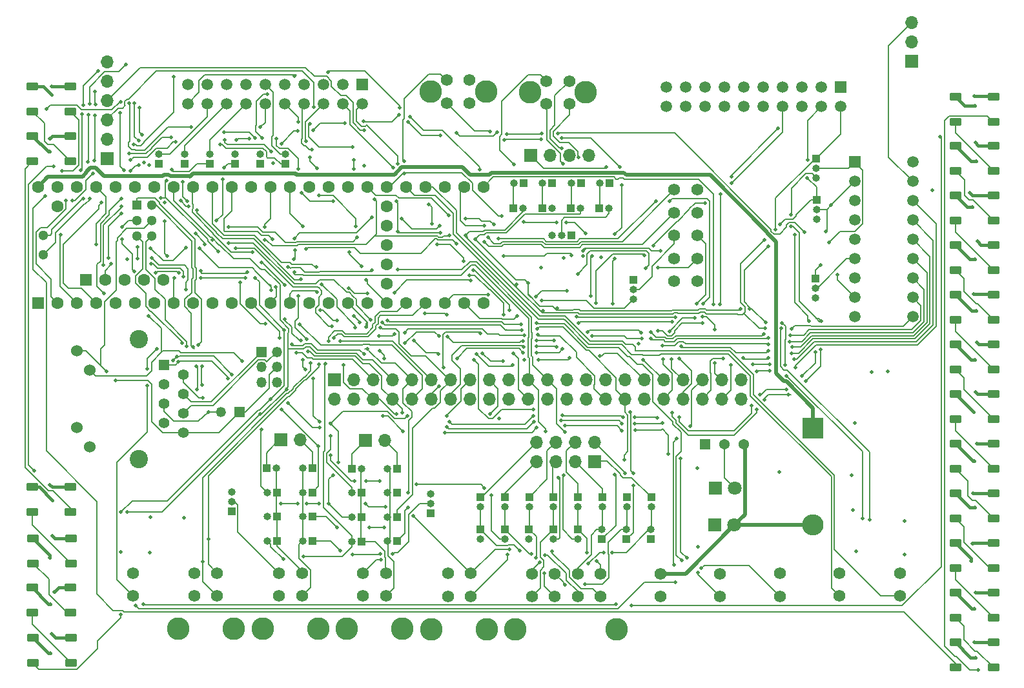
<source format=gbr>
%TF.GenerationSoftware,KiCad,Pcbnew,8.0.3*%
%TF.CreationDate,2025-06-03T03:01:32-07:00*%
%TF.ProjectId,MLU_BreakoutV2,4d4c555f-4272-4656-916b-6f757456322e,rev?*%
%TF.SameCoordinates,Original*%
%TF.FileFunction,Copper,L4,Bot*%
%TF.FilePolarity,Positive*%
%FSLAX46Y46*%
G04 Gerber Fmt 4.6, Leading zero omitted, Abs format (unit mm)*
G04 Created by KiCad (PCBNEW 8.0.3) date 2025-06-03 03:01:32*
%MOMM*%
%LPD*%
G01*
G04 APERTURE LIST*
G04 Aperture macros list*
%AMRoundRect*
0 Rectangle with rounded corners*
0 $1 Rounding radius*
0 $2 $3 $4 $5 $6 $7 $8 $9 X,Y pos of 4 corners*
0 Add a 4 corners polygon primitive as box body*
4,1,4,$2,$3,$4,$5,$6,$7,$8,$9,$2,$3,0*
0 Add four circle primitives for the rounded corners*
1,1,$1+$1,$2,$3*
1,1,$1+$1,$4,$5*
1,1,$1+$1,$6,$7*
1,1,$1+$1,$8,$9*
0 Add four rect primitives between the rounded corners*
20,1,$1+$1,$2,$3,$4,$5,0*
20,1,$1+$1,$4,$5,$6,$7,0*
20,1,$1+$1,$6,$7,$8,$9,0*
20,1,$1+$1,$8,$9,$2,$3,0*%
G04 Aperture macros list end*
%TA.AperFunction,ComponentPad*%
%ADD10C,1.574800*%
%TD*%
%TA.AperFunction,ComponentPad*%
%ADD11C,2.971800*%
%TD*%
%TA.AperFunction,ComponentPad*%
%ADD12R,1.000000X1.000000*%
%TD*%
%TA.AperFunction,ComponentPad*%
%ADD13O,1.000000X1.000000*%
%TD*%
%TA.AperFunction,ComponentPad*%
%ADD14R,1.508000X1.508000*%
%TD*%
%TA.AperFunction,ComponentPad*%
%ADD15C,1.508000*%
%TD*%
%TA.AperFunction,ComponentPad*%
%ADD16R,1.700000X1.700000*%
%TD*%
%TA.AperFunction,ComponentPad*%
%ADD17O,1.700000X1.700000*%
%TD*%
%TA.AperFunction,ComponentPad*%
%ADD18R,1.320800X1.320800*%
%TD*%
%TA.AperFunction,ComponentPad*%
%ADD19C,1.320800*%
%TD*%
%TA.AperFunction,ComponentPad*%
%ADD20R,2.800000X2.800000*%
%TD*%
%TA.AperFunction,ComponentPad*%
%ADD21O,2.800000X2.800000*%
%TD*%
%TA.AperFunction,ComponentPad*%
%ADD22R,1.800000X1.800000*%
%TD*%
%TA.AperFunction,ComponentPad*%
%ADD23C,1.800000*%
%TD*%
%TA.AperFunction,ComponentPad*%
%ADD24R,1.498600X1.498600*%
%TD*%
%TA.AperFunction,ComponentPad*%
%ADD25C,1.498600*%
%TD*%
%TA.AperFunction,ComponentPad*%
%ADD26R,1.600000X1.600000*%
%TD*%
%TA.AperFunction,ComponentPad*%
%ADD27C,1.600000*%
%TD*%
%TA.AperFunction,ComponentPad*%
%ADD28R,1.300000X1.300000*%
%TD*%
%TA.AperFunction,ComponentPad*%
%ADD29C,1.300000*%
%TD*%
%TA.AperFunction,ComponentPad*%
%ADD30R,1.371600X1.371600*%
%TD*%
%TA.AperFunction,ComponentPad*%
%ADD31C,1.371600*%
%TD*%
%TA.AperFunction,ComponentPad*%
%ADD32R,1.400000X1.400000*%
%TD*%
%TA.AperFunction,ComponentPad*%
%ADD33C,1.400000*%
%TD*%
%TA.AperFunction,ComponentPad*%
%ADD34C,1.530000*%
%TD*%
%TA.AperFunction,ComponentPad*%
%ADD35C,2.400000*%
%TD*%
%TA.AperFunction,ComponentPad*%
%ADD36R,1.350000X1.350000*%
%TD*%
%TA.AperFunction,ComponentPad*%
%ADD37O,1.350000X1.350000*%
%TD*%
%TA.AperFunction,SMDPad,CuDef*%
%ADD38RoundRect,0.250000X0.550000X0.250000X-0.550000X0.250000X-0.550000X-0.250000X0.550000X-0.250000X0*%
%TD*%
%TA.AperFunction,ViaPad*%
%ADD39C,0.500000*%
%TD*%
%TA.AperFunction,Conductor*%
%ADD40C,0.200000*%
%TD*%
%TA.AperFunction,Conductor*%
%ADD41C,0.500000*%
%TD*%
%TA.AperFunction,Conductor*%
%ADD42C,0.400000*%
%TD*%
G04 APERTURE END LIST*
D10*
%TO.P,J4,1,1*%
%TO.N,toNEO_CTRL_EXTs*%
X181834650Y-61157800D03*
%TO.P,J4,2,2*%
%TO.N,GND*%
X184834649Y-61157800D03*
%TO.P,J4,3,3*%
%TO.N,outNEO_CTRL_EXTs*%
X181834650Y-64157799D03*
%TO.P,J4,4,4*%
%TO.N,+5V*%
X184834649Y-64157799D03*
D11*
%TO.P,J4,5*%
%TO.N,N/C*%
X186984650Y-62657800D03*
%TO.P,J4,6*%
X179684649Y-62657800D03*
%TD*%
D12*
%TO.P,JP22,1,A*%
%TO.N,Net-(J14-Pin_1)*%
X158235600Y-112120200D03*
D13*
%TO.P,JP22,2,B*%
%TO.N,Net-(JP22-B)*%
X159505600Y-112120200D03*
%TD*%
D12*
%TO.P,JP16,1,A*%
%TO.N,D{slash}A20*%
X175310800Y-121671000D03*
D13*
%TO.P,JP16,2,B*%
%TO.N,Net-(JP13-B)*%
X174040800Y-121671000D03*
%TD*%
D12*
%TO.P,JP39,1,A*%
%TO.N,Net-(JP28-B)*%
X198997400Y-120136600D03*
D13*
%TO.P,JP39,2,B*%
%TO.N,Host_D+*%
X198997400Y-121406600D03*
%TD*%
D12*
%TO.P,JP26,1,A*%
%TO.N,Net-(J27-Pin_6)*%
X192648200Y-115894800D03*
D13*
%TO.P,JP26,2,B*%
%TO.N,Net-(JP26-B)*%
X192648200Y-117164800D03*
%TD*%
D12*
%TO.P,JP25,1,A*%
%TO.N,Net-(J27-Pin_7)*%
X189448200Y-115894800D03*
D13*
%TO.P,JP25,2,B*%
%TO.N,Net-(JP25-B)*%
X189448200Y-117164800D03*
%TD*%
D12*
%TO.P,JP46,1,A*%
%TO.N,Net-(JP42-B)*%
X194386200Y-77952600D03*
D13*
%TO.P,JP46,2,B*%
%TO.N,GND*%
X195656200Y-77952600D03*
%TD*%
D14*
%TO.P,J7,1,1*%
%TO.N,PWM0*%
X233480000Y-62090000D03*
D15*
%TO.P,J7,2,2*%
%TO.N,I2C1_SCL*%
X233480000Y-64630000D03*
%TO.P,J7,3,3*%
%TO.N,PWM1*%
X230940000Y-62090000D03*
%TO.P,J7,4,4*%
%TO.N,I2C1_SDA*%
X230940000Y-64630000D03*
%TO.P,J7,5,5*%
%TO.N,PWM2*%
X228400000Y-62090000D03*
%TO.P,J7,6,6*%
%TO.N,toNEO_CTRL_ESCs*%
X228400000Y-64630000D03*
%TO.P,J7,7,7*%
%TO.N,PWM3*%
X225860000Y-62090000D03*
%TO.P,J7,8,8*%
%TO.N,outNEO_CTRL_ESCs*%
X225860000Y-64630000D03*
%TO.P,J7,9,9*%
%TO.N,PWM4*%
X223320000Y-62090000D03*
%TO.P,J7,10,10*%
%TO.N,unconnected-(J7-Pad10)*%
X223320000Y-64630000D03*
%TO.P,J7,11,11*%
%TO.N,PWM5*%
X220780000Y-62090000D03*
%TO.P,J7,12,12*%
%TO.N,GND*%
X220780000Y-64630000D03*
%TO.P,J7,13,13*%
%TO.N,PWM6*%
X218240000Y-62090000D03*
%TO.P,J7,14,14*%
%TO.N,+5V*%
X218240000Y-64630000D03*
%TO.P,J7,15,15*%
%TO.N,PWM7*%
X215700000Y-62090000D03*
%TO.P,J7,16,16*%
%TO.N,+5V*%
X215700000Y-64630000D03*
%TO.P,J7,17,17*%
%TO.N,unconnected-(J7-Pad17)*%
X213160000Y-62090000D03*
%TO.P,J7,18,18*%
%TO.N,+3.3V*%
X213160000Y-64630000D03*
%TO.P,J7,19,19*%
%TO.N,unconnected-(J7-Pad19)*%
X210620000Y-62090000D03*
%TO.P,J7,20,20*%
%TO.N,GND*%
X210620000Y-64630000D03*
%TD*%
D12*
%TO.P,JP31,1,A*%
%TO.N,Net-(J27-Pin_1)*%
X208648200Y-115894800D03*
D13*
%TO.P,JP31,2,B*%
%TO.N,Net-(JP31-B)*%
X208648200Y-117164800D03*
%TD*%
D16*
%TO.P,J3,1,Pin_1*%
%TO.N,GND*%
X242773200Y-58674000D03*
D17*
%TO.P,J3,2,Pin_2*%
%TO.N,+3.3V*%
X242773200Y-56134000D03*
%TO.P,J3,3,Pin_3*%
%TO.N,xDleak*%
X242773200Y-53594000D03*
%TD*%
D18*
%TO.P,C2,1*%
%TO.N,ETH_GND*%
X154671400Y-104749600D03*
D19*
%TO.P,C2,2*%
%TO.N,Net-(C2-Pad2)*%
X152171400Y-104749600D03*
%TD*%
D10*
%TO.P,J19,1,1*%
%TO.N,Net-(JP13-B)*%
X173844550Y-128885700D03*
%TO.P,J19,2,2*%
%TO.N,GND*%
X170844551Y-128885700D03*
%TO.P,J19,3,3*%
%TO.N,Net-(JP11-A)*%
X173844550Y-125885701D03*
%TO.P,J19,4,4*%
%TO.N,Net-(JP17-C)*%
X170844551Y-125885701D03*
D11*
%TO.P,J19,5*%
%TO.N,N/C*%
X168694550Y-133205702D03*
%TO.P,J19,6*%
X175994551Y-133205702D03*
%TD*%
D10*
%TO.P,J17,1,1*%
%TO.N,I2C1_SDA*%
X184970000Y-128919998D03*
%TO.P,J17,2,2*%
%TO.N,GND*%
X181970001Y-128919998D03*
%TO.P,J17,3,3*%
%TO.N,I2C1_SCL*%
X184970000Y-125919999D03*
%TO.P,J17,4,4*%
%TO.N,+3.3V*%
X181970001Y-125919999D03*
D11*
%TO.P,J17,5*%
%TO.N,N/C*%
X179820000Y-133240000D03*
%TO.P,J17,6*%
X187120001Y-133240000D03*
%TD*%
D14*
%TO.P,J13,1,1*%
%TO.N,+5V*%
X170738800Y-61696600D03*
D15*
%TO.P,J13,2,2*%
%TO.N,I2C1_SCL*%
X170738800Y-64236600D03*
%TO.P,J13,3,3*%
%TO.N,+5V*%
X168198800Y-61696600D03*
%TO.P,J13,4,4*%
%TO.N,I2C1_SDA*%
X168198800Y-64236600D03*
%TO.P,J13,5,5*%
%TO.N,+5V*%
X165658800Y-61696600D03*
%TO.P,J13,6,6*%
%TO.N,Dswitch2*%
X165658800Y-64236600D03*
%TO.P,J13,7,7*%
%TO.N,+5V*%
X163118800Y-61696600D03*
%TO.P,J13,8,8*%
%TO.N,Net-(JP5-A)*%
X163118800Y-64236600D03*
%TO.P,J13,9,9*%
%TO.N,Net-(JP49-B)*%
X160578800Y-61696600D03*
%TO.P,J13,10,10*%
%TO.N,Net-(JP6-A)*%
X160578800Y-64236600D03*
%TO.P,J13,11,11*%
%TO.N,Net-(JP41-B)*%
X158038800Y-61696600D03*
%TO.P,J13,12,12*%
%TO.N,Net-(JP50-B)*%
X158038800Y-64236600D03*
%TO.P,J13,13,13*%
%TO.N,GND*%
X155498800Y-61696600D03*
%TO.P,J13,14,14*%
%TO.N,Net-(JP51-B)*%
X155498800Y-64236600D03*
%TO.P,J13,15,15*%
%TO.N,GND*%
X152958800Y-61696600D03*
%TO.P,J13,16,16*%
%TO.N,Net-(JP52-B)*%
X152958800Y-64236600D03*
%TO.P,J13,17,17*%
%TO.N,GND*%
X150418800Y-61696600D03*
%TO.P,J13,18,18*%
%TO.N,Net-(JP53-B)*%
X150418800Y-64236600D03*
%TO.P,J13,19,19*%
%TO.N,GND*%
X147878800Y-61696600D03*
%TO.P,J13,20,20*%
%TO.N,toNEO_CTRL_Orin*%
X147878800Y-64236600D03*
%TD*%
D12*
%TO.P,JP42,1,A*%
%TO.N,Net-(J28-Pin_3)*%
X195656200Y-74676000D03*
D13*
%TO.P,JP42,2,B*%
%TO.N,Net-(JP42-B)*%
X194386200Y-74676000D03*
%TD*%
D20*
%TO.P,D1,1,K*%
%TO.N,Teensy_5V*%
X229870000Y-106857800D03*
D21*
%TO.P,D1,2,A*%
%TO.N,Net-(D1-A)*%
X229870000Y-119557800D03*
%TD*%
D12*
%TO.P,JP60,1,A*%
%TO.N,Net-(JP11-A)*%
X170672600Y-121721000D03*
D13*
%TO.P,JP60,2,B*%
%TO.N,D{slash}A21*%
X169402600Y-121721000D03*
%TD*%
D10*
%TO.P,J22,1,1*%
%TO.N,Dled1*%
X233349200Y-128890700D03*
%TO.P,J22,2,2*%
%TO.N,GND*%
X233349200Y-125890701D03*
%TD*%
D22*
%TO.P,D2,1,K*%
%TO.N,Net-(D2-K)*%
X217033000Y-114726800D03*
D23*
%TO.P,D2,2,A*%
%TO.N,Net-(D2-A)*%
X219573000Y-114726800D03*
%TD*%
D12*
%TO.P,JP32,1,A*%
%TO.N,UART_RX3*%
X205397400Y-121431600D03*
D13*
%TO.P,JP32,2,B*%
%TO.N,Net-(JP30-B)*%
X205397400Y-120161600D03*
%TD*%
D12*
%TO.P,JP34,1,A*%
%TO.N,Net-(JP3-B)*%
X186248200Y-120136600D03*
D13*
%TO.P,JP34,2,B*%
%TO.N,+5V*%
X186248200Y-121406600D03*
%TD*%
D16*
%TO.P,J8,1,Pin_1*%
%TO.N,+5V*%
X167081200Y-100482400D03*
D17*
%TO.P,J8,2,Pin_2*%
%TO.N,GND*%
X167081200Y-103022400D03*
%TO.P,J8,3,Pin_3*%
%TO.N,+3.3V*%
X169621200Y-100482400D03*
%TO.P,J8,4,Pin_4*%
%TO.N,GND*%
X169621200Y-103022400D03*
%TO.P,J8,5,Pin_5*%
%TO.N,I2C1_SDA*%
X172161200Y-100482400D03*
%TO.P,J8,6,Pin_6*%
%TO.N,I2C2_SDA*%
X172161200Y-103022400D03*
%TO.P,J8,7,Pin_7*%
%TO.N,I2C1_SCL*%
X174701200Y-100482400D03*
%TO.P,J8,8,Pin_8*%
%TO.N,I2C2_SCL*%
X174701200Y-103022400D03*
%TO.P,J8,9,Pin_9*%
%TO.N,D{slash}A20*%
X177241200Y-100482400D03*
%TO.P,J8,10,Pin_10*%
%TO.N,D{slash}A14*%
X177241200Y-103022400D03*
%TO.P,J8,11,Pin_11*%
%TO.N,D{slash}A21*%
X179781200Y-100482400D03*
%TO.P,J8,12,Pin_12*%
%TO.N,DISP_LED*%
X179781200Y-103022400D03*
%TO.P,J8,13,Pin_13*%
%TO.N,D{slash}A22*%
X182321200Y-100482400D03*
%TO.P,J8,14,Pin_14*%
%TO.N,xD0*%
X182321200Y-103022400D03*
%TO.P,J8,15,Pin_15*%
%TO.N,D{slash}A23*%
X184861200Y-100482400D03*
%TO.P,J8,16,Pin_16*%
%TO.N,xD1*%
X184861200Y-103022400D03*
%TO.P,J8,17,Pin_17*%
%TO.N,+5V*%
X187401200Y-100482400D03*
%TO.P,J8,18,Pin_18*%
%TO.N,GND*%
X187401200Y-103022400D03*
%TO.P,J8,19,Pin_19*%
%TO.N,+3.3V*%
X189941200Y-100482400D03*
%TO.P,J8,20,Pin_20*%
%TO.N,GND*%
X189941200Y-103022400D03*
%TO.P,J8,21,Pin_21*%
%TO.N,Host_D-*%
X192481200Y-100482400D03*
%TO.P,J8,22,Pin_22*%
%TO.N,UART_TX1*%
X192481200Y-103022400D03*
%TO.P,J8,23,Pin_23*%
%TO.N,Host_D+*%
X195021200Y-100482400D03*
%TO.P,J8,24,Pin_24*%
%TO.N,UART_RX1*%
X195021200Y-103022400D03*
%TO.P,J8,25,Pin_25*%
%TO.N,Device_D-*%
X197561200Y-100482400D03*
%TO.P,J8,26,Pin_26*%
%TO.N,UART_RX2*%
X197561200Y-103022400D03*
%TO.P,J8,27,Pin_27*%
%TO.N,Device_D+*%
X200101200Y-100482400D03*
%TO.P,J8,28,Pin_28*%
%TO.N,UART_TX2*%
X200101200Y-103022400D03*
%TO.P,J8,29,Pin_29*%
%TO.N,toNEO_CTRL_ESCs*%
X202641200Y-100482400D03*
%TO.P,J8,30,Pin_30*%
%TO.N,UART_RX3*%
X202641200Y-103022400D03*
%TO.P,J8,31,Pin_31*%
%TO.N,outNEO_CTRL_ESCs*%
X205181200Y-100482400D03*
%TO.P,J8,32,Pin_32*%
%TO.N,UART_TX3*%
X205181200Y-103022400D03*
%TO.P,J8,33,Pin_33*%
%TO.N,toNEO_CTRL_EXTs*%
X207721200Y-100482400D03*
%TO.P,J8,34,Pin_34*%
%TO.N,GND*%
X207721200Y-103022400D03*
%TO.P,J8,35,Pin_35*%
%TO.N,outNEO_CTRL_EXTs*%
X210261200Y-100482400D03*
%TO.P,J8,36,Pin_36*%
%TO.N,xD2*%
X210261200Y-103022400D03*
%TO.P,J8,37,Pin_37*%
%TO.N,toNEO_CTRL_MLU*%
X212801200Y-100482400D03*
%TO.P,J8,38,Pin_38*%
%TO.N,xD3*%
X212801200Y-103022400D03*
%TO.P,J8,39,Pin_39*%
%TO.N,outNEO_CTRL_MLU*%
X215341200Y-100482400D03*
%TO.P,J8,40,Pin_40*%
%TO.N,xD4*%
X215341200Y-103022400D03*
%TO.P,J8,41,Pin_41*%
%TO.N,toNEO_CTRL_Orin*%
X217881200Y-100482400D03*
%TO.P,J8,42,Pin_42*%
%TO.N,xD5*%
X217881200Y-103022400D03*
%TO.P,J8,43,Pin_43*%
%TO.N,GND*%
X220421200Y-100482400D03*
%TO.P,J8,44,Pin_44*%
%TO.N,xD6*%
X220421200Y-103022400D03*
%TD*%
D12*
%TO.P,JP38,1,A*%
%TO.N,GND*%
X208597400Y-121436600D03*
D13*
%TO.P,JP38,2,B*%
%TO.N,Net-(JP31-B)*%
X208597400Y-120166600D03*
%TD*%
D10*
%TO.P,J26,1,1*%
%TO.N,Net-(JP3-B)*%
X201990000Y-128950000D03*
%TO.P,J26,2,2*%
%TO.N,Net-(JP25-B)*%
X198990001Y-128950000D03*
%TO.P,J26,3,3*%
%TO.N,Net-(JP26-B)*%
X195990002Y-128950000D03*
%TO.P,J26,4,4*%
%TO.N,Net-(JP27-B)*%
X192990003Y-128950000D03*
%TO.P,J26,5,5*%
%TO.N,Net-(JP28-B)*%
X201990000Y-125950001D03*
%TO.P,J26,6,6*%
%TO.N,Net-(JP29-B)*%
X198990001Y-125950001D03*
%TO.P,J26,7,7*%
%TO.N,Net-(JP30-B)*%
X195990002Y-125950001D03*
%TO.P,J26,8,8*%
%TO.N,Net-(JP31-B)*%
X192990003Y-125950001D03*
D11*
%TO.P,J26,9*%
%TO.N,N/C*%
X190840002Y-133270002D03*
%TO.P,J26,10*%
X204140001Y-133270002D03*
%TD*%
D12*
%TO.P,JP41,1,A*%
%TO.N,Device_D+*%
X160680400Y-72136000D03*
D13*
%TO.P,JP41,2,B*%
%TO.N,Net-(JP41-B)*%
X160680400Y-70866000D03*
%TD*%
D10*
%TO.P,J20,1,1*%
%TO.N,Lumen_PWM*%
X140666600Y-128855300D03*
%TO.P,J20,2,2*%
%TO.N,GND*%
X140666600Y-125855301D03*
%TD*%
D12*
%TO.P,JP40,1,A*%
%TO.N,+5V*%
X206349600Y-87325200D03*
D13*
%TO.P,JP40,2,C*%
%TO.N,Net-(JP40-C)*%
X206349600Y-88595200D03*
%TO.P,JP40,3,B*%
%TO.N,DISP_LED*%
X206349600Y-89865200D03*
%TD*%
D12*
%TO.P,JP48,1,A*%
%TO.N,Net-(JP44-B)*%
X201853800Y-77952600D03*
D13*
%TO.P,JP48,2,B*%
%TO.N,Net-(JP2-C)*%
X203123800Y-77952600D03*
%TD*%
D12*
%TO.P,JP30,1,A*%
%TO.N,Net-(J27-Pin_2)*%
X205448200Y-115914800D03*
D13*
%TO.P,JP30,2,B*%
%TO.N,Net-(JP30-B)*%
X205448200Y-117184800D03*
%TD*%
D10*
%TO.P,J23,1,1*%
%TO.N,Dled2*%
X241249200Y-128880700D03*
%TO.P,J23,2,2*%
%TO.N,GND*%
X241249200Y-125880701D03*
%TD*%
%TO.P,J21,1,1*%
%TO.N,Dswitch1*%
X225511400Y-128921199D03*
%TO.P,J21,2,2*%
%TO.N,+3.3V*%
X225511400Y-125921200D03*
%TD*%
D12*
%TO.P,JP19,1,A*%
%TO.N,D{slash}A20*%
X164200600Y-121615200D03*
D13*
%TO.P,JP19,2,B*%
%TO.N,Net-(JP18-B)*%
X162930600Y-121615200D03*
%TD*%
D24*
%TO.P,U7,1,SCL*%
%TO.N,Net-(JP8-C)*%
X235331000Y-71907400D03*
D25*
%TO.P,U7,2,SDA*%
%TO.N,Net-(JP9-C)*%
X235331000Y-74447400D03*
%TO.P,U7,3,A2*%
%TO.N,GND*%
X235331000Y-76987400D03*
%TO.P,U7,4,A1*%
X235331000Y-79527400D03*
%TO.P,U7,5,A0*%
X235331000Y-82067400D03*
%TO.P,U7,6,\u002ARESET*%
%TO.N,Net-(JP10-C)*%
X235331000Y-84607400D03*
%TO.P,U7,7,NC*%
%TO.N,unconnected-(U7-NC-Pad7)*%
X235331000Y-87147400D03*
%TO.P,U7,8,INT*%
%TO.N,GPIOExp_INT*%
X235331000Y-89687400D03*
%TO.P,U7,9,VSS*%
%TO.N,GND*%
X235331000Y-92227400D03*
%TO.P,U7,10,GP0*%
%TO.N,xD0*%
X242951000Y-92227400D03*
%TO.P,U7,11,GP1*%
%TO.N,xD1*%
X242951000Y-89687400D03*
%TO.P,U7,12,GP2*%
%TO.N,xD2*%
X242951000Y-87147400D03*
%TO.P,U7,13,GP3*%
%TO.N,xD3*%
X242951000Y-84607400D03*
%TO.P,U7,14,GP4*%
%TO.N,xD4*%
X242951000Y-82067400D03*
%TO.P,U7,15,GP5*%
%TO.N,xD5*%
X242951000Y-79527400D03*
%TO.P,U7,16,GP6*%
%TO.N,xD6*%
X242951000Y-76987400D03*
%TO.P,U7,17,GP7*%
%TO.N,xDleak*%
X242951000Y-74447400D03*
%TO.P,U7,18,VDD*%
%TO.N,+5V*%
X242951000Y-71907400D03*
%TD*%
D16*
%TO.P,J28,1,Pin_1*%
%TO.N,Net-(J28-Pin_1)*%
X192811400Y-70993000D03*
D17*
%TO.P,J28,2,Pin_2*%
%TO.N,Net-(J28-Pin_2)*%
X195351400Y-70993000D03*
%TO.P,J28,3,Pin_3*%
%TO.N,Net-(J28-Pin_3)*%
X197891400Y-70993000D03*
%TO.P,J28,4,Pin_4*%
%TO.N,Net-(J28-Pin_4)*%
X200431400Y-70993000D03*
%TD*%
D12*
%TO.P,JP33,1,A*%
%TO.N,UART_TX3*%
X202197400Y-121436600D03*
D13*
%TO.P,JP33,2,B*%
%TO.N,Net-(JP29-B)*%
X202197400Y-120166600D03*
%TD*%
D12*
%TO.P,JP27,1,A*%
%TO.N,Net-(J27-Pin_5)*%
X195848200Y-115914800D03*
D13*
%TO.P,JP27,2,B*%
%TO.N,Net-(JP27-B)*%
X195848200Y-117184800D03*
%TD*%
D12*
%TO.P,JP67,1,A*%
%TO.N,Net-(J28-Pin_4)*%
X191897000Y-74676000D03*
D13*
%TO.P,JP67,2,B*%
%TO.N,Net-(JP45-A)*%
X190627000Y-74676000D03*
%TD*%
D12*
%TO.P,JP13,1,A*%
%TO.N,Net-(J31-Pin_2)*%
X175310800Y-112146000D03*
D13*
%TO.P,JP13,2,B*%
%TO.N,Net-(JP13-B)*%
X174040800Y-112146000D03*
%TD*%
D10*
%TO.P,J25,1,1*%
%TO.N,Dswitch2*%
X217678000Y-128956900D03*
%TO.P,J25,2,2*%
%TO.N,+3.3V*%
X217678000Y-125956901D03*
%TD*%
D12*
%TO.P,JP53,1,A*%
%TO.N,D{slash}A20*%
X144043400Y-72136000D03*
D13*
%TO.P,JP53,2,B*%
%TO.N,Net-(JP53-B)*%
X144043400Y-70866000D03*
%TD*%
D12*
%TO.P,JP47,1,A*%
%TO.N,Net-(JP43-B)*%
X198120000Y-77952600D03*
D13*
%TO.P,JP47,2,B*%
%TO.N,I2C1_SCL*%
X199390000Y-77952600D03*
%TD*%
D12*
%TO.P,JP11,1,A*%
%TO.N,Net-(JP11-A)*%
X170672600Y-115321000D03*
D13*
%TO.P,JP11,2,B*%
%TO.N,I2C1_SCL*%
X169402600Y-115321000D03*
%TD*%
D10*
%TO.P,J6,1,1*%
%TO.N,+5V*%
X209890000Y-128949999D03*
%TO.P,J6,2,2*%
%TO.N,Net-(D1-A)*%
X209890000Y-125950000D03*
%TD*%
D16*
%TO.P,J14,1,Pin_1*%
%TO.N,Net-(J14-Pin_1)*%
X160051000Y-108391000D03*
D17*
%TO.P,J14,2,Pin_2*%
%TO.N,Net-(J14-Pin_2)*%
X162591000Y-108391000D03*
%TD*%
D12*
%TO.P,JP23,1,A*%
%TO.N,Net-(JP22-B)*%
X159555600Y-115295200D03*
D13*
%TO.P,JP23,2,B*%
%TO.N,I2C1_SCL*%
X158285600Y-115295200D03*
%TD*%
D12*
%TO.P,JP10,1,A*%
%TO.N,Net-(JP10-A)*%
X230200200Y-87172800D03*
D13*
%TO.P,JP10,2,C*%
%TO.N,Net-(JP10-C)*%
X230200200Y-88442800D03*
%TO.P,JP10,3,B*%
%TO.N,GND*%
X230200200Y-89712800D03*
%TD*%
D12*
%TO.P,JP58,1,A*%
%TO.N,+3.3V*%
X153619200Y-117729000D03*
D13*
%TO.P,JP58,2,C*%
%TO.N,Net-(JP58-C)*%
X153619200Y-116459000D03*
%TO.P,JP58,3,B*%
%TO.N,+5V*%
X153619200Y-115189000D03*
%TD*%
D16*
%TO.P,J12,1,Pin_1*%
%TO.N,+5V*%
X137338200Y-71450600D03*
D17*
%TO.P,J12,2,Pin_2*%
X137338200Y-68910600D03*
%TO.P,J12,3,Pin_3*%
%TO.N,Analog_Current*%
X137338200Y-66370600D03*
%TO.P,J12,4,Pin_4*%
%TO.N,Analog_Voltage*%
X137338200Y-63830600D03*
%TO.P,J12,5,Pin_5*%
%TO.N,GND*%
X137338200Y-61290600D03*
%TO.P,J12,6,Pin_6*%
X137338200Y-58750600D03*
%TD*%
D12*
%TO.P,JP24,1,A*%
%TO.N,Net-(JP22-B)*%
X159560600Y-121615200D03*
D13*
%TO.P,JP24,2,B*%
%TO.N,D{slash}A21*%
X158290600Y-121615200D03*
%TD*%
D10*
%TO.P,J18,1,1*%
%TO.N,UART_RX2*%
X151739600Y-128875400D03*
%TO.P,J18,2,2*%
%TO.N,GND*%
X148739601Y-128875400D03*
%TO.P,J18,3,3*%
%TO.N,UART_TX2*%
X151739600Y-125875401D03*
%TO.P,J18,4,4*%
%TO.N,+3.3V*%
X148739601Y-125875401D03*
D11*
%TO.P,J18,5*%
%TO.N,N/C*%
X146589600Y-133195402D03*
%TO.P,J18,6*%
X153889601Y-133195402D03*
%TD*%
D26*
%TO.P,U6,1,GND*%
%TO.N,GND*%
X128219200Y-90376000D03*
D27*
%TO.P,U6,2,0_RX1_CRX2_CS1*%
%TO.N,PWM0*%
X130759200Y-90376000D03*
%TO.P,U6,3,1_TX1_CTX2_MISO1*%
%TO.N,PWM1*%
X133299200Y-90376000D03*
%TO.P,U6,4,2_OUT2*%
%TO.N,PWM2*%
X135839200Y-90376000D03*
%TO.P,U6,5,3_LRCLK2*%
%TO.N,PWM3*%
X138379200Y-90376000D03*
%TO.P,U6,6,4_BCLK2*%
%TO.N,PWM4*%
X140919200Y-90376000D03*
%TO.P,U6,7,5_IN2*%
%TO.N,PWM5*%
X143459200Y-90376000D03*
%TO.P,U6,8,6_OUT1D*%
%TO.N,PWM6*%
X145999200Y-90376000D03*
%TO.P,U6,9,7_RX2_OUT1A*%
%TO.N,PWM7*%
X148539200Y-90376000D03*
%TO.P,U6,10,8_TX2_IN1*%
%TO.N,Lumen_PWM*%
X151079200Y-90376000D03*
%TO.P,U6,11,9_OUT1C*%
%TO.N,toNEO_CTRL_ESCs*%
X153619200Y-90376000D03*
%TO.P,U6,12,10_CS_MQSR*%
%TO.N,SPI_CS1*%
X156159200Y-90376000D03*
%TO.P,U6,13,11_MOSI_CTX1*%
%TO.N,SPI_MOSI*%
X158699200Y-90376000D03*
%TO.P,U6,14,12_MISO_MQSL*%
%TO.N,SPI_MISO*%
X161239200Y-90376000D03*
%TO.P,U6,15,3V3*%
%TO.N,unconnected-(U6-3V3-Pad15)*%
X163779200Y-90376000D03*
%TO.P,U6,16,24_A10_TX6_SCL2*%
%TO.N,UART_TX3*%
X166319200Y-90376000D03*
%TO.P,U6,17,25_A11_RX6_SDA2*%
%TO.N,UART_RX3*%
X168859200Y-90376000D03*
%TO.P,U6,18,26_A12_MOSI1*%
%TO.N,Dswitch1*%
X171399200Y-90376000D03*
%TO.P,U6,19,27_A13_SCK1*%
%TO.N,Dswitch2*%
X173939200Y-90376000D03*
%TO.P,U6,20,28_RX7*%
%TO.N,UART_RX2*%
X176479200Y-90376000D03*
%TO.P,U6,21,29_TX7*%
%TO.N,UART_TX2*%
X179019200Y-90376000D03*
%TO.P,U6,22,30_CRX3*%
%TO.N,DISP_RST*%
X181559200Y-90376000D03*
%TO.P,U6,23,31_CTX3*%
%TO.N,DISP_DC*%
X184099200Y-90376000D03*
%TO.P,U6,24,32_OUT1B*%
%TO.N,DISP_LED*%
X186639200Y-90376000D03*
%TO.P,U6,25,33_MCLK2*%
%TO.N,toNEO_CTRL_Orin*%
X186639200Y-75136000D03*
%TO.P,U6,26,34_RX8*%
%TO.N,UART_RX1*%
X184099200Y-75136000D03*
%TO.P,U6,27,35_TX8*%
%TO.N,UART_TX1*%
X181559200Y-75136000D03*
%TO.P,U6,28,36_CS*%
%TO.N,Dled2*%
X179019200Y-75136000D03*
%TO.P,U6,29,37_CS*%
%TO.N,Dled1*%
X176479200Y-75136000D03*
%TO.P,U6,30,38_CS1_IN1*%
%TO.N,toNEO_CTRL_EXTs*%
X173939200Y-75136000D03*
%TO.P,U6,31,39_MISO1_OUT1A*%
%TO.N,toNEO_CTRL_MLU*%
X171399200Y-75136000D03*
%TO.P,U6,32,40_A16*%
%TO.N,Analog_Voltage*%
X168859200Y-75136000D03*
%TO.P,U6,33,41_A17*%
%TO.N,Analog_Current*%
X166319200Y-75136000D03*
%TO.P,U6,34,GND*%
%TO.N,GND*%
X163779200Y-75136000D03*
%TO.P,U6,35,13_SCK_LED*%
%TO.N,SPI_SCK*%
X161239200Y-75136000D03*
%TO.P,U6,36,14_A0_TX3_SPDIF_OUT*%
%TO.N,D{slash}A14*%
X158699200Y-75136000D03*
%TO.P,U6,37,15_A1_RX3_SPDIF_IN*%
%TO.N,GPIOExp_INT*%
X156159200Y-75136000D03*
%TO.P,U6,38,16_A2_RX4_SCL1*%
%TO.N,I2C2_SCL*%
X153619200Y-75136000D03*
%TO.P,U6,39,17_A3_TX4_SDA1*%
%TO.N,I2C2_SDA*%
X151079200Y-75136000D03*
%TO.P,U6,40,18_A4_SDA*%
%TO.N,I2C1_SDA*%
X148539200Y-75136000D03*
%TO.P,U6,41,19_A5_SCL*%
%TO.N,I2C1_SCL*%
X145999200Y-75136000D03*
%TO.P,U6,42,20_A6_TX5_LRCLK1*%
%TO.N,D{slash}A20*%
X143459200Y-75136000D03*
%TO.P,U6,43,21_A7_RX5_BCLK1*%
%TO.N,D{slash}A21*%
X140919200Y-75136000D03*
%TO.P,U6,44,22_A8_CTX1*%
%TO.N,D{slash}A22*%
X138379200Y-75136000D03*
%TO.P,U6,45,23_A9_CRX1_MCLK1*%
%TO.N,D{slash}A23*%
X135839200Y-75136000D03*
%TO.P,U6,46,3V3*%
%TO.N,unconnected-(U6-3V3-Pad46)*%
X133299200Y-75136000D03*
%TO.P,U6,47,GND*%
%TO.N,GND*%
X130759200Y-75136000D03*
%TO.P,U6,48,VIN*%
%TO.N,Teensy_5V*%
X128219200Y-75136000D03*
%TO.P,U6,49,VUSB*%
%TO.N,unconnected-(U6-VUSB-Pad49)*%
X130759200Y-77676000D03*
%TO.P,U6,50,VBAT*%
%TO.N,unconnected-(U6-VBAT-Pad50)*%
X173939200Y-87836000D03*
%TO.P,U6,51,3V3*%
%TO.N,unconnected-(U6-3V3-Pad51)*%
X173939200Y-85296000D03*
%TO.P,U6,52,GND*%
%TO.N,unconnected-(U6-GND-Pad52)*%
X173939200Y-82756000D03*
%TO.P,U6,53,PROGRAM*%
%TO.N,unconnected-(U6-PROGRAM-Pad53)*%
X173939200Y-80216000D03*
%TO.P,U6,54,ON_OFF*%
%TO.N,unconnected-(U6-ON_OFF-Pad54)*%
X173939200Y-77676000D03*
D26*
%TO.P,U6,55,5V*%
%TO.N,unconnected-(U6-5V-Pad55)*%
X134518400Y-87325200D03*
D27*
%TO.P,U6,56,D-*%
%TO.N,Host_D-*%
X137058400Y-87325200D03*
%TO.P,U6,57,D+*%
%TO.N,Host_D+*%
X139598400Y-87325200D03*
%TO.P,U6,58,GND*%
%TO.N,unconnected-(U6-GND-Pad58)*%
X142138400Y-87325200D03*
%TO.P,U6,59,GND*%
%TO.N,unconnected-(U6-GND-Pad59)*%
X144678400Y-87325200D03*
D28*
%TO.P,U6,60,R+*%
%TO.N,R+*%
X141189200Y-77574400D03*
D29*
%TO.P,U6,61,LED*%
%TO.N,LED*%
X141189200Y-79574400D03*
%TO.P,U6,62,T-*%
%TO.N,T-*%
X141189200Y-81574400D03*
%TO.P,U6,63,T+*%
%TO.N,T+*%
X143189200Y-81574400D03*
%TO.P,U6,64,GND*%
%TO.N,ETH_GND*%
X143189200Y-79574400D03*
%TO.P,U6,65,R-*%
%TO.N,R-*%
X143189200Y-77574400D03*
%TO.P,U6,66,D-*%
%TO.N,Device_D-*%
X128949200Y-81486000D03*
%TO.P,U6,67,D+*%
%TO.N,Device_D+*%
X128949200Y-84026000D03*
%TD*%
D30*
%TO.P,SW1,1,1*%
%TO.N,+5V*%
X215696800Y-108940600D03*
D31*
%TO.P,SW1,2,2*%
%TO.N,Net-(D2-A)*%
X218236800Y-108940600D03*
%TO.P,SW1,3,3*%
%TO.N,Net-(D1-A)*%
X220776800Y-108940600D03*
%TD*%
D12*
%TO.P,JP28,1,A*%
%TO.N,Net-(J27-Pin_4)*%
X199048200Y-115914800D03*
D13*
%TO.P,JP28,2,B*%
%TO.N,Net-(JP28-B)*%
X199048200Y-117184800D03*
%TD*%
D12*
%TO.P,JP49,1,A*%
%TO.N,Device_D-*%
X157378400Y-72136000D03*
D13*
%TO.P,JP49,2,B*%
%TO.N,Net-(JP49-B)*%
X157378400Y-70866000D03*
%TD*%
D12*
%TO.P,JP12,1,A*%
%TO.N,Net-(J31-Pin_1)*%
X169377600Y-112146000D03*
D13*
%TO.P,JP12,2,B*%
%TO.N,Net-(JP11-A)*%
X170647600Y-112146000D03*
%TD*%
D12*
%TO.P,JP57,1,A*%
%TO.N,Net-(JP22-B)*%
X159560600Y-118455200D03*
D13*
%TO.P,JP57,2,B*%
%TO.N,D{slash}A23*%
X158290600Y-118455200D03*
%TD*%
D12*
%TO.P,JP50,1,A*%
%TO.N,D{slash}A23*%
X154076400Y-72136000D03*
D13*
%TO.P,JP50,2,B*%
%TO.N,Net-(JP50-B)*%
X154076400Y-70866000D03*
%TD*%
D12*
%TO.P,JP14,1,A*%
%TO.N,I2C1_SDA*%
X175310800Y-115321000D03*
D13*
%TO.P,JP14,2,B*%
%TO.N,Net-(JP13-B)*%
X174040800Y-115321000D03*
%TD*%
D10*
%TO.P,J11,1,1*%
%TO.N,Net-(JP18-B)*%
X162850599Y-128879598D03*
%TO.P,J11,2,2*%
%TO.N,GND*%
X159850600Y-128879598D03*
%TO.P,J11,3,3*%
%TO.N,Net-(JP22-B)*%
X162850599Y-125879599D03*
%TO.P,J11,4,4*%
%TO.N,Net-(JP58-C)*%
X159850600Y-125879599D03*
D11*
%TO.P,J11,5*%
%TO.N,N/C*%
X157700599Y-133199600D03*
%TO.P,J11,6*%
X165000600Y-133199600D03*
%TD*%
D12*
%TO.P,JP15,1,A*%
%TO.N,D{slash}A22*%
X175310800Y-118496000D03*
D13*
%TO.P,JP15,2,B*%
%TO.N,Net-(JP13-B)*%
X174040800Y-118496000D03*
%TD*%
D16*
%TO.P,J31,1,Pin_1*%
%TO.N,Net-(J31-Pin_1)*%
X171211600Y-108462400D03*
D17*
%TO.P,J31,2,Pin_2*%
%TO.N,Net-(J31-Pin_2)*%
X173751600Y-108462400D03*
%TD*%
D12*
%TO.P,JP17,1,A*%
%TO.N,+3.3V*%
X179730400Y-117988000D03*
D13*
%TO.P,JP17,2,C*%
%TO.N,Net-(JP17-C)*%
X179730400Y-116718000D03*
%TO.P,JP17,3,B*%
%TO.N,+5V*%
X179730400Y-115448000D03*
%TD*%
D22*
%TO.P,D3,1,K*%
%TO.N,Net-(D3-K)*%
X217012600Y-119532400D03*
D23*
%TO.P,D3,2,A*%
%TO.N,Net-(D1-A)*%
X219552600Y-119532400D03*
%TD*%
D12*
%TO.P,JP43,1,A*%
%TO.N,Net-(J28-Pin_2)*%
X199415400Y-74676000D03*
D13*
%TO.P,JP43,2,B*%
%TO.N,Net-(JP43-B)*%
X198145400Y-74676000D03*
%TD*%
D12*
%TO.P,JP3,1,A*%
%TO.N,Net-(J27-Pin_8)*%
X186248200Y-115894800D03*
D13*
%TO.P,JP3,2,B*%
%TO.N,Net-(JP3-B)*%
X186248200Y-117164800D03*
%TD*%
D12*
%TO.P,JP44,1,A*%
%TO.N,Net-(J28-Pin_1)*%
X203149200Y-74676000D03*
D13*
%TO.P,JP44,2,B*%
%TO.N,Net-(JP44-B)*%
X201879200Y-74676000D03*
%TD*%
D16*
%TO.P,J27,1,Pin_1*%
%TO.N,Net-(J27-Pin_1)*%
X201234200Y-111221200D03*
D17*
%TO.P,J27,2,Pin_2*%
%TO.N,Net-(J27-Pin_2)*%
X201234200Y-108681200D03*
%TO.P,J27,3,Pin_3*%
%TO.N,Net-(J27-Pin_3)*%
X198694200Y-111221200D03*
%TO.P,J27,4,Pin_4*%
%TO.N,Net-(J27-Pin_4)*%
X198694200Y-108681200D03*
%TO.P,J27,5,Pin_5*%
%TO.N,Net-(J27-Pin_5)*%
X196154200Y-111221200D03*
%TO.P,J27,6,Pin_6*%
%TO.N,Net-(J27-Pin_6)*%
X196154200Y-108681200D03*
%TO.P,J27,7,Pin_7*%
%TO.N,Net-(J27-Pin_7)*%
X193614200Y-111221200D03*
%TO.P,J27,8,Pin_8*%
%TO.N,Net-(J27-Pin_8)*%
X193614200Y-108681200D03*
%TD*%
D12*
%TO.P,JP8,1,A*%
%TO.N,I2C1_SCL*%
X230301800Y-71429800D03*
D13*
%TO.P,JP8,2,C*%
%TO.N,Net-(JP8-C)*%
X230301800Y-72699800D03*
%TO.P,JP8,3,B*%
%TO.N,I2C2_SCL*%
X230301800Y-73969800D03*
%TD*%
D32*
%TO.P,J9,1,1*%
%TO.N,T+*%
X144754600Y-98552400D03*
D33*
%TO.P,J9,2,2*%
%TO.N,Net-(C2-Pad2)*%
X147294600Y-99822400D03*
%TO.P,J9,3,3*%
%TO.N,T-*%
X144754600Y-101092400D03*
%TO.P,J9,4,4*%
%TO.N,R+*%
X147294600Y-102362400D03*
%TO.P,J9,5,5*%
%TO.N,Net-(C2-Pad2)*%
X144754600Y-103632400D03*
%TO.P,J9,6,6*%
%TO.N,R-*%
X147294600Y-104902400D03*
%TO.P,J9,7,7*%
%TO.N,unconnected-(J9-Pad7)*%
X144754600Y-106172400D03*
%TO.P,J9,8,GND*%
%TO.N,ETH_GND*%
X147294600Y-107442400D03*
D34*
%TO.P,J9,9,9*%
X133324600Y-96672400D03*
%TO.P,J9,10,10*%
%TO.N,LED*%
X135024600Y-99212400D03*
%TO.P,J9,11,11*%
%TO.N,unconnected-(J9-Pad11)*%
X133324600Y-106782400D03*
%TO.P,J9,12,12*%
%TO.N,unconnected-(J9-Pad12)*%
X135024600Y-109322400D03*
D35*
%TO.P,J9,13,13*%
%TO.N,unconnected-(J9-Pad13)*%
X141454600Y-95122400D03*
%TO.P,J9,14,14*%
%TO.N,unconnected-(J9-Pad14)*%
X141454600Y-110872400D03*
%TD*%
D12*
%TO.P,JP37,1,A*%
%TO.N,Net-(JP27-B)*%
X195797400Y-120136600D03*
D13*
%TO.P,JP37,2,B*%
%TO.N,Host_D-*%
X195797400Y-121406600D03*
%TD*%
D12*
%TO.P,JP20,1,A*%
%TO.N,D{slash}A22*%
X164200600Y-118445200D03*
D13*
%TO.P,JP20,2,B*%
%TO.N,Net-(JP18-B)*%
X162930600Y-118445200D03*
%TD*%
D12*
%TO.P,JP29,1,A*%
%TO.N,Net-(J27-Pin_3)*%
X202248200Y-115914800D03*
D13*
%TO.P,JP29,2,B*%
%TO.N,Net-(JP29-B)*%
X202248200Y-117184800D03*
%TD*%
D12*
%TO.P,JP59,1,A*%
%TO.N,Net-(JP11-A)*%
X170672600Y-118496000D03*
D13*
%TO.P,JP59,2,B*%
%TO.N,D{slash}A23*%
X169402600Y-118496000D03*
%TD*%
D12*
%TO.P,JP21,1,A*%
%TO.N,Net-(J14-Pin_2)*%
X164200600Y-112120200D03*
D13*
%TO.P,JP21,2,B*%
%TO.N,Net-(JP18-B)*%
X162930600Y-112120200D03*
%TD*%
D10*
%TO.P,J2,1,1*%
%TO.N,Net-(JP45-A)*%
X194890250Y-61259400D03*
%TO.P,J2,2,2*%
%TO.N,Net-(JP42-B)*%
X197890249Y-61259400D03*
%TO.P,J2,3,3*%
%TO.N,Net-(JP43-B)*%
X194890250Y-64259399D03*
%TO.P,J2,4,4*%
%TO.N,Net-(JP44-B)*%
X197890249Y-64259399D03*
D11*
%TO.P,J2,5*%
%TO.N,N/C*%
X200040250Y-62759400D03*
%TO.P,J2,6*%
X192740249Y-62759400D03*
%TD*%
D12*
%TO.P,JP18,1,A*%
%TO.N,I2C1_SDA*%
X164210600Y-115285200D03*
D13*
%TO.P,JP18,2,B*%
%TO.N,Net-(JP18-B)*%
X162940600Y-115285200D03*
%TD*%
D10*
%TO.P,J5,1,1*%
%TO.N,+5V*%
X214680800Y-75539600D03*
%TO.P,J5,2,2*%
%TO.N,GND*%
X214680800Y-78539599D03*
%TO.P,J5,3,3*%
%TO.N,SPI_CS1*%
X214680800Y-81539598D03*
%TO.P,J5,4,4*%
%TO.N,DISP_RST*%
X214680800Y-84539597D03*
%TO.P,J5,5,5*%
%TO.N,DISP_DC*%
X214680800Y-87539596D03*
%TO.P,J5,6,6*%
%TO.N,SPI_MOSI*%
X211680801Y-75539600D03*
%TO.P,J5,7,7*%
%TO.N,SPI_SCK*%
X211680801Y-78539599D03*
%TO.P,J5,8,8*%
%TO.N,Net-(JP40-C)*%
X211680801Y-81539598D03*
%TO.P,J5,9,9*%
%TO.N,SPI_MISO*%
X211680801Y-84539597D03*
%TO.P,J5,10,10*%
%TO.N,unconnected-(J5-Pad10)*%
X211680801Y-87539596D03*
%TD*%
D36*
%TO.P,J10,1,Pin_1*%
%TO.N,R+*%
X157562800Y-96831400D03*
D37*
%TO.P,J10,2,Pin_2*%
%TO.N,R-*%
X159562800Y-96831400D03*
%TO.P,J10,3,Pin_3*%
%TO.N,LED*%
X157562800Y-98831400D03*
%TO.P,J10,4,Pin_4*%
%TO.N,ETH_GND*%
X159562800Y-98831400D03*
%TO.P,J10,5,Pin_5*%
%TO.N,T-*%
X157562800Y-100831400D03*
%TO.P,J10,6,Pin_6*%
%TO.N,T+*%
X159562800Y-100831400D03*
%TD*%
D12*
%TO.P,JP36,1,A*%
%TO.N,Net-(JP26-B)*%
X192623600Y-120136600D03*
D13*
%TO.P,JP36,2,B*%
%TO.N,I2C1_SCL*%
X192623600Y-121406600D03*
%TD*%
D12*
%TO.P,JP35,1,A*%
%TO.N,Net-(JP25-B)*%
X189448600Y-120136600D03*
D13*
%TO.P,JP35,2,B*%
%TO.N,I2C1_SDA*%
X189448600Y-121406600D03*
%TD*%
D12*
%TO.P,JP45,1,A*%
%TO.N,Net-(JP45-A)*%
X190601600Y-77952600D03*
D13*
%TO.P,JP45,2,B*%
%TO.N,I2C1_SDA*%
X191871600Y-77952600D03*
%TD*%
D12*
%TO.P,JP9,1,A*%
%TO.N,I2C1_SDA*%
X230327200Y-76840000D03*
D13*
%TO.P,JP9,2,C*%
%TO.N,Net-(JP9-C)*%
X230327200Y-78110000D03*
%TO.P,JP9,3,B*%
%TO.N,I2C2_SDA*%
X230327200Y-79380000D03*
%TD*%
D12*
%TO.P,JP51,1,A*%
%TO.N,D{slash}A22*%
X150774400Y-72136000D03*
D13*
%TO.P,JP51,2,B*%
%TO.N,Net-(JP51-B)*%
X150774400Y-70866000D03*
%TD*%
D12*
%TO.P,JP2,1,A*%
%TO.N,+3.3V*%
X198145400Y-81508600D03*
D13*
%TO.P,JP2,2,C*%
%TO.N,Net-(JP2-C)*%
X196875400Y-81508600D03*
%TO.P,JP2,3,B*%
%TO.N,+5V*%
X195605400Y-81508600D03*
%TD*%
D12*
%TO.P,JP52,1,A*%
%TO.N,D{slash}A21*%
X147456800Y-72136000D03*
D13*
%TO.P,JP52,2,B*%
%TO.N,Net-(JP52-B)*%
X147456800Y-70866000D03*
%TD*%
D38*
%TO.P,LED29,1,VSS*%
%TO.N,GND*%
X253550000Y-128454873D03*
%TO.P,LED29,2,DIN*%
%TO.N,NEO_PASS7*%
X253550000Y-131754873D03*
%TO.P,LED29,3,VDD*%
%TO.N,+5V*%
X248550000Y-128454873D03*
%TO.P,LED29,4,DOUT*%
%TO.N,Net-(LED29-DOUT)*%
X248550000Y-131754873D03*
%TD*%
%TO.P,LED34,1,VSS*%
%TO.N,GND*%
X132560000Y-121292400D03*
%TO.P,LED34,2,DIN*%
%TO.N,Net-(LED33-DOUT)*%
X132560000Y-124592400D03*
%TO.P,LED34,3,VDD*%
%TO.N,+5V*%
X127560000Y-121292400D03*
%TO.P,LED34,4,DOUT*%
%TO.N,Net-(LED34-DOUT)*%
X127560000Y-124592400D03*
%TD*%
%TO.P,LED27,1,VSS*%
%TO.N,GND*%
X253550000Y-115409419D03*
%TO.P,LED27,2,DIN*%
%TO.N,Net-(LED26-DOUT)*%
X253550000Y-118709419D03*
%TO.P,LED27,3,VDD*%
%TO.N,+5V*%
X248550000Y-115409419D03*
%TO.P,LED27,4,DOUT*%
%TO.N,Net-(LED27-DOUT)*%
X248550000Y-118709419D03*
%TD*%
%TO.P,LED33,1,VSS*%
%TO.N,GND*%
X132482600Y-114579400D03*
%TO.P,LED33,2,DIN*%
%TO.N,NEO_PASS8*%
X132482600Y-117879400D03*
%TO.P,LED33,3,VDD*%
%TO.N,+5V*%
X127482600Y-114579400D03*
%TO.P,LED33,4,DOUT*%
%TO.N,Net-(LED33-DOUT)*%
X127482600Y-117879400D03*
%TD*%
%TO.P,LED32,1,VSS*%
%TO.N,GND*%
X132508000Y-68503800D03*
%TO.P,LED32,2,DIN*%
%TO.N,Net-(LED31-DOUT)*%
X132508000Y-71803800D03*
%TO.P,LED32,3,VDD*%
%TO.N,+5V*%
X127508000Y-68503800D03*
%TO.P,LED32,4,DOUT*%
%TO.N,NEO_PASS8*%
X127508000Y-71803800D03*
%TD*%
%TO.P,LED22,1,VSS*%
%TO.N,GND*%
X253550000Y-82795784D03*
%TO.P,LED22,2,DIN*%
%TO.N,Net-(LED21-DOUT)*%
X253550000Y-86095784D03*
%TO.P,LED22,3,VDD*%
%TO.N,+5V*%
X248550000Y-82795784D03*
%TO.P,LED22,4,DOUT*%
%TO.N,Net-(LED22-DOUT)*%
X248550000Y-86095784D03*
%TD*%
%TO.P,LED30,1,VSS*%
%TO.N,GND*%
X253550000Y-134977600D03*
%TO.P,LED30,2,DIN*%
%TO.N,Net-(LED29-DOUT)*%
X253550000Y-138277600D03*
%TO.P,LED30,3,VDD*%
%TO.N,+5V*%
X248550000Y-134977600D03*
%TO.P,LED30,4,DOUT*%
%TO.N,Net-(LED30-DOUT)*%
X248550000Y-138277600D03*
%TD*%
%TO.P,LED20,1,VSS*%
%TO.N,GND*%
X253550000Y-69750330D03*
%TO.P,LED20,2,DIN*%
%TO.N,Net-(LED19-DOUT)*%
X253550000Y-73050330D03*
%TO.P,LED20,3,VDD*%
%TO.N,+5V*%
X248550000Y-69750330D03*
%TO.P,LED20,4,DOUT*%
%TO.N,NEO_PASS5*%
X248550000Y-73050330D03*
%TD*%
%TO.P,LED36,1,VSS*%
%TO.N,GND*%
X132560000Y-134392400D03*
%TO.P,LED36,2,DIN*%
%TO.N,Net-(LED35-DOUT)*%
X132560000Y-137692400D03*
%TO.P,LED36,3,VDD*%
%TO.N,+5V*%
X127560000Y-134392400D03*
%TO.P,LED36,4,DOUT*%
%TO.N,outNEO_CTRL_MLU*%
X127560000Y-137692400D03*
%TD*%
%TO.P,LED24,1,VSS*%
%TO.N,GND*%
X253550000Y-95841238D03*
%TO.P,LED24,2,DIN*%
%TO.N,Net-(LED23-DOUT)*%
X253550000Y-99141238D03*
%TO.P,LED24,3,VDD*%
%TO.N,+5V*%
X248550000Y-95841238D03*
%TO.P,LED24,4,DOUT*%
%TO.N,NEO_PASS6*%
X248550000Y-99141238D03*
%TD*%
%TO.P,LED25,1,VSS*%
%TO.N,GND*%
X253550000Y-102363965D03*
%TO.P,LED25,2,DIN*%
%TO.N,NEO_PASS6*%
X253550000Y-105663965D03*
%TO.P,LED25,3,VDD*%
%TO.N,+5V*%
X248550000Y-102363965D03*
%TO.P,LED25,4,DOUT*%
%TO.N,Net-(LED25-DOUT)*%
X248550000Y-105663965D03*
%TD*%
%TO.P,LED28,1,VSS*%
%TO.N,GND*%
X253550000Y-121932146D03*
%TO.P,LED28,2,DIN*%
%TO.N,Net-(LED27-DOUT)*%
X253550000Y-125232146D03*
%TO.P,LED28,3,VDD*%
%TO.N,+5V*%
X248550000Y-121932146D03*
%TO.P,LED28,4,DOUT*%
%TO.N,NEO_PASS7*%
X248550000Y-125232146D03*
%TD*%
%TO.P,LED26,1,VSS*%
%TO.N,GND*%
X253550000Y-108886692D03*
%TO.P,LED26,2,DIN*%
%TO.N,Net-(LED25-DOUT)*%
X253550000Y-112186692D03*
%TO.P,LED26,3,VDD*%
%TO.N,+5V*%
X248550000Y-108886692D03*
%TO.P,LED26,4,DOUT*%
%TO.N,Net-(LED26-DOUT)*%
X248550000Y-112186692D03*
%TD*%
%TO.P,LED23,1,VSS*%
%TO.N,GND*%
X253550000Y-89318511D03*
%TO.P,LED23,2,DIN*%
%TO.N,Net-(LED22-DOUT)*%
X253550000Y-92618511D03*
%TO.P,LED23,3,VDD*%
%TO.N,+5V*%
X248550000Y-89318511D03*
%TO.P,LED23,4,DOUT*%
%TO.N,Net-(LED23-DOUT)*%
X248550000Y-92618511D03*
%TD*%
%TO.P,LED31,1,VSS*%
%TO.N,GND*%
X132508000Y-61953800D03*
%TO.P,LED31,2,DIN*%
%TO.N,Net-(LED30-DOUT)*%
X132508000Y-65253800D03*
%TO.P,LED31,3,VDD*%
%TO.N,+5V*%
X127508000Y-61953800D03*
%TO.P,LED31,4,DOUT*%
%TO.N,Net-(LED31-DOUT)*%
X127508000Y-65253800D03*
%TD*%
%TO.P,LED35,1,VSS*%
%TO.N,GND*%
X132482600Y-127762000D03*
%TO.P,LED35,2,DIN*%
%TO.N,Net-(LED34-DOUT)*%
X132482600Y-131062000D03*
%TO.P,LED35,3,VDD*%
%TO.N,+5V*%
X127482600Y-127762000D03*
%TO.P,LED35,4,DOUT*%
%TO.N,Net-(LED35-DOUT)*%
X127482600Y-131062000D03*
%TD*%
%TO.P,LED19,1,VSS*%
%TO.N,GND*%
X253539000Y-63347600D03*
%TO.P,LED19,2,DIN*%
%TO.N,Net-(LED18-DOUT)*%
X253539000Y-66647600D03*
%TO.P,LED19,3,VDD*%
%TO.N,+5V*%
X248539000Y-63347600D03*
%TO.P,LED19,4,DOUT*%
%TO.N,Net-(LED19-DOUT)*%
X248539000Y-66647600D03*
%TD*%
%TO.P,LED21,1,VSS*%
%TO.N,GND*%
X253550000Y-76273057D03*
%TO.P,LED21,2,DIN*%
%TO.N,NEO_PASS5*%
X253550000Y-79573057D03*
%TO.P,LED21,3,VDD*%
%TO.N,+5V*%
X248550000Y-76273057D03*
%TO.P,LED21,4,DOUT*%
%TO.N,Net-(LED21-DOUT)*%
X248550000Y-79573057D03*
%TD*%
D39*
%TO.N,Net-(J27-Pin_2)*%
X205230000Y-112730000D03*
%TO.N,Net-(JP17-C)*%
X174720000Y-123320000D03*
X173180000Y-124120000D03*
%TO.N,UART_TX3*%
X173380000Y-92930000D03*
X193660000Y-93840000D03*
X191700000Y-93980000D03*
%TO.N,D{slash}A23*%
X160070800Y-116738400D03*
%TO.N,DISP_RST*%
X193548000Y-89535000D03*
%TO.N,DISP_LED*%
X194259200Y-90043000D03*
%TO.N,DISP_RST*%
X187261706Y-89276000D03*
%TO.N,D{slash}A21*%
X145071542Y-74298171D03*
%TO.N,Host_D-*%
X147275425Y-86940000D03*
%TO.N,ETH_GND*%
X137185300Y-99364700D03*
%TO.N,I2C1_SDA*%
X156710000Y-87100000D03*
%TO.N,Host_D-*%
X155410000Y-87071200D03*
X196449836Y-113340164D03*
%TO.N,Host_D+*%
X197141798Y-113050868D03*
%TO.N,UART_TX3*%
X205114791Y-110996261D03*
%TO.N,outNEO_CTRL_MLU*%
X213791016Y-106601016D03*
%TO.N,LED*%
X139256471Y-80386471D03*
X139270000Y-82070000D03*
%TO.N,Host_D-*%
X149540140Y-87071200D03*
%TO.N,Host_D+*%
X149550000Y-86190000D03*
X143690000Y-86430000D03*
%TO.N,LED*%
X140843000Y-86233000D03*
%TO.N,Host_D-*%
X143030000Y-85242400D03*
%TO.N,I2C1_SCL*%
X171196000Y-116763800D03*
%TO.N,toNEO_CTRL_MLU*%
X162820509Y-75939491D03*
%TO.N,D{slash}A20*%
X173120000Y-123342400D03*
%TO.N,UART_RX3*%
X205910000Y-104700000D03*
%TO.N,I2C1_SCL*%
X177424617Y-118374616D03*
%TO.N,D{slash}A20*%
X176784000Y-117271800D03*
%TO.N,toNEO_CTRL_MLU*%
X159500000Y-68820600D03*
X156687367Y-68721766D03*
%TO.N,Net-(JP50-B)*%
X157388600Y-67335400D03*
%TO.N,Dswitch1*%
X181570000Y-107390000D03*
X176120000Y-107230000D03*
X169620000Y-92120000D03*
X173010000Y-96640000D03*
X170410000Y-92970000D03*
X193630000Y-106790000D03*
X204820000Y-107180000D03*
X173450000Y-105230000D03*
X212520000Y-110790000D03*
X206580000Y-107120000D03*
X210920000Y-110220000D03*
X215230000Y-125220000D03*
X197320000Y-106520000D03*
X173660000Y-97690000D03*
X213300000Y-123860000D03*
%TO.N,outNEO_CTRL_EXTs*%
X203880000Y-81390000D03*
X187510000Y-67880000D03*
X203600000Y-90490000D03*
X204540000Y-72530000D03*
X194180000Y-68900000D03*
X203870000Y-84600000D03*
X196870000Y-68700000D03*
X204750000Y-74960000D03*
X189400000Y-69030000D03*
X207620000Y-97830000D03*
%TO.N,toNEO_CTRL_ESCs*%
X207750000Y-84170000D03*
X219180000Y-73820000D03*
X208920000Y-82880000D03*
X215690000Y-77270000D03*
X225300000Y-67510000D03*
X201440000Y-90400000D03*
%TO.N,PWM0*%
X133981555Y-65638579D03*
X134160000Y-64380000D03*
X136120000Y-59960000D03*
X131899997Y-76930000D03*
X133860000Y-72944645D03*
%TO.N,GND*%
X251152348Y-102070441D03*
X129781000Y-114266194D03*
X251332214Y-95595508D03*
X214757000Y-122377200D03*
X235508800Y-123037600D03*
X130140200Y-120986894D03*
X199663245Y-84266064D03*
X142925800Y-123190000D03*
X250926600Y-89230200D03*
X245541800Y-75565000D03*
X130370463Y-128332400D03*
X250977400Y-63271400D03*
X170967400Y-72369200D03*
X250994753Y-134983647D03*
X251333952Y-108830646D03*
X250451515Y-75960068D03*
X251173860Y-128406354D03*
X130048000Y-61950600D03*
X214731600Y-112064800D03*
X239649000Y-99415600D03*
X139107000Y-123063000D03*
X250769547Y-121966147D03*
X251172175Y-69359709D03*
X130035301Y-133861394D03*
X251413853Y-82316747D03*
X250856331Y-115376963D03*
X129791146Y-68852873D03*
X234899200Y-113030000D03*
X225425000Y-112572800D03*
X241858800Y-123469400D03*
%TO.N,PWM1*%
X134830000Y-65690000D03*
X134990000Y-64250000D03*
X131170000Y-81440000D03*
X135420000Y-73430000D03*
X132750000Y-76930000D03*
X134755211Y-71890097D03*
X139750000Y-59100000D03*
%TO.N,PWM2*%
X135700000Y-62670000D03*
X135590000Y-71730000D03*
X136570000Y-77230000D03*
X135680000Y-65770000D03*
X135790000Y-64350000D03*
%TO.N,PWM3*%
X139130000Y-76705488D03*
X136870000Y-89150000D03*
X139520000Y-72960000D03*
X139020000Y-65430000D03*
%TO.N,PWM4*%
X140877418Y-64151298D03*
X142100000Y-71920000D03*
X141443383Y-69102090D03*
X136820000Y-85430000D03*
X139130000Y-77740000D03*
%TO.N,PWM5*%
X139179838Y-78650118D03*
X141500000Y-64730000D03*
X141839445Y-68350000D03*
X137450000Y-84480000D03*
X142820000Y-72290000D03*
X139900000Y-84650000D03*
%TO.N,PWM6*%
X145191308Y-84224264D03*
X144880000Y-79680000D03*
X144880000Y-77220000D03*
X146150000Y-87080000D03*
%TO.N,UART_RX2*%
X185416820Y-97860204D03*
X149809200Y-124333000D03*
X193195242Y-104400010D03*
X177539513Y-95331707D03*
X166304961Y-95397493D03*
X180730000Y-97080000D03*
X164010175Y-98294598D03*
%TO.N,UART_TX2*%
X190518623Y-98550000D03*
X165051869Y-98440000D03*
X167044023Y-94970000D03*
X185730000Y-97070000D03*
X150622000Y-121412000D03*
%TO.N,I2C1_SCL*%
X190044194Y-122725747D03*
X173812200Y-117144800D03*
X175412400Y-80980000D03*
X225773132Y-93008735D03*
X175366392Y-72096129D03*
X151130000Y-82080000D03*
X221575673Y-91161762D03*
X223998752Y-82936381D03*
X181027478Y-81143622D03*
X196291200Y-91113000D03*
X153220000Y-80406231D03*
X226384442Y-99943500D03*
X220375673Y-91186000D03*
X157518474Y-107048674D03*
X160807400Y-101752400D03*
X139919409Y-117846809D03*
X226187481Y-98503458D03*
X224975240Y-80730000D03*
X185547000Y-82025400D03*
X236347000Y-118719600D03*
X165201493Y-106726587D03*
X161049074Y-103518074D03*
X170098792Y-81798792D03*
X192506600Y-87775800D03*
X157362257Y-105012857D03*
X223656076Y-92976390D03*
X175212579Y-77066380D03*
X166624000Y-107873800D03*
%TO.N,I2C2_SCL*%
X228925000Y-100625000D03*
X230825761Y-96497145D03*
X193200000Y-105250000D03*
X230910000Y-92780000D03*
X175974728Y-104828834D03*
X226960000Y-78800000D03*
X182142760Y-106004549D03*
X211360000Y-104810000D03*
X222449621Y-104380000D03*
X162360000Y-89490000D03*
X206500000Y-105430000D03*
X158980000Y-81990000D03*
X196999108Y-105119738D03*
X209480000Y-105450000D03*
X226960000Y-80380000D03*
X163620000Y-96790000D03*
X226660000Y-102410000D03*
X204920000Y-105410000D03*
X163450000Y-95140000D03*
X160610000Y-88060000D03*
X157564058Y-85060000D03*
X223480835Y-103078407D03*
%TO.N,I2C2_SDA*%
X226336037Y-101733574D03*
X212280000Y-105420000D03*
X168301487Y-98564493D03*
X181833343Y-106687751D03*
X165265136Y-91310000D03*
X206510000Y-106250000D03*
X196790000Y-105840000D03*
X164770000Y-85710000D03*
X210130000Y-106140000D03*
X229350000Y-92780000D03*
X193300000Y-105970000D03*
X167464098Y-92690023D03*
X204800000Y-106230000D03*
X228400000Y-100010000D03*
X227490000Y-81430000D03*
X222900000Y-102460000D03*
X221800000Y-103840000D03*
X175244410Y-104999535D03*
X230146020Y-96814092D03*
%TO.N,SPI_MOSI*%
X159410000Y-88304260D03*
X180916373Y-80217843D03*
X172059600Y-79121000D03*
X161742697Y-84665638D03*
X161925000Y-83464400D03*
X175945800Y-79324200D03*
X187236212Y-81807622D03*
X161823400Y-81940400D03*
%TO.N,SPI_SCK*%
X183083200Y-82626200D03*
X163411095Y-83290400D03*
X162933091Y-80323600D03*
X186741156Y-82371026D03*
%TO.N,SPI_MISO*%
X184993757Y-87458898D03*
X171410122Y-89126046D03*
X199740000Y-83520000D03*
X198210000Y-84140000D03*
X189331600Y-84251800D03*
X174980600Y-89027000D03*
X168935400Y-88442800D03*
X209829400Y-83515200D03*
X164822619Y-89011986D03*
%TO.N,PWM7*%
X140754750Y-69600375D03*
X143110000Y-84480000D03*
X141310000Y-83060000D03*
X146020000Y-60700000D03*
X147600000Y-88610000D03*
X141300000Y-84550000D03*
%TO.N,Analog_Current*%
X164388800Y-64643000D03*
%TO.N,Analog_Voltage*%
X169646600Y-72796400D03*
X170984810Y-67730000D03*
X169655272Y-71596400D03*
%TO.N,+3.3V*%
X237591600Y-99441000D03*
X235127800Y-117602000D03*
X241833400Y-118999000D03*
X142976600Y-118516400D03*
X188674529Y-105561296D03*
X194183000Y-85775800D03*
X147396200Y-118567200D03*
X197180000Y-84480000D03*
X202082400Y-84429600D03*
X235381800Y-106197400D03*
%TO.N,SPI_CS1*%
X159918400Y-95021400D03*
X195870000Y-95325000D03*
X176332497Y-95690193D03*
X214596164Y-90466164D03*
X181914800Y-94792800D03*
X211401002Y-92910000D03*
X170990486Y-97129514D03*
X161544000Y-95859600D03*
X191854676Y-95408671D03*
X180797200Y-94742000D03*
X193567785Y-95310787D03*
X199148700Y-93052900D03*
%TO.N,UART_TX1*%
X184069198Y-84876638D03*
X179880000Y-80030000D03*
X189269113Y-91909865D03*
X180609238Y-82743609D03*
X184779998Y-86740002D03*
X190580000Y-97050000D03*
X179487995Y-77430000D03*
%TO.N,UART_RX1*%
X190030000Y-91320000D03*
X185286280Y-86093720D03*
X186725042Y-80215507D03*
%TO.N,Net-(JP42-B)*%
X196870000Y-70090000D03*
%TO.N,Net-(JP44-B)*%
X199152871Y-71307161D03*
%TO.N,Net-(JP43-B)*%
X197062052Y-72097948D03*
%TO.N,Net-(JP9-C)*%
X231571800Y-80975200D03*
X232219500Y-77558900D03*
%TO.N,xD2*%
X223981231Y-95800744D03*
X210180000Y-97740000D03*
X210150000Y-96010000D03*
X226837481Y-95455905D03*
%TO.N,UART_RX3*%
X206298800Y-112750600D03*
X206298800Y-114376200D03*
X175022861Y-94502861D03*
X172953780Y-94760734D03*
X171290000Y-93560000D03*
X192016392Y-94660000D03*
X193774926Y-94589956D03*
X176296752Y-94273248D03*
%TO.N,xD0*%
X227068789Y-93774492D03*
X223432047Y-94452992D03*
X193570000Y-96049997D03*
X200316409Y-94220179D03*
X208615416Y-94225509D03*
X196226631Y-96187240D03*
X191906551Y-96156878D03*
X207354041Y-94332050D03*
%TO.N,xD5*%
X219080000Y-98510000D03*
X221960000Y-98440000D03*
X227410000Y-97810760D03*
X224185742Y-98425017D03*
%TO.N,xD4*%
X220720000Y-97620000D03*
X218120000Y-97700000D03*
X224031287Y-97589166D03*
X227071198Y-97031198D03*
%TO.N,xD3*%
X227176209Y-96187707D03*
X223995984Y-96705230D03*
X212340000Y-97700000D03*
X212540000Y-96090000D03*
%TO.N,UART_TX3*%
X203816892Y-112921108D03*
%TO.N,xD1*%
X196992264Y-96454224D03*
X208597294Y-95075318D03*
X226905201Y-94608604D03*
X193570000Y-96900000D03*
X207395030Y-95080931D03*
X183167774Y-97670000D03*
X191834868Y-96903447D03*
X223999648Y-94950941D03*
X200870735Y-94725379D03*
%TO.N,Dswitch2*%
X169926000Y-80349000D03*
X214737327Y-125785489D03*
X165100000Y-76276200D03*
X170688000Y-85598000D03*
X191547067Y-93245755D03*
X169049923Y-83690400D03*
X164846000Y-72720200D03*
X163406702Y-69140917D03*
X212635415Y-124207608D03*
X171272200Y-87376000D03*
X163880800Y-71247000D03*
X174081919Y-92665776D03*
X193644883Y-93037595D03*
%TO.N,DISP_DC*%
X198817414Y-92212197D03*
X191038395Y-92138395D03*
X211802942Y-92310000D03*
%TO.N,DISP_RST*%
X199010000Y-86588600D03*
X209490000Y-85750400D03*
X197612000Y-88773000D03*
X207949800Y-85801200D03*
%TO.N,toNEO_CTRL_ESCs*%
X178929991Y-91751487D03*
X189220000Y-98060000D03*
X181810000Y-91970000D03*
X197956199Y-97642382D03*
X192040000Y-97900000D03*
X186530000Y-97000000D03*
X193860000Y-97880000D03*
%TO.N,Net-(JP8-C)*%
X231978200Y-82423000D03*
%TO.N,DISP_LED*%
X186283600Y-94386400D03*
X181457600Y-98882200D03*
X180797200Y-101371400D03*
%TO.N,Device_D+*%
X152129479Y-69620521D03*
X140360727Y-71634338D03*
X146260521Y-69250521D03*
X135005000Y-76670000D03*
%TO.N,Net-(JP10-A)*%
X230835200Y-85445600D03*
%TO.N,D{slash}A20*%
X176751600Y-115282578D03*
X165424303Y-87926926D03*
X149108511Y-78215420D03*
X171432640Y-96458325D03*
X169810000Y-93645091D03*
X167868600Y-122885200D03*
X169519600Y-123444000D03*
X147950843Y-77745517D03*
X146923329Y-76992971D03*
X162670000Y-87260000D03*
%TO.N,D{slash}A22*%
X148869400Y-81305400D03*
X171653200Y-119888000D03*
X150117701Y-82712977D03*
X153212800Y-82565800D03*
X141439791Y-72275846D03*
X147791520Y-77012632D03*
X173140336Y-93628865D03*
X147193000Y-74472800D03*
X173609000Y-119913400D03*
X167487600Y-119888000D03*
X145790000Y-72880000D03*
X140335587Y-73051200D03*
X171880400Y-92586827D03*
%TO.N,D{slash}A21*%
X151835535Y-83600114D03*
X154170000Y-83185000D03*
X167910000Y-95400000D03*
X160401000Y-124028200D03*
X163068000Y-123723400D03*
X144330000Y-76581000D03*
X166760000Y-93440000D03*
X165916305Y-98336305D03*
%TO.N,+5V*%
X250574850Y-124313094D03*
X129813651Y-129914055D03*
X250737619Y-77785981D03*
X187550000Y-104960000D03*
X130022600Y-63093600D03*
X129876720Y-136400986D03*
X251087078Y-97867428D03*
X250996397Y-130571709D03*
X130112188Y-116304318D03*
X251079000Y-64516000D03*
X251306902Y-91400720D03*
X251087708Y-84658797D03*
X250999561Y-111188345D03*
X250968285Y-104717220D03*
X251212950Y-136965856D03*
X129778780Y-70558325D03*
X129783407Y-123895699D03*
X251272810Y-71798446D03*
X251059938Y-117289825D03*
%TO.N,Lumen_PWM*%
X142570200Y-101269800D03*
X143789400Y-96418400D03*
X142544800Y-99085400D03*
%TO.N,T+*%
X147748201Y-96090000D03*
X153140878Y-100325722D03*
X146657269Y-98151908D03*
%TO.N,T-*%
X146427400Y-97438000D03*
X145948400Y-97917000D03*
X153671210Y-99795390D03*
X147148201Y-95680000D03*
%TO.N,R+*%
X149226210Y-95934590D03*
X149727800Y-98679000D03*
X149727800Y-101168200D03*
%TO.N,R-*%
X149077800Y-101718200D03*
X148581190Y-96208810D03*
X148977797Y-98679000D03*
%TO.N,LED*%
X155016200Y-98018600D03*
X142748000Y-92075000D03*
%TO.N,outNEO_CTRL_ESCs*%
X217612854Y-90550372D03*
X217756016Y-76125205D03*
X206987812Y-95710754D03*
X219136214Y-74672315D03*
X215400000Y-93050000D03*
X209549311Y-94050000D03*
%TO.N,toNEO_CTRL_EXTs*%
X176250600Y-71755000D03*
X197540000Y-79810000D03*
X196270000Y-79790000D03*
X176227322Y-73356522D03*
X201930000Y-97320000D03*
X200070000Y-81270000D03*
X191950000Y-79740000D03*
X200750000Y-89470000D03*
X200880000Y-84240000D03*
X189050000Y-79000000D03*
%TO.N,toNEO_CTRL_MLU*%
X188610000Y-81940000D03*
X162382200Y-72821800D03*
X209250000Y-77000000D03*
X152603200Y-67945000D03*
X187990000Y-80120000D03*
X139077958Y-63957026D03*
X182070000Y-78880000D03*
X140177958Y-64166714D03*
X166903400Y-77035000D03*
X184280000Y-79310000D03*
X211062703Y-94103247D03*
X129372600Y-64917847D03*
X211340000Y-97780000D03*
X215449528Y-90532039D03*
X214380000Y-92400000D03*
X148310600Y-67284600D03*
X211030000Y-77050000D03*
%TO.N,Net-(LED2-DOUT)*%
X130251200Y-72440800D03*
X127711200Y-112395000D03*
%TO.N,Net-(LED6-DOUT)*%
X246557800Y-68554600D03*
X206044800Y-130124200D03*
X142062200Y-129921000D03*
X204063600Y-129971800D03*
%TO.N,outNEO_CTRL_MLU*%
X211985322Y-108224510D03*
X211658200Y-124764800D03*
X139093124Y-131320724D03*
X141050991Y-130154391D03*
X211785200Y-127101600D03*
%TO.N,Net-(LED18-DOUT)*%
X251536200Y-138557000D03*
%TO.N,xD6*%
X224210000Y-99320000D03*
X227530000Y-98850000D03*
X222510000Y-99430000D03*
%TO.N,Device_D-*%
X140224565Y-70795312D03*
X158780000Y-70550000D03*
X134197537Y-76712537D03*
X152730521Y-69019479D03*
X145659479Y-68649479D03*
%TO.N,toNEO_CTRL_Orin*%
X161830000Y-60650000D03*
X166300000Y-60130000D03*
X217000000Y-93910000D03*
X175641000Y-64744600D03*
X177038000Y-65963800D03*
X215345475Y-92232039D03*
X216765651Y-90619304D03*
X186131200Y-72847200D03*
X217000000Y-98300000D03*
%TO.N,Net-(LED30-DOUT)*%
X129209800Y-76377800D03*
X131394200Y-73075800D03*
%TO.N,I2C1_SDA*%
X162077400Y-96968400D03*
X194480000Y-91430000D03*
X190990000Y-87970000D03*
X229120000Y-73980000D03*
X237261400Y-118846600D03*
X173050200Y-113741200D03*
X160197800Y-104368600D03*
X156337000Y-83735000D03*
X225562451Y-80062853D03*
X184298200Y-81538200D03*
X157960265Y-82082447D03*
X182163660Y-81530000D03*
X172356424Y-76767146D03*
X186791600Y-114706400D03*
X174836060Y-72626460D03*
X223613038Y-93725156D03*
X171246800Y-113741200D03*
X169748200Y-113741200D03*
X165000600Y-109171400D03*
X139107000Y-117881400D03*
X223469712Y-82093739D03*
X177901600Y-114223800D03*
X166632800Y-110363000D03*
X229133400Y-71653400D03*
X225699693Y-93755133D03*
X187655200Y-115620800D03*
X158763030Y-103010030D03*
X189814421Y-123439686D03*
X160537800Y-93982000D03*
%TO.N,D{slash}A23*%
X163310000Y-99130000D03*
X164350000Y-100300000D03*
X162306000Y-116738400D03*
X165049200Y-116738400D03*
X166565000Y-106240000D03*
X166344600Y-116738400D03*
X149386200Y-83193800D03*
X162690000Y-95360000D03*
X160629600Y-92510000D03*
X143014201Y-83185000D03*
X152603200Y-72644000D03*
X151629200Y-79577991D03*
X152425400Y-74168000D03*
X165130000Y-105980000D03*
X135870000Y-82695015D03*
X158840000Y-88720000D03*
X147599400Y-83134200D03*
X176655405Y-105208447D03*
X167614600Y-111302800D03*
X181810138Y-105242689D03*
X163499800Y-116713000D03*
X166903400Y-112979200D03*
X162950000Y-97860000D03*
%TO.N,GPIOExp_INT*%
X194301093Y-68105211D03*
X188474265Y-67975735D03*
X162280000Y-67810000D03*
X164300000Y-67720000D03*
X176770000Y-66630000D03*
X233045000Y-86715600D03*
X196420000Y-68120000D03*
X189674240Y-68229748D03*
X159070000Y-72050000D03*
X228749620Y-81089620D03*
X183090000Y-68070000D03*
X160150000Y-69470000D03*
X175560000Y-65670000D03*
X181020000Y-68370000D03*
X170900000Y-66530000D03*
X168480000Y-66810000D03*
%TO.N,D{slash}A14*%
X158020000Y-93110000D03*
X157980000Y-80450000D03*
X162510000Y-93170000D03*
X154720000Y-87730000D03*
%TO.N,Net-(C2-Pad2)*%
X150571200Y-104749600D03*
X149809200Y-102844600D03*
%TO.N,Net-(JP6-A)*%
X163904216Y-66839714D03*
X162338800Y-66589968D03*
X169510000Y-69951600D03*
%TO.N,Net-(JP5-A)*%
X164158600Y-70231000D03*
%TO.N,Host_D+*%
X175401189Y-86043708D03*
X155663017Y-86365165D03*
X161040000Y-85660000D03*
X146698749Y-86460470D03*
X197332600Y-107315000D03*
X172059600Y-86136000D03*
%TO.N,Host_D-*%
X194767200Y-107264200D03*
X161830000Y-86390000D03*
X137845800Y-85242400D03*
%TO.N,Net-(JP28-B)*%
X200218000Y-123164600D03*
X201480709Y-124315509D03*
%TO.N,Net-(JP31-B)*%
X200406000Y-124612400D03*
X194030600Y-124434600D03*
X203555600Y-123139200D03*
X202412600Y-123139200D03*
%TO.N,Net-(JP25-B)*%
X192928078Y-123354089D03*
X194741800Y-123511400D03*
%TO.N,Net-(JP30-B)*%
X197358000Y-127431800D03*
X199948800Y-127330200D03*
%TO.N,Net-(JP26-B)*%
X193527082Y-123814282D03*
X194640200Y-125847418D03*
%TO.N,Net-(JP3-B)*%
X195630800Y-123037600D03*
X191439800Y-122961400D03*
%TO.N,ETH_GND*%
X138404600Y-100533200D03*
%TO.N,Net-(JP45-A)*%
X190627000Y-72186800D03*
%TO.N,Net-(J28-Pin_1)*%
X202737632Y-72570000D03*
%TO.N,Net-(JP49-B)*%
X157609186Y-68719187D03*
X158343600Y-62966600D03*
%TO.N,Net-(JP50-B)*%
X155943719Y-68819192D03*
X154240000Y-69010000D03*
%TD*%
D40*
%TO.N,Net-(J27-Pin_1)*%
X208648200Y-115894800D02*
X206083400Y-113330000D01*
X204981471Y-113330000D02*
X204630000Y-112978529D01*
%TO.N,UART_TX3*%
X205181200Y-104751961D02*
X205550000Y-105120761D01*
%TO.N,Net-(J27-Pin_1)*%
X206083400Y-113330000D02*
X204981471Y-113330000D01*
%TO.N,UART_TX3*%
X205550000Y-109925686D02*
X205114791Y-110360895D01*
%TO.N,Net-(J27-Pin_1)*%
X204630000Y-112978529D02*
X204630000Y-112885686D01*
%TO.N,UART_TX3*%
X205114791Y-110360895D02*
X205114791Y-110996261D01*
%TO.N,Net-(J27-Pin_1)*%
X202859232Y-111114918D02*
X201340482Y-111114918D01*
X204630000Y-112885686D02*
X202859232Y-111114918D01*
%TO.N,Net-(J27-Pin_2)*%
X201234200Y-108681200D02*
X205230000Y-112677000D01*
%TO.N,UART_TX3*%
X203987400Y-113091616D02*
X203816892Y-112921108D01*
X205550000Y-105120761D02*
X205550000Y-109925686D01*
X202197400Y-121436600D02*
X203987400Y-119646600D01*
X203987400Y-119646600D02*
X203987400Y-113091616D01*
X205181200Y-103022400D02*
X205181200Y-104751961D01*
%TO.N,Net-(J27-Pin_2)*%
X205230000Y-112677000D02*
X205230000Y-112730000D01*
%TO.N,Net-(JP17-C)*%
X175421800Y-123160000D02*
X176860000Y-121721800D01*
%TO.N,D{slash}A20*%
X173018400Y-123444000D02*
X173120000Y-123342400D01*
%TO.N,Net-(JP11-A)*%
X173720000Y-123734215D02*
X173777200Y-123791414D01*
%TO.N,Net-(JP13-B)*%
X174931950Y-127798300D02*
X173844550Y-128885700D01*
%TO.N,Net-(JP11-A)*%
X173720000Y-123036671D02*
X173720000Y-123734215D01*
%TO.N,D{slash}A20*%
X169519600Y-123444000D02*
X173018400Y-123444000D01*
%TO.N,Net-(JP11-A)*%
X170672600Y-121721000D02*
X172404329Y-121721000D01*
%TO.N,Net-(JP13-B)*%
X174931950Y-124380479D02*
X174931950Y-127798300D01*
%TO.N,Net-(JP11-A)*%
X172404329Y-121721000D02*
X173720000Y-123036671D01*
%TO.N,Net-(JP13-B)*%
X174120000Y-123568529D02*
X174931950Y-124380479D01*
%TO.N,Net-(JP17-C)*%
X174880000Y-123160000D02*
X175421800Y-123160000D01*
%TO.N,Net-(JP13-B)*%
X174120000Y-121864600D02*
X174120000Y-123568529D01*
%TO.N,Net-(JP17-C)*%
X172610252Y-124120000D02*
X173180000Y-124120000D01*
X170844551Y-125885701D02*
X172610252Y-124120000D01*
%TO.N,Net-(JP11-A)*%
X173777200Y-123791414D02*
X173777200Y-125672351D01*
%TO.N,Net-(JP17-C)*%
X176860000Y-121721800D02*
X176860000Y-118150000D01*
X174720000Y-123320000D02*
X174880000Y-123160000D01*
X176860000Y-118150000D02*
X178292000Y-116718000D01*
X178292000Y-116718000D02*
X179730400Y-116718000D01*
%TO.N,Dswitch2*%
X174304671Y-92888528D02*
X174081919Y-92665776D01*
%TO.N,D{slash}A22*%
X175596600Y-95732115D02*
X175596600Y-94247285D01*
%TO.N,DISP_DC*%
X189091372Y-92450000D02*
X189141371Y-92500000D01*
%TO.N,Dswitch2*%
X189005686Y-92900000D02*
X188994214Y-92888528D01*
%TO.N,DISP_DC*%
X189141371Y-92500000D02*
X190676790Y-92500000D01*
%TO.N,Dswitch2*%
X188994214Y-92888528D02*
X174304671Y-92888528D01*
%TO.N,UART_TX2*%
X177336800Y-92058400D02*
X173152582Y-92058400D01*
%TO.N,DISP_DC*%
X190676790Y-92500000D02*
X191038395Y-92138395D01*
%TO.N,Dswitch2*%
X189371441Y-93245755D02*
X189025686Y-92900000D01*
%TO.N,D{slash}A22*%
X173331471Y-93820000D02*
X173140336Y-93628865D01*
%TO.N,UART_TX2*%
X179019200Y-90376000D02*
X177336800Y-92058400D01*
%TO.N,UART_TX3*%
X189540000Y-93980000D02*
X188860000Y-93300000D01*
%TO.N,DISP_DC*%
X184099200Y-90376000D02*
X186173200Y-92450000D01*
%TO.N,UART_TX2*%
X171528628Y-94850000D02*
X168408529Y-94850000D01*
X168408529Y-94850000D02*
X167998529Y-94440000D01*
%TO.N,UART_TX3*%
X189740000Y-93980000D02*
X189540000Y-93980000D01*
%TO.N,D{slash}A22*%
X175596600Y-94247285D02*
X175169315Y-93820000D01*
%TO.N,UART_RX2*%
X171322943Y-94450000D02*
X168574215Y-94450000D01*
%TO.N,UART_TX2*%
X172540336Y-93380336D02*
X172540336Y-93838292D01*
%TO.N,UART_RX2*%
X175351600Y-91503600D02*
X173141696Y-91503600D01*
%TO.N,Dswitch2*%
X191547067Y-93245755D02*
X189371441Y-93245755D01*
%TO.N,UART_TX2*%
X173152582Y-92058400D02*
X172830400Y-92380582D01*
%TO.N,UART_RX2*%
X166304961Y-94860533D02*
X166304961Y-95397493D01*
%TO.N,UART_TX2*%
X167998529Y-94440000D02*
X167501471Y-94440000D01*
%TO.N,Dswitch2*%
X189025686Y-92900000D02*
X189005686Y-92900000D01*
%TO.N,D{slash}A22*%
X179004315Y-97340000D02*
X177204485Y-97340000D01*
X177204485Y-97340000D02*
X175596600Y-95732115D01*
%TO.N,UART_RX2*%
X168164215Y-94040000D02*
X167125494Y-94040000D01*
X172430400Y-92924586D02*
X172140336Y-93214650D01*
%TO.N,UART_TX2*%
X172830400Y-93090272D02*
X172540336Y-93380336D01*
%TO.N,UART_RX2*%
X172140336Y-93214650D02*
X172140336Y-93632607D01*
%TO.N,UART_TX2*%
X172830400Y-92380582D02*
X172830400Y-93090272D01*
%TO.N,DISP_DC*%
X186173200Y-92450000D02*
X189091372Y-92450000D01*
%TO.N,UART_TX2*%
X172540336Y-93838292D02*
X171528628Y-94850000D01*
X167501471Y-94440000D02*
X167044023Y-94897448D01*
%TO.N,D{slash}A22*%
X175169315Y-93820000D02*
X173331471Y-93820000D01*
%TO.N,UART_RX2*%
X172430400Y-92214896D02*
X172430400Y-92924586D01*
X173141696Y-91503600D02*
X172430400Y-92214896D01*
X172140336Y-93632607D02*
X171322943Y-94450000D01*
%TO.N,D{slash}A22*%
X182146715Y-100482400D02*
X179004315Y-97340000D01*
%TO.N,UART_RX2*%
X168574215Y-94450000D02*
X168164215Y-94040000D01*
X176479200Y-90376000D02*
X175351600Y-91503600D01*
X167125494Y-94040000D02*
X166304961Y-94860533D01*
%TO.N,UART_TX3*%
X173750000Y-93300000D02*
X173380000Y-92930000D01*
%TO.N,UART_TX2*%
X167044023Y-94897448D02*
X167044023Y-94970000D01*
%TO.N,UART_TX3*%
X188860000Y-93300000D02*
X173750000Y-93300000D01*
%TO.N,Host_D+*%
X192945801Y-95144806D02*
X193016392Y-95074215D01*
%TO.N,Dled1*%
X209722247Y-97278514D02*
X207593344Y-97278514D01*
X232261800Y-113215286D02*
X221646800Y-102600286D01*
%TO.N,Host_D+*%
X192960000Y-94189394D02*
X192960000Y-92245075D01*
%TO.N,UART_RX3*%
X202496810Y-103022400D02*
X201172337Y-101697927D01*
%TO.N,Host_D+*%
X183821367Y-86043708D02*
X175401189Y-86043708D01*
%TO.N,Host_D-*%
X183694761Y-86736000D02*
X165923239Y-86736000D01*
X185020761Y-85410000D02*
X183694761Y-86736000D01*
%TO.N,Host_D+*%
X193090000Y-98551200D02*
X193090000Y-97465075D01*
%TO.N,UART_RX3*%
X201251200Y-101122006D02*
X201251200Y-99972094D01*
%TO.N,UART_TX3*%
X191700000Y-93980000D02*
X189740000Y-93980000D01*
%TO.N,Dled1*%
X193864914Y-92525800D02*
X182713660Y-81374545D01*
%TO.N,UART_TX3*%
X205181200Y-103022400D02*
X204031200Y-101872400D01*
%TO.N,Host_D+*%
X192945801Y-97320877D02*
X192945801Y-95144806D01*
%TO.N,Dled2*%
X206600000Y-96668529D02*
X206600000Y-96171471D01*
%TO.N,SPI_CS1*%
X193581998Y-95325000D02*
X193567785Y-95310787D01*
%TO.N,Host_D+*%
X193090000Y-97465075D02*
X192945801Y-97320877D01*
%TO.N,Dled1*%
X221646800Y-99980800D02*
X218756000Y-97090000D01*
X233349200Y-128890700D02*
X232261800Y-127803300D01*
%TO.N,Host_D+*%
X192960000Y-92245075D02*
X185724925Y-85010000D01*
%TO.N,UART_RX3*%
X201251200Y-99972094D02*
X198830421Y-97551315D01*
X198830421Y-96861776D02*
X196673296Y-94704651D01*
X187188405Y-94513387D02*
X188604858Y-94513387D01*
%TO.N,Host_D+*%
X185724925Y-85010000D02*
X184855075Y-85010000D01*
%TO.N,Dswitch2*%
X208871200Y-99796341D02*
X207504859Y-98430000D01*
X212635415Y-124207608D02*
X211920000Y-123492193D01*
%TO.N,Host_D-*%
X192545801Y-94979120D02*
X192616392Y-94908529D01*
%TO.N,UART_RX3*%
X196673296Y-94704651D02*
X193889621Y-94704651D01*
%TO.N,Host_D-*%
X165923239Y-86736000D02*
X165899239Y-86760000D01*
%TO.N,Dled1*%
X232261800Y-127803300D02*
X232261800Y-113215286D01*
%TO.N,Host_D-*%
X185559239Y-85410000D02*
X185020761Y-85410000D01*
X192616392Y-94411471D02*
X192560000Y-94355079D01*
%TO.N,Host_D+*%
X195021200Y-100482400D02*
X193090000Y-98551200D01*
%TO.N,Dled2*%
X206600000Y-96171471D02*
X206248529Y-95820000D01*
%TO.N,Dled1*%
X180305685Y-76240000D02*
X177583200Y-76240000D01*
%TO.N,UART_RX3*%
X201172337Y-101697927D02*
X201172337Y-101200869D01*
%TO.N,Dled2*%
X206621471Y-96690000D02*
X206600000Y-96668529D01*
%TO.N,UART_TX3*%
X200170000Y-96630000D02*
X197100000Y-93560000D01*
%TO.N,Host_D-*%
X192690000Y-97630761D02*
X192545801Y-97486562D01*
X165899239Y-86760000D02*
X163018529Y-86760000D01*
%TO.N,UART_TX3*%
X193940000Y-93560000D02*
X193660000Y-93840000D01*
%TO.N,UART_RX3*%
X186465018Y-93790000D02*
X187188405Y-94513387D01*
%TO.N,UART_TX3*%
X197100000Y-93560000D02*
X193940000Y-93560000D01*
%TO.N,Dled1*%
X221646800Y-102600286D02*
X221646800Y-99980800D01*
%TO.N,UART_RX3*%
X193889621Y-94704651D02*
X193774926Y-94589956D01*
%TO.N,UART_TX3*%
X200430000Y-96630000D02*
X200170000Y-96630000D01*
%TO.N,Host_D-*%
X192560000Y-92410761D02*
X185559239Y-85410000D01*
%TO.N,Dled2*%
X200627060Y-95390003D02*
X197577057Y-92340000D01*
%TO.N,Dled1*%
X182713660Y-78647975D02*
X180305685Y-76240000D01*
%TO.N,Dled2*%
X183113660Y-78252289D02*
X179997371Y-75136000D01*
%TO.N,UART_TX3*%
X204031200Y-101872400D02*
X204031200Y-100231200D01*
%TO.N,Dled2*%
X204891547Y-95390003D02*
X200627060Y-95390003D01*
%TO.N,Dled1*%
X207593344Y-97278514D02*
X207474831Y-97160000D01*
%TO.N,UART_RX3*%
X201172337Y-101200869D02*
X201251200Y-101122006D01*
%TO.N,Dled1*%
X207474831Y-97160000D02*
X206095858Y-97160000D01*
%TO.N,Dled2*%
X241249200Y-128880700D02*
X238761100Y-128880700D01*
%TO.N,SPI_CS1*%
X195870000Y-95325000D02*
X193581998Y-95325000D01*
%TO.N,Host_D-*%
X163018529Y-86760000D02*
X162942057Y-86683528D01*
%TO.N,UART_RX3*%
X188604858Y-94513387D02*
X188751471Y-94660000D01*
%TO.N,Dled2*%
X206248529Y-95820000D02*
X205321544Y-95820000D01*
%TO.N,Dswitch2*%
X211920000Y-110541471D02*
X212540000Y-109921471D01*
%TO.N,Dled1*%
X206095858Y-97160000D02*
X204755858Y-95820000D01*
%TO.N,UART_RX3*%
X198830421Y-97551315D02*
X198830421Y-96861776D01*
%TO.N,Dled1*%
X177583200Y-76240000D02*
X176479200Y-75136000D01*
%TO.N,Host_D+*%
X184855075Y-85010000D02*
X183821367Y-86043708D01*
%TO.N,UART_TX3*%
X189740000Y-93980000D02*
X189630000Y-93870000D01*
%TO.N,Dled2*%
X232664000Y-122783600D02*
X232664000Y-113051800D01*
%TO.N,Host_D+*%
X193016392Y-94245785D02*
X192960000Y-94189394D01*
%TO.N,Dswitch2*%
X211920000Y-123492193D02*
X211920000Y-110541471D01*
%TO.N,Dled1*%
X197406514Y-92740000D02*
X197192314Y-92525800D01*
%TO.N,Dled2*%
X179997371Y-75136000D02*
X179019200Y-75136000D01*
X222046800Y-99812486D02*
X218924314Y-96690000D01*
%TO.N,Dswitch2*%
X193747288Y-93140000D02*
X193644883Y-93037595D01*
%TO.N,Dled2*%
X238761100Y-128880700D02*
X232664000Y-122783600D01*
%TO.N,UART_TX3*%
X204031200Y-100231200D02*
X200430000Y-96630000D01*
%TO.N,Dswitch2*%
X197245686Y-93140000D02*
X193747288Y-93140000D01*
%TO.N,Dled2*%
X197577057Y-92340000D02*
X197572201Y-92340001D01*
X194030601Y-92125800D02*
X183113660Y-81208859D01*
%TO.N,Dswitch2*%
X211480001Y-105965686D02*
X208871200Y-103356885D01*
%TO.N,Dled2*%
X222046800Y-102434600D02*
X222046800Y-99812486D01*
%TO.N,Host_D-*%
X192545801Y-97486562D02*
X192545801Y-94979120D01*
%TO.N,Dswitch2*%
X211480001Y-106321372D02*
X211480001Y-105965686D01*
%TO.N,Dled1*%
X182713660Y-81374545D02*
X182713660Y-78647975D01*
%TO.N,Dled2*%
X232664000Y-113051800D02*
X222046800Y-102434600D01*
%TO.N,UART_RX3*%
X188751471Y-94660000D02*
X192016392Y-94660000D01*
%TO.N,Dled2*%
X183113660Y-81208859D02*
X183113660Y-78252289D01*
X218924314Y-96690000D02*
X206621471Y-96690000D01*
%TO.N,Dswitch2*%
X212540000Y-107381371D02*
X211480001Y-106321372D01*
%TO.N,Host_D-*%
X162942057Y-86683528D02*
X161966472Y-86683528D01*
X192616392Y-94908529D02*
X192616392Y-94411471D01*
%TO.N,Dled2*%
X197358000Y-92125800D02*
X194030601Y-92125800D01*
%TO.N,Host_D-*%
X192560000Y-94355079D02*
X192560000Y-92410761D01*
%TO.N,Dled1*%
X197192314Y-92525800D02*
X193864914Y-92525800D01*
X197411372Y-92740000D02*
X197406514Y-92740000D01*
%TO.N,UART_RX3*%
X176296752Y-94273248D02*
X176780000Y-93790000D01*
%TO.N,Host_D+*%
X193016392Y-95074215D02*
X193016392Y-94245785D01*
%TO.N,Dled1*%
X209910761Y-97090000D02*
X209722247Y-97278514D01*
%TO.N,Dswitch2*%
X207504859Y-98430000D02*
X206800172Y-98430000D01*
%TO.N,Dled2*%
X205321544Y-95820000D02*
X204891547Y-95390003D01*
%TO.N,Dswitch2*%
X206800172Y-98430000D02*
X205790172Y-97420000D01*
%TO.N,Dled1*%
X204755858Y-95820000D02*
X200491372Y-95820000D01*
%TO.N,Dswitch2*%
X212540000Y-109921471D02*
X212540000Y-107381371D01*
%TO.N,Dled1*%
X200491372Y-95820000D02*
X197411372Y-92740000D01*
%TO.N,UART_RX3*%
X176780000Y-93790000D02*
X186465018Y-93790000D01*
%TO.N,Dswitch2*%
X205790172Y-97420000D02*
X205585785Y-97420000D01*
X200325686Y-96220000D02*
X197245686Y-93140000D01*
%TO.N,Host_D-*%
X192690000Y-100273600D02*
X192690000Y-97630761D01*
%TO.N,Dswitch2*%
X205585785Y-97420000D02*
X204385785Y-96220000D01*
%TO.N,Dled1*%
X218756000Y-97090000D02*
X209910761Y-97090000D01*
%TO.N,Dswitch2*%
X208871200Y-103356885D02*
X208871200Y-99796341D01*
%TO.N,Dled2*%
X197572201Y-92340001D02*
X197358000Y-92125800D01*
%TO.N,Dswitch2*%
X204385785Y-96220000D02*
X200325686Y-96220000D01*
%TO.N,Net-(JP22-B)*%
X159470800Y-118322800D02*
X159470800Y-115380000D01*
%TO.N,D{slash}A23*%
X162306000Y-116738400D02*
X160070800Y-116738400D01*
%TO.N,DISP_RST*%
X197612000Y-88773000D02*
X194310000Y-88773000D01*
X194310000Y-88773000D02*
X193548000Y-89535000D01*
%TO.N,DISP_LED*%
X205164800Y-91050000D02*
X201170761Y-91050000D01*
X201170761Y-91050000D02*
X200163761Y-90043000D01*
X206349600Y-89865200D02*
X205164800Y-91050000D01*
X194259200Y-90043000D02*
X200163761Y-90043000D01*
%TO.N,UART_RX1*%
X190030000Y-90630079D02*
X185493641Y-86093720D01*
X190030000Y-91320000D02*
X190030000Y-90630079D01*
%TO.N,UART_TX1*%
X185474316Y-86740002D02*
X184779998Y-86740002D01*
X187510235Y-88676000D02*
X187410314Y-88676000D01*
%TO.N,UART_RX1*%
X185493641Y-86093720D02*
X185286280Y-86093720D01*
%TO.N,UART_TX1*%
X189269113Y-90434878D02*
X187510235Y-88676000D01*
X189269113Y-91909865D02*
X189269113Y-90434878D01*
X187410314Y-88676000D02*
X185474316Y-86740002D01*
D41*
%TO.N,Teensy_5V*%
X148219418Y-73751200D02*
X148539218Y-73431400D01*
X145585232Y-73751200D02*
X148219418Y-73751200D01*
X134610000Y-73108629D02*
X135088629Y-72630000D01*
X136872571Y-73751200D02*
X144557852Y-73751200D01*
D40*
%TO.N,D{slash}A21*%
X144899200Y-76441763D02*
X144899200Y-74470513D01*
D41*
%TO.N,Teensy_5V*%
X134050106Y-73815200D02*
X134610000Y-73255306D01*
X144760881Y-73548171D02*
X145382203Y-73548171D01*
D40*
%TO.N,D{slash}A21*%
X145038437Y-76581000D02*
X144899200Y-76441763D01*
D41*
%TO.N,Teensy_5V*%
X145382203Y-73548171D02*
X145585232Y-73751200D01*
X134610000Y-73255306D02*
X134610000Y-73108629D01*
X144557852Y-73751200D02*
X144760881Y-73548171D01*
X128219200Y-75136000D02*
X129540000Y-73815200D01*
X129540000Y-73815200D02*
X134050106Y-73815200D01*
X135088629Y-72630000D02*
X135751371Y-72630000D01*
X135751371Y-72630000D02*
X136872571Y-73751200D01*
D40*
%TO.N,D{slash}A21*%
X144899200Y-74470513D02*
X145071542Y-74298171D01*
%TO.N,Host_D+*%
X144120000Y-86225200D02*
X146463479Y-86225200D01*
X146463479Y-86225200D02*
X146698749Y-86460470D01*
%TO.N,ETH_GND*%
X137045700Y-99225100D02*
X137185300Y-99364700D01*
%TO.N,I2C1_SDA*%
X157259200Y-90703400D02*
X157259200Y-87649200D01*
X157259200Y-87649200D02*
X156710000Y-87100000D01*
%TO.N,Host_D+*%
X155515782Y-86512400D02*
X155663017Y-86365165D01*
X149708600Y-86512400D02*
X155515782Y-86512400D01*
X149638100Y-86441900D02*
X149708600Y-86512400D01*
%TO.N,Host_D-*%
X149540140Y-87071200D02*
X155410000Y-87071200D01*
%TO.N,I2C2_SCL*%
X157610000Y-85060000D02*
X157564058Y-85060000D01*
%TO.N,I2C1_SCL*%
X151973767Y-82765800D02*
X151008983Y-81801017D01*
X157408148Y-85907585D02*
X156057163Y-84556600D01*
%TO.N,I2C2_SCL*%
X160610000Y-88060000D02*
X157610000Y-85060000D01*
%TO.N,I2C1_SCL*%
X156057163Y-84556600D02*
X153859429Y-84556600D01*
X157562182Y-85980000D02*
X157489767Y-85907585D01*
X157964314Y-85980000D02*
X157562182Y-85980000D01*
X157489767Y-85907585D02*
X157408148Y-85907585D01*
X161137800Y-93796018D02*
X159960000Y-92618218D01*
X161137800Y-94230529D02*
X161137800Y-93796018D01*
X152068629Y-82765800D02*
X151973767Y-82765800D01*
X159960000Y-87975686D02*
X157964314Y-85980000D01*
X160985200Y-96418400D02*
X160985200Y-94383129D01*
X153859429Y-84556600D02*
X152068629Y-82765800D01*
X159960000Y-92618218D02*
X159960000Y-87975686D01*
X160985200Y-94383129D02*
X161137800Y-94230529D01*
%TO.N,D{slash}A23*%
X156888394Y-86327194D02*
X158230600Y-87669400D01*
X156888394Y-86327194D02*
X156888394Y-86318394D01*
X151968200Y-85775800D02*
X156345800Y-85775800D01*
X156888394Y-86318394D02*
X156345800Y-85775800D01*
%TO.N,Host_D-*%
X195797400Y-121406600D02*
X196504506Y-121406600D01*
X196648200Y-113538529D02*
X196298561Y-113188890D01*
X196504506Y-121406600D02*
X196648200Y-121262906D01*
%TO.N,Net-(J27-Pin_4)*%
X197544200Y-112596271D02*
X197544200Y-109831200D01*
%TO.N,Net-(J27-Pin_5)*%
X195698561Y-115765161D02*
X195698561Y-111676839D01*
%TO.N,Host_D-*%
X196648200Y-121262906D02*
X196648200Y-113538529D01*
%TO.N,Net-(J27-Pin_4)*%
X197544200Y-109831200D02*
X198694200Y-108681200D01*
X199048200Y-115914800D02*
X199048200Y-114100271D01*
X199048200Y-114100271D02*
X197544200Y-112596271D01*
%TO.N,ETH_GND*%
X138670000Y-81821471D02*
X138670000Y-82204315D01*
X138490000Y-88709565D02*
X136982200Y-90217365D01*
%TO.N,LED*%
X140068542Y-79574400D02*
X139256471Y-80386471D01*
%TO.N,ETH_GND*%
X136429600Y-98609000D02*
X137045700Y-99225100D01*
X136429600Y-96464328D02*
X136429600Y-98609000D01*
X136982200Y-95911728D02*
X136429600Y-96464328D01*
X136982200Y-90217365D02*
X136982200Y-95911728D01*
%TO.N,LED*%
X140638400Y-84005257D02*
X139416571Y-82783429D01*
X139416571Y-82783429D02*
X139268143Y-82635000D01*
%TO.N,ETH_GND*%
X139867071Y-80624400D02*
X138670000Y-81821471D01*
%TO.N,LED*%
X139270000Y-82636858D02*
X139270000Y-82070000D01*
X141189200Y-79574400D02*
X140068542Y-79574400D01*
%TO.N,ETH_GND*%
X138670000Y-82204315D02*
X138490000Y-82384315D01*
X142139200Y-80624400D02*
X139867071Y-80624400D01*
%TO.N,LED*%
X139416571Y-82783429D02*
X139270000Y-82636858D01*
%TO.N,ETH_GND*%
X138490000Y-82384315D02*
X138490000Y-88709565D01*
X143189200Y-79574400D02*
X142139200Y-80624400D01*
%TO.N,Host_D+*%
X149638100Y-86441900D02*
X149480000Y-86283800D01*
X149550000Y-86353800D02*
X149550000Y-86190000D01*
X149638100Y-86441900D02*
X149550000Y-86353800D01*
%TO.N,PWM7*%
X147450000Y-85420000D02*
X147930755Y-85900755D01*
X143110000Y-84480000D02*
X144050000Y-85420000D01*
X147600000Y-87688064D02*
X147600000Y-88610000D01*
X147930755Y-85900755D02*
X147930755Y-87357309D01*
X144050000Y-85420000D02*
X147450000Y-85420000D01*
X147930755Y-87357309D02*
X147600000Y-87688064D01*
%TO.N,Host_D+*%
X144120000Y-86225200D02*
X143863310Y-86225200D01*
X143894800Y-86225200D02*
X143690000Y-86430000D01*
X144120000Y-86225200D02*
X143894800Y-86225200D01*
%TO.N,T+*%
X144899200Y-89920365D02*
X144899200Y-92638000D01*
X143578400Y-87166929D02*
X143578400Y-88599565D01*
%TO.N,D{slash}A23*%
X145903600Y-84830000D02*
X144659201Y-84830000D01*
X147599400Y-83134200D02*
X145903600Y-84830000D01*
%TO.N,T+*%
X144899200Y-92638000D02*
X147748201Y-95487001D01*
X147748201Y-95487001D02*
X147748201Y-96090000D01*
X142414201Y-82349399D02*
X142414201Y-86002730D01*
X143578400Y-88599565D02*
X144899200Y-89920365D01*
X142414201Y-86002730D02*
X143578400Y-87166929D01*
X143189200Y-81574400D02*
X142414201Y-82349399D01*
%TO.N,D{slash}A23*%
X144659201Y-84830000D02*
X143014201Y-83185000D01*
%TO.N,Host_D-*%
X143306714Y-85242400D02*
X143030000Y-85242400D01*
%TO.N,Net-(JP11-A)*%
X170596000Y-112197600D02*
X170596000Y-121644400D01*
%TO.N,I2C1_SCL*%
X173812200Y-117144800D02*
X171577000Y-117144800D01*
X171577000Y-117144800D02*
X171196000Y-116763800D01*
%TO.N,toNEO_CTRL_MLU*%
X163916018Y-77035000D02*
X162820509Y-75939491D01*
X166903400Y-77035000D02*
X163916018Y-77035000D01*
%TO.N,UART_RX3*%
X205950000Y-112401800D02*
X205950000Y-104740000D01*
X205950000Y-104740000D02*
X205910000Y-104700000D01*
%TO.N,I2C1_SCL*%
X184970000Y-125919999D02*
X177424617Y-118374616D01*
%TO.N,Net-(JP41-B)*%
X159092800Y-68379271D02*
X159092800Y-62750600D01*
X160680400Y-70866000D02*
X159973294Y-70866000D01*
X158900000Y-69792706D02*
X158900000Y-68572071D01*
X159973294Y-70866000D02*
X158900000Y-69792706D01*
X158900000Y-68572071D02*
X159092800Y-68379271D01*
X159092800Y-62750600D02*
X158038800Y-61696600D01*
%TO.N,Net-(JP50-B)*%
X154430808Y-68819192D02*
X155943719Y-68819192D01*
X154240000Y-69010000D02*
X154430808Y-68819192D01*
%TO.N,Net-(JP49-B)*%
X156788600Y-67898601D02*
X157609186Y-68719187D01*
X156864000Y-67011471D02*
X156788600Y-67086871D01*
X157818218Y-62966600D02*
X156864000Y-63920818D01*
X156864000Y-63920818D02*
X156864000Y-67011471D01*
X158343600Y-62966600D02*
X157818218Y-62966600D01*
X156788600Y-67086871D02*
X156788600Y-67898601D01*
%TO.N,Net-(JP50-B)*%
X158038800Y-64236600D02*
X158038800Y-66685200D01*
X158038800Y-66685200D02*
X157388600Y-67335400D01*
%TO.N,D{slash}A22*%
X181025018Y-103420000D02*
X181025018Y-101921400D01*
X175310800Y-118496000D02*
X175310800Y-117596286D01*
X175310800Y-117596286D02*
X177351600Y-115555486D01*
X177351600Y-115555486D02*
X177351600Y-106812715D01*
X177351600Y-106812715D02*
X179991915Y-104172400D01*
X179991915Y-104172400D02*
X180272618Y-104172400D01*
X180272618Y-104172400D02*
X181025018Y-103420000D01*
%TO.N,D{slash}A23*%
X175005686Y-105550000D02*
X176313852Y-105550000D01*
X168175000Y-104630000D02*
X174085686Y-104630000D01*
X166565000Y-106240000D02*
X168175000Y-104630000D01*
X176313852Y-105550000D02*
X176655405Y-105208447D01*
X174085686Y-104630000D02*
X175005686Y-105550000D01*
%TO.N,Dswitch1*%
X210920000Y-107730000D02*
X210120000Y-106930000D01*
X174120000Y-105230000D02*
X173450000Y-105230000D01*
%TO.N,D{slash}A20*%
X167419200Y-90949382D02*
X169810000Y-93340182D01*
%TO.N,Dswitch1*%
X176120000Y-107230000D02*
X174120000Y-105230000D01*
%TO.N,outNEO_CTRL_MLU*%
X211520000Y-108689832D02*
X211985322Y-108224510D01*
%TO.N,I2C2_SDA*%
X175020906Y-104999535D02*
X175244410Y-104999535D01*
%TO.N,Dswitch1*%
X221459702Y-124869501D02*
X215580499Y-124869501D01*
%TO.N,I2C2_SDA*%
X173043771Y-103022400D02*
X175020906Y-104999535D01*
X193300000Y-105970000D02*
X192350000Y-106920000D01*
%TO.N,Dswitch2*%
X217678000Y-128956900D02*
X214737327Y-126016227D01*
%TO.N,I2C2_SDA*%
X182065592Y-106920000D02*
X181833343Y-106687751D01*
%TO.N,Dswitch1*%
X213300000Y-123860000D02*
X212520000Y-123080000D01*
X204820000Y-107180000D02*
X204160000Y-106520000D01*
X193630000Y-106790000D02*
X193030000Y-107390000D01*
%TO.N,outNEO_CTRL_MLU*%
X211658200Y-124764800D02*
X211520000Y-124626600D01*
%TO.N,D{slash}A22*%
X181025018Y-101921400D02*
X182321200Y-100625218D01*
%TO.N,Dswitch1*%
X173660000Y-97690000D02*
X173660000Y-97290000D01*
%TO.N,D{slash}A20*%
X177249258Y-104656804D02*
X177249258Y-105404555D01*
%TO.N,I2C2_SCL*%
X182508211Y-106370000D02*
X182142760Y-106004549D01*
%TO.N,D{slash}A20*%
X176091200Y-101632400D02*
X176091200Y-103498746D01*
%TO.N,I2C2_SCL*%
X175974728Y-104295928D02*
X175974728Y-104828834D01*
%TO.N,D{slash}A20*%
X177249258Y-105404555D02*
X176834800Y-105819013D01*
%TO.N,outNEO_CTRL_MLU*%
X211520000Y-124626600D02*
X211520000Y-108689832D01*
%TO.N,Dswitch1*%
X204160000Y-106520000D02*
X197320000Y-106520000D01*
%TO.N,D{slash}A20*%
X167419200Y-89920365D02*
X167419200Y-90949382D01*
%TO.N,I2C2_SDA*%
X172161200Y-103022400D02*
X173043771Y-103022400D01*
%TO.N,Dswitch1*%
X225511400Y-128921199D02*
X221459702Y-124869501D01*
%TO.N,D{slash}A20*%
X177241200Y-100482400D02*
X176091200Y-101632400D01*
%TO.N,I2C2_SCL*%
X174701200Y-103022400D02*
X175974728Y-104295928D01*
%TO.N,Dswitch1*%
X212520000Y-123080000D02*
X212520000Y-110790000D01*
%TO.N,D{slash}A20*%
X176091200Y-103498746D02*
X177249258Y-104656804D01*
%TO.N,Dswitch1*%
X210920000Y-110220000D02*
X210920000Y-107730000D01*
%TO.N,D{slash}A20*%
X176834800Y-115199378D02*
X176751600Y-115282578D01*
%TO.N,I2C2_SDA*%
X192350000Y-106920000D02*
X182065592Y-106920000D01*
%TO.N,Dswitch1*%
X173660000Y-97290000D02*
X173010000Y-96640000D01*
X193030000Y-107390000D02*
X181570000Y-107390000D01*
%TO.N,D{slash}A20*%
X169810000Y-93340182D02*
X169810000Y-93645091D01*
%TO.N,Dswitch1*%
X215580499Y-124869501D02*
X215230000Y-125220000D01*
%TO.N,I2C2_SCL*%
X193200000Y-105250000D02*
X192080000Y-106370000D01*
%TO.N,D{slash}A20*%
X165424303Y-87926926D02*
X165425761Y-87926926D01*
X176834800Y-105819013D02*
X176834800Y-115199378D01*
%TO.N,I2C2_SCL*%
X192080000Y-106370000D02*
X182508211Y-106370000D01*
%TO.N,Dswitch1*%
X209930000Y-107120000D02*
X206580000Y-107120000D01*
X210120000Y-106930000D02*
X209930000Y-107120000D01*
%TO.N,Dswitch2*%
X214737327Y-126016227D02*
X214737327Y-125785489D01*
%TO.N,Dswitch1*%
X170410000Y-92910000D02*
X169620000Y-92120000D01*
%TO.N,D{slash}A20*%
X165425761Y-87926926D02*
X167419200Y-89920365D01*
%TO.N,Dswitch1*%
X170410000Y-92970000D02*
X170410000Y-92910000D01*
%TO.N,outNEO_CTRL_EXTs*%
X204750000Y-74960000D02*
X204750000Y-80520000D01*
X204750000Y-80520000D02*
X203880000Y-81390000D01*
X200710000Y-68700000D02*
X196870000Y-68700000D01*
%TO.N,toNEO_CTRL_Orin*%
X204958529Y-73990000D02*
X205118529Y-74150000D01*
D41*
%TO.N,Teensy_5V*%
X225000000Y-82381107D02*
X223825240Y-81206347D01*
X229870000Y-104206876D02*
X226356624Y-100693500D01*
D40*
%TO.N,Net-(JP44-B)*%
X196621471Y-69300000D02*
X197864315Y-69300000D01*
%TO.N,GPIOExp_INT*%
X224991471Y-81340000D02*
X225488529Y-81340000D01*
%TO.N,toNEO_CTRL_Orin*%
X214829016Y-74150000D02*
X216765651Y-76086635D01*
%TO.N,Net-(JP44-B)*%
X197890249Y-64259399D02*
X197890249Y-65730512D01*
%TO.N,GPIOExp_INT*%
X196480000Y-68060000D02*
X211711471Y-68060000D01*
D41*
%TO.N,Teensy_5V*%
X225000000Y-99659261D02*
X225000000Y-82381107D01*
D40*
%TO.N,toNEO_CTRL_Orin*%
X204461471Y-73990000D02*
X204958529Y-73990000D01*
D41*
%TO.N,Teensy_5V*%
X216360315Y-73600000D02*
X205346346Y-73600000D01*
D40*
%TO.N,toNEO_CTRL_Orin*%
X204301471Y-74150000D02*
X204461471Y-73990000D01*
D41*
%TO.N,Teensy_5V*%
X187397382Y-73600000D02*
X184896653Y-73600000D01*
D40*
%TO.N,outNEO_CTRL_EXTs*%
X204540000Y-72530000D02*
X200710000Y-68700000D01*
%TO.N,toNEO_CTRL_Orin*%
X203730000Y-73830000D02*
X204050000Y-74150000D01*
D41*
%TO.N,Teensy_5V*%
X162143050Y-73572600D02*
X162001850Y-73431400D01*
D40*
%TO.N,outNEO_CTRL_EXTs*%
X194180000Y-68900000D02*
X189530000Y-68900000D01*
%TO.N,GPIOExp_INT*%
X226410000Y-80152182D02*
X226732182Y-79830000D01*
X224981471Y-81330000D02*
X224991471Y-81340000D01*
D41*
%TO.N,Teensy_5V*%
X175944182Y-72579000D02*
X174950582Y-73572600D01*
D40*
%TO.N,Net-(JP45-A)*%
X188760000Y-68538529D02*
X189074265Y-68224264D01*
D41*
%TO.N,Teensy_5V*%
X184896653Y-73600000D02*
X183875653Y-72579000D01*
D40*
%TO.N,toNEO_CTRL_Orin*%
X205118529Y-74150000D02*
X214829016Y-74150000D01*
D41*
%TO.N,Teensy_5V*%
X226034239Y-100693500D02*
X225000000Y-99659261D01*
X226356624Y-100693500D02*
X226034239Y-100693500D01*
D40*
%TO.N,GPIOExp_INT*%
X224375240Y-80723769D02*
X224375240Y-80978529D01*
D41*
%TO.N,Teensy_5V*%
X205026346Y-73280000D02*
X187717382Y-73280000D01*
D40*
%TO.N,GPIOExp_INT*%
X211711471Y-68060000D02*
X224375240Y-80723769D01*
X196420000Y-68120000D02*
X196480000Y-68060000D01*
D41*
%TO.N,Teensy_5V*%
X223825240Y-81206347D02*
X223825240Y-81064925D01*
D40*
%TO.N,GPIOExp_INT*%
X226410000Y-80418529D02*
X226410000Y-80152182D01*
%TO.N,outNEO_CTRL_EXTs*%
X203600000Y-84870000D02*
X203870000Y-84600000D01*
X185486851Y-67810000D02*
X181834650Y-64157799D01*
%TO.N,toNEO_CTRL_Orin*%
X187945200Y-73830000D02*
X203730000Y-73830000D01*
%TO.N,Net-(JP44-B)*%
X195770000Y-67850761D02*
X195770000Y-68448529D01*
%TO.N,outNEO_CTRL_EXTs*%
X189530000Y-68900000D02*
X189400000Y-69030000D01*
%TO.N,toNEO_CTRL_ESCs*%
X207580000Y-84000000D02*
X207750000Y-84170000D01*
X201440000Y-90400000D02*
X201440000Y-86181471D01*
%TO.N,GPIOExp_INT*%
X226732182Y-79830000D02*
X227490000Y-79830000D01*
D41*
%TO.N,Teensy_5V*%
X205346346Y-73600000D02*
X205026346Y-73280000D01*
D40*
%TO.N,Net-(JP44-B)*%
X199041400Y-70477085D02*
X199041400Y-71279400D01*
%TO.N,toNEO_CTRL_ESCs*%
X201440000Y-86181471D02*
X203621471Y-84000000D01*
%TO.N,Net-(JP44-B)*%
X197890249Y-65730512D02*
X195770000Y-67850761D01*
%TO.N,toNEO_CTRL_Orin*%
X204050000Y-74150000D02*
X204301471Y-74150000D01*
%TO.N,Net-(JP45-A)*%
X192502003Y-60472001D02*
X194102851Y-60472001D01*
%TO.N,toNEO_CTRL_Orin*%
X186639200Y-75136000D02*
X187945200Y-73830000D01*
D41*
%TO.N,Teensy_5V*%
X183875653Y-72579000D02*
X175944182Y-72579000D01*
D40*
%TO.N,Net-(JP45-A)*%
X189074265Y-68224264D02*
X189074265Y-63899739D01*
D41*
%TO.N,Teensy_5V*%
X223825240Y-81064925D02*
X216360315Y-73600000D01*
D40*
%TO.N,Net-(JP44-B)*%
X195770000Y-68448529D02*
X196621471Y-69300000D01*
%TO.N,toNEO_CTRL_Orin*%
X216765651Y-76086635D02*
X216765651Y-90619304D01*
%TO.N,GPIOExp_INT*%
X183500000Y-68480000D02*
X187970000Y-68480000D01*
X194301093Y-68105211D02*
X194156304Y-68250000D01*
X227490000Y-79830000D02*
X228749620Y-81089620D01*
X183090000Y-68070000D02*
X183500000Y-68480000D01*
X194156304Y-68250000D02*
X189694492Y-68250000D01*
X224726711Y-81330000D02*
X224981471Y-81330000D01*
X187970000Y-68480000D02*
X188474265Y-67975735D01*
%TO.N,Net-(JP45-A)*%
X190627000Y-72186800D02*
X188760000Y-70319800D01*
D41*
%TO.N,Teensy_5V*%
X162001850Y-73431400D02*
X148539218Y-73431400D01*
D40*
%TO.N,GPIOExp_INT*%
X224375240Y-80978529D02*
X224726711Y-81330000D01*
X225488529Y-81340000D02*
X226410000Y-80418529D01*
D41*
%TO.N,Teensy_5V*%
X187717382Y-73280000D02*
X187397382Y-73600000D01*
X174950582Y-73572600D02*
X162143050Y-73572600D01*
D40*
%TO.N,Net-(JP45-A)*%
X189074265Y-63899739D02*
X192502003Y-60472001D01*
X188760000Y-70319800D02*
X188760000Y-68538529D01*
X194102851Y-60472001D02*
X194890250Y-61259400D01*
%TO.N,outNEO_CTRL_EXTs*%
X203600000Y-90490000D02*
X203600000Y-84870000D01*
%TO.N,GPIOExp_INT*%
X189694492Y-68250000D02*
X189674240Y-68229748D01*
D41*
%TO.N,Teensy_5V*%
X229870000Y-106857800D02*
X229870000Y-104206876D01*
D40*
%TO.N,outNEO_CTRL_EXTs*%
X187440000Y-67810000D02*
X185486851Y-67810000D01*
%TO.N,Net-(JP44-B)*%
X197864315Y-69300000D02*
X199041400Y-70477085D01*
%TO.N,toNEO_CTRL_ESCs*%
X203621471Y-84000000D02*
X207580000Y-84000000D01*
%TO.N,outNEO_CTRL_EXTs*%
X187510000Y-67880000D02*
X187440000Y-67810000D01*
X210261200Y-100482400D02*
X207620000Y-97841200D01*
%TO.N,xD0*%
X200316409Y-94220179D02*
X200536588Y-94000000D01*
%TO.N,xD1*%
X205101164Y-94725379D02*
X205456716Y-95080931D01*
X200870735Y-94725379D02*
X205101164Y-94725379D01*
%TO.N,outNEO_CTRL_EXTs*%
X207620000Y-97841200D02*
X207620000Y-97830000D01*
%TO.N,xD1*%
X205456716Y-95080931D02*
X207395030Y-95080931D01*
%TO.N,xD0*%
X200536588Y-94000000D02*
X207021991Y-94000000D01*
X207021991Y-94000000D02*
X207354041Y-94332050D01*
%TO.N,toNEO_CTRL_ESCs*%
X213593400Y-78166600D02*
X213593400Y-78089183D01*
X212133001Y-79626999D02*
X213593400Y-78166600D01*
X208920000Y-82880000D02*
X208920000Y-82762583D01*
X212055584Y-79626999D02*
X212133001Y-79626999D01*
%TO.N,toNEO_CTRL_MLU*%
X211030000Y-77050000D02*
X211370000Y-76710000D01*
%TO.N,outNEO_CTRL_ESCs*%
X225860000Y-64630000D02*
X225860000Y-67948529D01*
%TO.N,DISP_RST*%
X208350000Y-83921471D02*
X208018529Y-83590000D01*
X208018529Y-83590000D02*
X200610761Y-83590000D01*
%TO.N,toNEO_CTRL_MLU*%
X211370000Y-76710000D02*
X215978529Y-76710000D01*
%TO.N,DISP_RST*%
X200230000Y-83970761D02*
X200230000Y-85368600D01*
%TO.N,toNEO_CTRL_ESCs*%
X208920000Y-82762583D02*
X212055584Y-79626999D01*
%TO.N,SPI_MISO*%
X208381471Y-83190000D02*
X200100000Y-83190000D01*
%TO.N,toNEO_CTRL_ESCs*%
X214412583Y-77270000D02*
X215690000Y-77270000D01*
%TO.N,SPI_MISO*%
X208706671Y-83515200D02*
X208381471Y-83190000D01*
%TO.N,toNEO_CTRL_MLU*%
X215978529Y-76710000D02*
X216290000Y-77021471D01*
%TO.N,DISP_RST*%
X200610761Y-83590000D02*
X200230000Y-83970761D01*
%TO.N,toNEO_CTRL_ESCs*%
X213593400Y-78089183D02*
X214412583Y-77270000D01*
%TO.N,DISP_RST*%
X207949800Y-85801200D02*
X208350000Y-85401000D01*
%TO.N,outNEO_CTRL_ESCs*%
X225860000Y-67948529D02*
X219136214Y-74672315D01*
%TO.N,SPI_MISO*%
X209829400Y-83515200D02*
X208706671Y-83515200D01*
%TO.N,DISP_RST*%
X208350000Y-85401000D02*
X208350000Y-83921471D01*
%TO.N,toNEO_CTRL_MLU*%
X216290000Y-77021471D02*
X216290000Y-89691567D01*
X216290000Y-89691567D02*
X215449528Y-90532039D01*
%TO.N,DISP_RST*%
X200230000Y-85368600D02*
X199010000Y-86588600D01*
%TO.N,toNEO_CTRL_ESCs*%
X219180000Y-73630000D02*
X225300000Y-67510000D01*
X219180000Y-73820000D02*
X219180000Y-73630000D01*
%TO.N,PWM0*%
X134160000Y-61920000D02*
X134160000Y-64380000D01*
X127960000Y-81131697D02*
X128555697Y-80536000D01*
X127960000Y-85290000D02*
X127960000Y-81131697D01*
X129454835Y-80536000D02*
X131899997Y-78090838D01*
X134010000Y-72794645D02*
X134010000Y-65667024D01*
X129959201Y-87289201D02*
X127960000Y-85290000D01*
X136120000Y-59960000D02*
X134160000Y-61920000D01*
X128555697Y-80536000D02*
X129454835Y-80536000D01*
X134010000Y-65667024D02*
X133981555Y-65638579D01*
X129959201Y-89576001D02*
X129959201Y-87289201D01*
X130759200Y-90376000D02*
X129959201Y-89576001D01*
X131899997Y-78090838D02*
X131899997Y-76930000D01*
X133860000Y-72944645D02*
X134010000Y-72794645D01*
D42*
%TO.N,GND*%
X250803548Y-121932146D02*
X250769547Y-121966147D01*
X253550000Y-121932146D02*
X250803548Y-121932146D01*
X253550000Y-134977600D02*
X251000800Y-134977600D01*
X132482600Y-127762000D02*
X130940863Y-127762000D01*
X130094206Y-114579400D02*
X129781000Y-114266194D01*
X253550000Y-95841238D02*
X251577944Y-95841238D01*
X132560000Y-134392400D02*
X130566307Y-134392400D01*
X251222379Y-128454873D02*
X251173860Y-128406354D01*
X251389998Y-108886692D02*
X251333952Y-108830646D01*
X250764504Y-76273057D02*
X250451515Y-75960068D01*
X253550000Y-69750330D02*
X251562796Y-69750330D01*
X251577944Y-95841238D02*
X251332214Y-95595508D01*
X253550000Y-108886692D02*
X251389998Y-108886692D01*
X253550000Y-115409419D02*
X250888787Y-115409419D01*
X253550000Y-76273057D02*
X250764504Y-76273057D01*
X130940863Y-127762000D02*
X130370463Y-128332400D01*
X130566307Y-134392400D02*
X130035301Y-133861394D01*
X132508000Y-68503800D02*
X130140219Y-68503800D01*
X130445706Y-121292400D02*
X130140200Y-120986894D01*
X250977400Y-63271400D02*
X253462800Y-63271400D01*
X132508000Y-61953800D02*
X130051200Y-61953800D01*
X253550000Y-102363965D02*
X251445872Y-102363965D01*
X250926600Y-89230200D02*
X253461689Y-89230200D01*
X130140219Y-68503800D02*
X129791146Y-68852873D01*
X251000800Y-134977600D02*
X250994753Y-134983647D01*
X253550000Y-82795784D02*
X251892890Y-82795784D01*
X253550000Y-128454873D02*
X251222379Y-128454873D01*
X251445872Y-102363965D02*
X251152348Y-102070441D01*
X250888787Y-115409419D02*
X250856331Y-115376963D01*
X132560000Y-121292400D02*
X130445706Y-121292400D01*
X251562796Y-69750330D02*
X251172175Y-69359709D01*
X132482600Y-114579400D02*
X130094206Y-114579400D01*
X130051200Y-61953800D02*
X130048000Y-61950600D01*
X251892890Y-82795784D02*
X251413853Y-82316747D01*
D40*
%TO.N,PWM1*%
X134860000Y-65720000D02*
X134860000Y-71785308D01*
X131110000Y-88186800D02*
X131110000Y-81500000D01*
X134490000Y-74360000D02*
X135420000Y-73430000D01*
X136960000Y-60042454D02*
X136960000Y-60000000D01*
X134990000Y-64250000D02*
X134990000Y-62012454D01*
X134860000Y-71785308D02*
X134755211Y-71890097D01*
X131110000Y-81500000D02*
X131170000Y-81440000D01*
X133299200Y-90376000D02*
X131110000Y-88186800D01*
X138850000Y-60000000D02*
X139750000Y-59100000D01*
X134830000Y-65690000D02*
X134860000Y-65720000D01*
X134490000Y-75500835D02*
X134490000Y-74360000D01*
X136960000Y-60000000D02*
X138850000Y-60000000D01*
X134990000Y-62012454D02*
X136960000Y-60042454D01*
X132750000Y-76930000D02*
X133060835Y-76930000D01*
X133060835Y-76930000D02*
X134490000Y-75500835D01*
%TO.N,PWM2*%
X133888400Y-88425200D02*
X135839200Y-90376000D01*
X135660000Y-71660000D02*
X135590000Y-71730000D01*
X135700000Y-62670000D02*
X135700000Y-64260000D01*
X131510000Y-82720000D02*
X131510000Y-87820000D01*
X131510000Y-87820000D02*
X131580000Y-87820000D01*
X136570000Y-77230000D02*
X136180000Y-77620000D01*
X135700000Y-64260000D02*
X135790000Y-64350000D01*
X135660000Y-65790000D02*
X135660000Y-71660000D01*
X136180000Y-77620000D02*
X136180000Y-78050000D01*
X135680000Y-65770000D02*
X135660000Y-65790000D01*
X131580000Y-87820000D02*
X132185200Y-88425200D01*
X136180000Y-78050000D02*
X131510000Y-82720000D01*
X132185200Y-88425200D02*
X133888400Y-88425200D01*
%TO.N,PWM3*%
X135958400Y-88238400D02*
X135958400Y-85341600D01*
X139020000Y-65430000D02*
X139020000Y-72460000D01*
X137570000Y-78844314D02*
X137570000Y-78265488D01*
X136420000Y-79994314D02*
X137570000Y-78844314D01*
X135958400Y-85341600D02*
X136420000Y-84880000D01*
X136420000Y-84880000D02*
X136420000Y-79994314D01*
X139020000Y-72460000D02*
X139520000Y-72960000D01*
X137570000Y-78265488D02*
X139130000Y-76705488D01*
X136870000Y-89150000D02*
X135958400Y-88238400D01*
%TO.N,PWM4*%
X140877418Y-68536125D02*
X141443383Y-69102090D01*
X139130000Y-77850000D02*
X139130000Y-77740000D01*
X140877418Y-64151298D02*
X140877418Y-68536125D01*
X136820000Y-80160000D02*
X139130000Y-77850000D01*
X136820000Y-85430000D02*
X136820000Y-80160000D01*
%TO.N,PWM5*%
X141500000Y-68010555D02*
X141839445Y-68350000D01*
X141500000Y-64730000D02*
X141500000Y-68010555D01*
X137450000Y-84480000D02*
X137450000Y-80379956D01*
X137450000Y-80379956D02*
X139179838Y-78650118D01*
%TO.N,PWM6*%
X145999200Y-87230800D02*
X145999200Y-90376000D01*
X144880000Y-83912956D02*
X145191308Y-84224264D01*
X144880000Y-79680000D02*
X144880000Y-83912956D01*
X146150000Y-87080000D02*
X145999200Y-87230800D01*
%TO.N,UART_RX2*%
X189035676Y-104400010D02*
X193195242Y-104400010D01*
X149809200Y-124333000D02*
X149809200Y-113343732D01*
X149827001Y-126962801D02*
X149827001Y-124350801D01*
X149827001Y-124350801D02*
X149809200Y-124333000D01*
X186011200Y-104269729D02*
X187301471Y-105560000D01*
X161662200Y-101675418D02*
X161662200Y-101542929D01*
X186011200Y-98454584D02*
X186011200Y-104269729D01*
X180730000Y-97080000D02*
X180590000Y-96940000D01*
X161662200Y-101542929D02*
X163087929Y-100117200D01*
X161035218Y-102302400D02*
X161662200Y-101675418D01*
X187301471Y-105560000D02*
X187875686Y-105560000D01*
X187875686Y-105560000D02*
X189035676Y-104400010D01*
X149809200Y-113343732D02*
X160850532Y-102302400D01*
X179147806Y-96940000D02*
X177539513Y-95331707D01*
X164010175Y-99296554D02*
X164010175Y-98294598D01*
X185416820Y-97860204D02*
X186011200Y-98454584D01*
X180590000Y-96940000D02*
X179147806Y-96940000D01*
X160850532Y-102302400D02*
X161035218Y-102302400D01*
X163189529Y-100117200D02*
X164010175Y-99296554D01*
X163087929Y-100117200D02*
X163189529Y-100117200D01*
X151739600Y-128875400D02*
X149827001Y-126962801D01*
%TO.N,UART_TX2*%
X151739600Y-125875401D02*
X150596600Y-124732401D01*
X161016218Y-102702400D02*
X161200904Y-102702400D01*
X150596600Y-124732401D02*
X150596600Y-121437400D01*
X150622000Y-121412000D02*
X150622000Y-113096618D01*
X165051869Y-98820546D02*
X165051869Y-98680000D01*
X165051869Y-98680000D02*
X165051869Y-98440000D01*
X165051869Y-98680000D02*
X165051869Y-98326444D01*
X163253615Y-100517200D02*
X163355215Y-100517200D01*
X190398623Y-98670000D02*
X190518623Y-98550000D01*
X150596600Y-121437400D02*
X150622000Y-121412000D01*
X163355215Y-100517200D02*
X165051869Y-98820546D01*
X150622000Y-113096618D02*
X161016218Y-102702400D01*
X162062200Y-101841104D02*
X162062200Y-101708615D01*
X187330000Y-98670000D02*
X190398623Y-98670000D01*
X162062200Y-101708615D02*
X163253615Y-100517200D01*
X185730000Y-97070000D02*
X187330000Y-98670000D01*
X161200904Y-102702400D02*
X162062200Y-101841104D01*
%TO.N,I2C1_SCL*%
X212241575Y-91314871D02*
X212276703Y-91350000D01*
X236347000Y-118719600D02*
X236347000Y-109906058D01*
X162201218Y-82340400D02*
X162051218Y-82490400D01*
X175395800Y-80933200D02*
X175395800Y-77249601D01*
X157435600Y-114445200D02*
X157435600Y-107131548D01*
X220855800Y-90251912D02*
X221575673Y-90971785D01*
X225773132Y-93008735D02*
X226259191Y-93494794D01*
X192055314Y-78752600D02*
X189600292Y-81207622D01*
X198423910Y-91262197D02*
X199210918Y-91262197D01*
X158285600Y-115295200D02*
X157435600Y-114445200D01*
X175395800Y-77249601D02*
X175212579Y-77066380D01*
X169557184Y-82340400D02*
X162201218Y-82340400D01*
X169992443Y-96980000D02*
X164729239Y-96980000D01*
X144528305Y-117846809D02*
X139919409Y-117846809D01*
X215780400Y-91182039D02*
X215912649Y-91314288D01*
X175606222Y-81143622D02*
X181027478Y-81143622D01*
X170630761Y-67180000D02*
X171169239Y-67180000D01*
X211454567Y-91314871D02*
X212241575Y-91314871D01*
X159305686Y-81100000D02*
X157710761Y-81100000D01*
X223998752Y-82936381D02*
X220855800Y-86079333D01*
X172063314Y-97844514D02*
X170856957Y-97844514D01*
X160664257Y-101710857D02*
X160705800Y-101752400D01*
X166082800Y-110135182D02*
X166624000Y-109593982D01*
X170738800Y-64236600D02*
X169984800Y-64990600D01*
X199210918Y-91262197D02*
X199398920Y-91450200D01*
X157538021Y-105012857D02*
X157362257Y-105012857D01*
X151130000Y-81922034D02*
X151130000Y-82080000D01*
X160696086Y-82490400D02*
X159305686Y-81100000D01*
X184970000Y-125919999D02*
X188164252Y-122725747D01*
X196215000Y-91313000D02*
X196291200Y-91236800D01*
X233480000Y-68251600D02*
X230301800Y-71429800D01*
X226259191Y-93494794D02*
X226259191Y-95114956D01*
X175366392Y-71102077D02*
X175366392Y-72096129D01*
X166082800Y-111294094D02*
X166082800Y-110135182D01*
X171169239Y-67180000D02*
X171299239Y-67050000D01*
X162051218Y-82490400D02*
X160696086Y-82490400D01*
X189600292Y-81207622D02*
X186987683Y-81207622D01*
X194065182Y-90830000D02*
X192493900Y-89258718D01*
X175442600Y-80980000D02*
X175412400Y-80980000D01*
X171299239Y-67050000D02*
X171314315Y-67050000D01*
X190891600Y-87370000D02*
X185547000Y-82025400D01*
X161049074Y-103518074D02*
X164257587Y-106726587D01*
X186152409Y-81419991D02*
X185547000Y-82025400D01*
X196291200Y-91236800D02*
X196291200Y-91113000D01*
X145999200Y-75136000D02*
X145999200Y-76917371D01*
X175463200Y-81000600D02*
X175442600Y-80980000D01*
X188164252Y-122725747D02*
X190044194Y-122725747D01*
X226259191Y-95114956D02*
X226187481Y-95186666D01*
X163072361Y-96418400D02*
X160985200Y-96418400D01*
X160664257Y-101710857D02*
X160664257Y-101886621D01*
X166624000Y-109593982D02*
X166624000Y-107873800D01*
X199297106Y-78752600D02*
X192055314Y-78752600D01*
X175463200Y-81000600D02*
X175606222Y-81143622D01*
X212276703Y-91350000D02*
X214742589Y-91350000D01*
X192506600Y-89271418D02*
X192506600Y-87775800D01*
X192872591Y-89637409D02*
X192506600Y-89271418D01*
X150882846Y-81801017D02*
X151008983Y-81801017D01*
X214910550Y-91182039D02*
X215780400Y-91182039D01*
X163350761Y-96140000D02*
X163072361Y-96418400D01*
X192506600Y-87775800D02*
X192100800Y-87370000D01*
X160985200Y-101389914D02*
X160664257Y-101710857D01*
X198373107Y-91313000D02*
X198423910Y-91262197D01*
X160705800Y-101752400D02*
X160807400Y-101752400D01*
X199390000Y-78659706D02*
X199297106Y-78752600D01*
X221841448Y-91161762D02*
X221575673Y-91161762D01*
X164729239Y-96980000D02*
X163889239Y-96140000D01*
X157016992Y-80406231D02*
X153220000Y-80406231D01*
X169984800Y-64990600D02*
X169984800Y-66534039D01*
X224975240Y-76609075D02*
X224975240Y-80730000D01*
X211319238Y-91450200D02*
X211454567Y-91314871D01*
X160985200Y-96418400D02*
X160985200Y-101389914D01*
X160664257Y-101886621D02*
X157538021Y-105012857D01*
X214742589Y-91350000D02*
X214910550Y-91182039D01*
X233480000Y-64630000D02*
X233480000Y-68251600D01*
X196215000Y-91313000D02*
X195732000Y-90830000D01*
X169984800Y-66534039D02*
X170630761Y-67180000D01*
X230154515Y-71429800D02*
X224975240Y-76609075D01*
X223656076Y-92976390D02*
X221841448Y-91161762D01*
X164257587Y-106726587D02*
X165201493Y-106726587D01*
X175463200Y-81000600D02*
X175395800Y-80933200D01*
X221575673Y-90971785D02*
X221575673Y-91161762D01*
X157710761Y-81100000D02*
X157016992Y-80406231D01*
X186775314Y-81419991D02*
X186152409Y-81419991D01*
X195732000Y-90830000D02*
X194065182Y-90830000D01*
X157362257Y-105012857D02*
X144528305Y-117846809D01*
X170098792Y-81798792D02*
X169557184Y-82340400D01*
X220855800Y-86079333D02*
X220855800Y-90251912D01*
X192872591Y-89637409D02*
X192493900Y-89258718D01*
X199390000Y-77952600D02*
X199390000Y-78659706D01*
X145999200Y-76917371D02*
X150882846Y-81801017D01*
X226187481Y-95186666D02*
X226187481Y-98503458D01*
X174701200Y-100482400D02*
X172063314Y-97844514D01*
X199398920Y-91450200D02*
X211319238Y-91450200D01*
X220247385Y-91314288D02*
X220375673Y-91186000D01*
X171314315Y-67050000D02*
X175366392Y-71102077D01*
X169402600Y-115321000D02*
X169402600Y-114613894D01*
X186987683Y-81207622D02*
X186775314Y-81419991D01*
X169402600Y-114613894D02*
X166082800Y-111294094D01*
X170856957Y-97844514D02*
X169992443Y-96980000D01*
X196215000Y-91313000D02*
X198373107Y-91313000D01*
X215912649Y-91314288D02*
X220247385Y-91314288D01*
X151008983Y-81801017D02*
X151130000Y-81922034D01*
X236347000Y-109906058D02*
X226384442Y-99943500D01*
X163889239Y-96140000D02*
X163350761Y-96140000D01*
X192100800Y-87370000D02*
X190891600Y-87370000D01*
X157435600Y-107131548D02*
X157518474Y-107048674D01*
%TO.N,I2C2_SCL*%
X229762000Y-73430000D02*
X230301800Y-73969800D01*
X163919792Y-96790000D02*
X163620000Y-96790000D01*
X164509792Y-97380000D02*
X163919792Y-96790000D01*
X230680000Y-92830000D02*
X230245000Y-92395000D01*
X163450000Y-95140000D02*
X161937800Y-93627800D01*
X197099370Y-105220000D02*
X196999108Y-105119738D01*
X228040000Y-90190000D02*
X228040000Y-81202182D01*
X171659611Y-98349611D02*
X170796368Y-98349611D01*
X169826757Y-97380000D02*
X164509792Y-97380000D01*
X173311200Y-101632400D02*
X173311200Y-100001200D01*
X204920000Y-105410000D02*
X204730000Y-105220000D01*
X227020000Y-78610000D02*
X227020000Y-75302182D01*
X230300000Y-92450000D02*
X230580000Y-92450000D01*
X174701200Y-103022400D02*
X173311200Y-101632400D01*
X230580000Y-92450000D02*
X230910000Y-92780000D01*
X222449621Y-104786065D02*
X222449621Y-104109621D01*
X227020000Y-75302182D02*
X228892182Y-73430000D01*
X170796368Y-98349611D02*
X169826757Y-97380000D01*
X219475686Y-107760000D02*
X222449621Y-104786065D01*
X161937800Y-93627800D02*
X161937800Y-92796515D01*
X228892182Y-73430000D02*
X229762000Y-73430000D01*
X230245000Y-92395000D02*
X228040000Y-90190000D01*
X157545075Y-81500000D02*
X157051306Y-81006231D01*
X162360000Y-92374315D02*
X162360000Y-89490000D01*
X224011392Y-102410000D02*
X223480835Y-102940557D01*
X223480835Y-102940557D02*
X223480835Y-103078407D01*
X230245000Y-92395000D02*
X230300000Y-92450000D01*
X211880000Y-106155686D02*
X213484314Y-107760000D01*
X211880000Y-105797818D02*
X211880000Y-106155686D01*
X228925000Y-100625000D02*
X230825761Y-98724239D01*
X211360000Y-105277818D02*
X211880000Y-105797818D01*
X158980000Y-81990000D02*
X158490000Y-81500000D01*
X227020000Y-78740000D02*
X226960000Y-78800000D01*
X158490000Y-81500000D02*
X157545075Y-81500000D01*
X226960000Y-102410000D02*
X224011392Y-102410000D01*
X152620000Y-80950000D02*
X152620000Y-79289200D01*
X227020000Y-78610000D02*
X227020000Y-78740000D01*
X173311200Y-100001200D02*
X171659611Y-98349611D01*
X153619200Y-78290000D02*
X153619200Y-75136000D01*
X228040000Y-81202182D02*
X227217818Y-80380000D01*
X206500000Y-105430000D02*
X209460000Y-105430000D01*
X227217818Y-80380000D02*
X226960000Y-80380000D01*
X152620000Y-79289200D02*
X153619200Y-78290000D01*
X230825761Y-98724239D02*
X230825761Y-96497145D01*
X161937800Y-92796515D02*
X162360000Y-92374315D01*
X204730000Y-105220000D02*
X197099370Y-105220000D01*
X157051306Y-81006231D02*
X152676231Y-81006231D01*
X209460000Y-105430000D02*
X209480000Y-105450000D01*
X213484314Y-107760000D02*
X219475686Y-107760000D01*
X152676231Y-81006231D02*
X152620000Y-80950000D01*
X211360000Y-104810000D02*
X211360000Y-105277818D01*
%TO.N,I2C2_SDA*%
X228400000Y-100010000D02*
X230146020Y-98263980D01*
X161528529Y-85300000D02*
X161288529Y-85060000D01*
X164770000Y-85710000D02*
X164560000Y-85710000D01*
X223786426Y-101733574D02*
X226336037Y-101733574D01*
X227490000Y-81430000D02*
X227490000Y-90360000D01*
X164150000Y-85300000D02*
X161528529Y-85300000D01*
X223060000Y-102460000D02*
X222900000Y-102460000D01*
X229195000Y-92625000D02*
X229350000Y-92780000D01*
X221800000Y-104870000D02*
X221800000Y-103840000D01*
X227490000Y-90360000D02*
X229195000Y-92065000D01*
X229195000Y-92065000D02*
X229195000Y-92625000D01*
X213510000Y-107180000D02*
X219490000Y-107180000D01*
X164560000Y-85710000D02*
X164150000Y-85300000D01*
X156618868Y-81520000D02*
X152624314Y-81520000D01*
X219490000Y-107180000D02*
X221800000Y-104870000D01*
X165569999Y-91310000D02*
X166950022Y-92690023D01*
X196790000Y-105840000D02*
X204410000Y-105840000D01*
X222940000Y-102580000D02*
X223315000Y-102205000D01*
X170771200Y-101632400D02*
X169144854Y-101632400D01*
X223315000Y-102205000D02*
X223786426Y-101733574D01*
X230146020Y-98263980D02*
X230146020Y-96814092D01*
X210020000Y-106250000D02*
X210130000Y-106140000D01*
X161288529Y-85060000D02*
X160158868Y-85060000D01*
X152624314Y-81520000D02*
X151079200Y-79974886D01*
X169144854Y-101632400D02*
X168301487Y-100789033D01*
X172161200Y-103022400D02*
X170771200Y-101632400D01*
X168301487Y-100789033D02*
X168301487Y-98564493D01*
X151079200Y-79974886D02*
X151079200Y-75136000D01*
X212280000Y-105950000D02*
X213510000Y-107180000D01*
X166950022Y-92690023D02*
X167464098Y-92690023D01*
X204410000Y-105840000D02*
X204800000Y-106230000D01*
X212280000Y-105420000D02*
X212280000Y-105950000D01*
X206510000Y-106250000D02*
X210020000Y-106250000D01*
X165265136Y-91310000D02*
X165569999Y-91310000D01*
X160158868Y-85060000D02*
X156618868Y-81520000D01*
X223315000Y-102205000D02*
X223060000Y-102460000D01*
%TO.N,SPI_MOSI*%
X194754314Y-82730000D02*
X194374314Y-82350000D01*
X161925000Y-83464400D02*
X161925000Y-84483335D01*
X159499199Y-89576001D02*
X159499199Y-88393459D01*
X180454216Y-80680000D02*
X180916373Y-80217843D01*
X189119239Y-82350000D02*
X188879239Y-82590000D01*
X199089686Y-82730000D02*
X194754314Y-82730000D01*
X204879801Y-82340600D02*
X199479086Y-82340600D01*
X162565008Y-81198792D02*
X161823400Y-81940400D01*
X177301600Y-80680000D02*
X180454216Y-80680000D01*
X194374314Y-82350000D02*
X189119239Y-82350000D01*
X158699200Y-90376000D02*
X159499199Y-89576001D01*
X188018590Y-82590000D02*
X187236212Y-81807622D01*
X199479086Y-82340600D02*
X199089686Y-82730000D01*
X172059600Y-79121000D02*
X169981808Y-81198792D01*
X188879239Y-82590000D02*
X188018590Y-82590000D01*
X175945800Y-79324200D02*
X177301600Y-80680000D01*
X161925000Y-84483335D02*
X161742697Y-84665638D01*
X211680801Y-75539600D02*
X204879801Y-82340600D01*
X159499199Y-88393459D02*
X159410000Y-88304260D01*
X169981808Y-81198792D02*
X162565008Y-81198792D01*
%TO.N,SPI_SCK*%
X187360130Y-82990000D02*
X186741156Y-82371026D01*
X169737258Y-83140400D02*
X163561095Y-83140400D01*
X183083200Y-82626200D02*
X182600622Y-82143622D01*
X170452858Y-83856000D02*
X169737258Y-83140400D01*
X194588628Y-83130000D02*
X194208628Y-82750000D01*
X178464761Y-83856000D02*
X170452858Y-83856000D01*
X161239200Y-75136000D02*
X161239200Y-78629709D01*
X189284925Y-82750000D02*
X189044925Y-82990000D01*
X194208628Y-82750000D02*
X189284925Y-82750000D01*
X211680801Y-78539599D02*
X207479800Y-82740600D01*
X189044925Y-82990000D02*
X187360130Y-82990000D01*
X161239200Y-78629709D02*
X162933091Y-80323600D01*
X180340761Y-81980000D02*
X178464761Y-83856000D01*
X199644772Y-82740600D02*
X199255372Y-83130000D01*
X163561095Y-83140400D02*
X163411095Y-83290400D01*
X199255372Y-83130000D02*
X194588628Y-83130000D01*
X180449641Y-81980000D02*
X180340761Y-81980000D01*
X180613263Y-82143622D02*
X180449641Y-81980000D01*
X182600622Y-82143622D02*
X180613263Y-82143622D01*
X207479800Y-82740600D02*
X199644772Y-82740600D01*
%TO.N,SPI_MISO*%
X200100000Y-83190000D02*
X199770000Y-83520000D01*
X189331600Y-84251800D02*
X194646823Y-84251800D01*
X164735317Y-88924683D02*
X164822619Y-89011985D01*
X197810000Y-83930000D02*
X198159000Y-83930000D01*
X174980600Y-89027000D02*
X176617598Y-87390002D01*
X176617598Y-87390002D02*
X184924861Y-87390002D01*
X169730567Y-89126046D02*
X169047321Y-88442800D01*
X184924861Y-87390002D02*
X184993757Y-87458898D01*
X164650633Y-88840000D02*
X164735317Y-88924683D01*
X161643830Y-88840000D02*
X164650633Y-88840000D01*
X161239200Y-90376000D02*
X161239200Y-89244630D01*
X194646823Y-84251800D02*
X194968623Y-83930000D01*
X199770000Y-83520000D02*
X199740000Y-83520000D01*
X169047321Y-88442800D02*
X168935400Y-88442800D01*
X199905649Y-83190000D02*
X199645317Y-83450332D01*
X198000000Y-83930000D02*
X197810000Y-83930000D01*
X200100000Y-83190000D02*
X199905649Y-83190000D01*
X198210000Y-84140000D02*
X198000000Y-83930000D01*
X164822619Y-89011985D02*
X164822619Y-89011986D01*
X161239200Y-89244630D02*
X161643830Y-88840000D01*
X194968623Y-83930000D02*
X197810000Y-83930000D01*
X164735317Y-88924683D02*
X164822619Y-89011986D01*
X198159000Y-83930000D02*
X198287600Y-84058600D01*
X171410122Y-89126046D02*
X169730567Y-89126046D01*
%TO.N,PWM7*%
X146020000Y-65379239D02*
X142120017Y-69279222D01*
X141310000Y-84540000D02*
X141300000Y-84550000D01*
X141174144Y-69752090D02*
X140992054Y-69570000D01*
X142120017Y-69320753D02*
X142093383Y-69347387D01*
X142093383Y-69371329D02*
X141712622Y-69752090D01*
X140992054Y-69570000D02*
X140785125Y-69570000D01*
X142093383Y-69347387D02*
X142093383Y-69371329D01*
X140785125Y-69570000D02*
X140754750Y-69600375D01*
X141310000Y-83060000D02*
X141310000Y-84540000D01*
X146020000Y-60700000D02*
X146020000Y-65379239D01*
X141712622Y-69752090D02*
X141174144Y-69752090D01*
X142120017Y-69279222D02*
X142120017Y-69320753D01*
%TO.N,Analog_Current*%
X143781400Y-59927400D02*
X162840182Y-59927400D01*
X164388800Y-61476018D02*
X164388800Y-64643000D01*
X162840182Y-59927400D02*
X164388800Y-61476018D01*
X139327129Y-64817889D02*
X139689222Y-64455796D01*
X138722872Y-64817889D02*
X139327129Y-64817889D01*
X137338200Y-66202561D02*
X138722872Y-64817889D01*
X139627958Y-63938896D02*
X139950140Y-63616714D01*
X139689222Y-64455796D02*
X139627958Y-64394532D01*
X140092086Y-63616714D02*
X143781400Y-59927400D01*
X139950140Y-63616714D02*
X140092086Y-63616714D01*
X139627958Y-64394532D02*
X139627958Y-63938896D01*
%TO.N,Analog_Voltage*%
X169530000Y-64077218D02*
X169530000Y-66741371D01*
X166095382Y-60642600D02*
X166712800Y-61260018D01*
X164445200Y-60642600D02*
X163330000Y-59527400D01*
X166712800Y-61260018D02*
X166712800Y-61963200D01*
X168635382Y-63182600D02*
X169530000Y-64077218D01*
X167932200Y-63182600D02*
X168635382Y-63182600D01*
X169530000Y-66741371D02*
X170518629Y-67730000D01*
X169646600Y-71605072D02*
X169655272Y-71596400D01*
X166712800Y-61963200D02*
X167932200Y-63182600D01*
X170518629Y-67730000D02*
X170984810Y-67730000D01*
X169646600Y-72796400D02*
X169646600Y-71605072D01*
X166095382Y-60642600D02*
X164445200Y-60642600D01*
X141641400Y-59527400D02*
X163330000Y-59527400D01*
X137338200Y-63830600D02*
X141641400Y-59527400D01*
%TO.N,SPI_CS1*%
X191626562Y-95351831D02*
X191797836Y-95351831D01*
X180797200Y-94742000D02*
X180245200Y-94190000D01*
X159918400Y-94135200D02*
X156159200Y-90376000D01*
X161644400Y-95960000D02*
X162965075Y-95960000D01*
X181914800Y-94792800D02*
X182676800Y-95554800D01*
X215768200Y-82626998D02*
X215768200Y-89294128D01*
X164894925Y-96580000D02*
X170440972Y-96580000D01*
X191797836Y-95351831D02*
X191854676Y-95408671D01*
X199291600Y-92910000D02*
X211401002Y-92910000D01*
X182676800Y-95554800D02*
X191423593Y-95554800D01*
X170440972Y-96580000D02*
X170990486Y-97129514D01*
X161544000Y-95859600D02*
X161644400Y-95960000D01*
X176332497Y-95690193D02*
X177832690Y-94190000D01*
X159918400Y-95021400D02*
X159918400Y-94135200D01*
X164054925Y-95740000D02*
X164894925Y-96580000D01*
X162965075Y-95960000D02*
X163185075Y-95740000D01*
X199148700Y-93052900D02*
X199291600Y-92910000D01*
X163185075Y-95740000D02*
X164054925Y-95740000D01*
X177832690Y-94190000D02*
X180245200Y-94190000D01*
X215768200Y-89294128D02*
X214596164Y-90466164D01*
X214680800Y-81539598D02*
X215768200Y-82626998D01*
X191423593Y-95554800D02*
X191626562Y-95351831D01*
%TO.N,UART_TX1*%
X184069198Y-84509198D02*
X182303609Y-82743609D01*
X191240000Y-97710000D02*
X190580000Y-97050000D01*
X192481200Y-103022400D02*
X191240000Y-101781200D01*
X182303609Y-82743609D02*
X180609238Y-82743609D01*
X184069198Y-84876638D02*
X184069198Y-84509198D01*
X191240000Y-101781200D02*
X191240000Y-97710000D01*
X179880000Y-80030000D02*
X179880000Y-77822005D01*
X179880000Y-77822005D02*
X179487995Y-77430000D01*
%TO.N,UART_RX1*%
X184266268Y-80215507D02*
X186725042Y-80215507D01*
X183630000Y-75605200D02*
X183630000Y-79579239D01*
X183630000Y-79579239D02*
X184266268Y-80215507D01*
%TO.N,Net-(JP42-B)*%
X194386200Y-74676000D02*
X194386200Y-77952600D01*
X195370000Y-68801371D02*
X196612229Y-70043600D01*
X195980000Y-63169649D02*
X195980000Y-67075075D01*
X195980000Y-67075075D02*
X195370000Y-67685075D01*
X197890249Y-61259400D02*
X195980000Y-63169649D01*
X195370000Y-67685075D02*
X195370000Y-68801371D01*
X196612229Y-70043600D02*
X196823600Y-70043600D01*
X196823600Y-70043600D02*
X196870000Y-70090000D01*
%TO.N,Net-(JP44-B)*%
X201879200Y-74676000D02*
X201879200Y-77927200D01*
%TO.N,Net-(JP43-B)*%
X196741400Y-70756654D02*
X196741400Y-71777296D01*
X194950000Y-64319149D02*
X194950000Y-68965254D01*
X194950000Y-68965254D02*
X196741400Y-70756654D01*
X196741400Y-71777296D02*
X197134104Y-72170000D01*
X198145400Y-74676000D02*
X198145400Y-77927200D01*
%TO.N,Net-(JP9-C)*%
X231668400Y-78110000D02*
X232219500Y-77558900D01*
X230327200Y-78110000D02*
X231668400Y-78110000D01*
X231668400Y-80878600D02*
X231668400Y-78110000D01*
X231571800Y-80975200D02*
X231668400Y-80878600D01*
X232219500Y-77558900D02*
X235331000Y-74447400D01*
%TO.N,xD2*%
X210180000Y-97740000D02*
X210180000Y-98426886D01*
X212257057Y-95490000D02*
X212859239Y-95490000D01*
X212859239Y-95490000D02*
X213129239Y-95760000D01*
X211737057Y-96010000D02*
X212257057Y-95490000D01*
X242930876Y-94297145D02*
X229545797Y-94297145D01*
X210150000Y-96010000D02*
X211737057Y-96010000D01*
X210180000Y-98426886D02*
X211411200Y-99658086D01*
X244400300Y-92827721D02*
X242930876Y-94297145D01*
X242951000Y-87147400D02*
X244400300Y-88596700D01*
X223940487Y-95760000D02*
X223981231Y-95800744D01*
X213129239Y-95760000D02*
X223940487Y-95760000D01*
X228387037Y-95455905D02*
X226837481Y-95455905D01*
X211411200Y-99658086D02*
X211411200Y-101872400D01*
X211411200Y-101872400D02*
X210261200Y-103022400D01*
X229545797Y-94297145D02*
X228387037Y-95455905D01*
X244400300Y-88596700D02*
X244400300Y-92827721D01*
%TO.N,UART_RX3*%
X206298800Y-120530200D02*
X206298800Y-114376200D01*
X205397400Y-121431600D02*
X206298800Y-120530200D01*
X168859200Y-90376000D02*
X171410282Y-92927082D01*
X171290000Y-93560000D02*
X171290000Y-93047364D01*
X174764989Y-94760734D02*
X175022861Y-94502862D01*
X174764989Y-94760734D02*
X172953780Y-94760734D01*
X175022861Y-94502862D02*
X175022861Y-94502861D01*
X206298800Y-112750600D02*
X205950000Y-112401800D01*
X171290000Y-93047364D02*
X171410282Y-92927082D01*
X171410282Y-92927082D02*
X171410282Y-93630579D01*
X175080925Y-94444798D02*
X174764989Y-94760734D01*
%TO.N,xD0*%
X183589916Y-99011381D02*
X182517774Y-97939239D01*
X191729673Y-95980000D02*
X191906551Y-96156878D01*
X196089388Y-96049997D02*
X196226631Y-96187240D01*
X183787125Y-95980000D02*
X191729673Y-95980000D01*
X227503281Y-93340000D02*
X227068789Y-93774492D01*
X183589916Y-101080030D02*
X183589916Y-99011381D01*
X211505685Y-95100000D02*
X211915685Y-94690000D01*
X229494248Y-93340000D02*
X227503281Y-93340000D01*
X182517774Y-97249351D02*
X183787125Y-95980000D01*
X182321200Y-102348746D02*
X183589916Y-101080030D01*
X211915685Y-94690000D02*
X223195039Y-94690000D01*
X229651393Y-93497145D02*
X229494248Y-93340000D01*
X193570000Y-96049997D02*
X196089388Y-96049997D01*
X210635835Y-95100000D02*
X211505685Y-95100000D01*
X182517774Y-97939239D02*
X182517774Y-97249351D01*
X241681255Y-93497145D02*
X229651393Y-93497145D01*
X208615416Y-94225509D02*
X209269907Y-94880000D01*
X223195039Y-94690000D02*
X223432047Y-94452992D01*
X209269907Y-94880000D02*
X210415836Y-94880000D01*
X242951000Y-92227400D02*
X241681255Y-93497145D01*
X210415836Y-94880000D02*
X210635835Y-95100000D01*
%TO.N,xD5*%
X245600300Y-93324779D02*
X243427934Y-95497145D01*
X219080000Y-101823600D02*
X219080000Y-98510000D01*
X227729240Y-97810760D02*
X227410000Y-97810760D01*
X245600300Y-82176700D02*
X245600300Y-93324779D01*
X221960000Y-98440000D02*
X224170759Y-98440000D01*
X242951000Y-79527400D02*
X245600300Y-82176700D01*
X224170759Y-98440000D02*
X224185742Y-98425017D01*
X230042855Y-95497145D02*
X227729240Y-97810760D01*
X243427934Y-95497145D02*
X230042855Y-95497145D01*
X217881200Y-103022400D02*
X219080000Y-101823600D01*
%TO.N,xD4*%
X218120000Y-97700000D02*
X216680761Y-97700000D01*
X227943116Y-97031198D02*
X227071198Y-97031198D01*
X243262248Y-95097145D02*
X229877169Y-95097145D01*
X229877169Y-95097145D02*
X227943116Y-97031198D01*
X223840453Y-97780000D02*
X224031287Y-97589166D01*
X216680761Y-97700000D02*
X216350000Y-98030761D01*
X216350000Y-98030761D02*
X216350000Y-99516886D01*
X216491200Y-99658086D02*
X216491200Y-101872400D01*
X216350000Y-99516886D02*
X216491200Y-99658086D01*
X245200300Y-93159093D02*
X243262248Y-95097145D01*
X216491200Y-101872400D02*
X215341200Y-103022400D01*
X245200300Y-84316700D02*
X245200300Y-93159093D01*
X220720000Y-97620000D02*
X220880000Y-97780000D01*
X242951000Y-82067400D02*
X245200300Y-84316700D01*
X220880000Y-97780000D02*
X223840453Y-97780000D01*
%TO.N,xD3*%
X244800300Y-86456700D02*
X244800300Y-92993407D01*
X213951200Y-99311200D02*
X213951200Y-100958746D01*
X212620000Y-96090000D02*
X212770000Y-96240000D01*
X228220921Y-96187707D02*
X227176209Y-96187707D01*
X223751214Y-96950000D02*
X223995984Y-96705230D01*
X212801200Y-102108746D02*
X212801200Y-103022400D01*
X242951000Y-84607400D02*
X244800300Y-86456700D01*
X229711483Y-94697145D02*
X228220921Y-96187707D01*
X219040000Y-96240000D02*
X219750000Y-96950000D01*
X213951200Y-100958746D02*
X212801200Y-102108746D01*
X212540000Y-96090000D02*
X212620000Y-96090000D01*
X244800300Y-92993407D02*
X243096562Y-94697145D01*
X212340000Y-97700000D02*
X213951200Y-99311200D01*
X212770000Y-96240000D02*
X219040000Y-96240000D01*
X243096562Y-94697145D02*
X229711483Y-94697145D01*
X219750000Y-96950000D02*
X223751214Y-96950000D01*
%TO.N,xD1*%
X211681372Y-95500000D02*
X210470150Y-95500000D01*
X210470150Y-95500000D02*
X210250150Y-95280000D01*
X184457774Y-96380000D02*
X191311421Y-96380000D01*
X223999648Y-94950941D02*
X223860589Y-95090000D01*
X244000300Y-90736700D02*
X244000300Y-92662035D01*
X223860589Y-95090000D02*
X212091372Y-95090000D01*
X242951000Y-89687400D02*
X244000300Y-90736700D01*
X229380111Y-93897145D02*
X228668652Y-94608604D01*
X191311421Y-96380000D02*
X191834868Y-96903447D01*
X196546488Y-96900000D02*
X196992264Y-96454224D01*
X210250150Y-95280000D02*
X208801976Y-95280000D01*
X183167774Y-97670000D02*
X184457774Y-96380000D01*
X208801976Y-95280000D02*
X208597294Y-95075318D01*
X244000300Y-92662035D02*
X242765190Y-93897145D01*
X212091372Y-95090000D02*
X211681372Y-95500000D01*
X193570000Y-96900000D02*
X196546488Y-96900000D01*
X242765190Y-93897145D02*
X229380111Y-93897145D01*
X228668652Y-94608604D02*
X226905201Y-94608604D01*
%TO.N,Dswitch2*%
X165100000Y-76276200D02*
X166922418Y-76276200D01*
X171424600Y-87528400D02*
X171424600Y-87861400D01*
X171424600Y-87861400D02*
X173939200Y-90376000D01*
X163288800Y-66606600D02*
X163288800Y-69023015D01*
X169926000Y-79279782D02*
X169926000Y-80349000D01*
X163880800Y-71755000D02*
X164846000Y-72720200D01*
X171272200Y-87376000D02*
X171424600Y-87528400D01*
X163288800Y-69023015D02*
X163406702Y-69140917D01*
X166922418Y-76276200D02*
X169926000Y-79279782D01*
X169049923Y-83959923D02*
X169049923Y-83690400D01*
X170688000Y-85598000D02*
X169049923Y-83959923D01*
X163880800Y-71247000D02*
X163880800Y-71755000D01*
X165658800Y-64236600D02*
X163288800Y-66606600D01*
%TO.N,xDleak*%
X242773200Y-53594000D02*
X239760888Y-56606312D01*
X239760888Y-56606312D02*
X239760888Y-71257288D01*
X239760888Y-71257288D02*
X242951000Y-74447400D01*
D41*
%TO.N,Teensy_5V*%
X148539218Y-73431400D02*
X148155418Y-73815200D01*
D40*
%TO.N,Net-(JP58-C)*%
X159850600Y-125879599D02*
X154419200Y-120448199D01*
X154419200Y-120448199D02*
X154419200Y-116903400D01*
X154419200Y-116903400D02*
X153974800Y-116459000D01*
%TO.N,DISP_DC*%
X198817414Y-92212197D02*
X198915217Y-92310000D01*
X198915217Y-92310000D02*
X211802942Y-92310000D01*
%TO.N,DISP_RST*%
X181559200Y-90376000D02*
X182659200Y-89276000D01*
X182659200Y-89276000D02*
X187261706Y-89276000D01*
X214680800Y-84539597D02*
X213469997Y-85750400D01*
X213469997Y-85750400D02*
X209490000Y-85750400D01*
%TO.N,Net-(JP40-C)*%
X206349600Y-88595200D02*
X207056706Y-88595200D01*
X207056706Y-88595200D02*
X208746000Y-86905906D01*
X208746000Y-86905906D02*
X208746000Y-85587950D01*
X211680801Y-82653149D02*
X211680801Y-81539598D01*
X208746000Y-85587950D02*
X211680801Y-82653149D01*
%TO.N,Net-(JP22-B)*%
X159560600Y-121615200D02*
X159560600Y-118455200D01*
X159505600Y-112120200D02*
X159505600Y-115245200D01*
X159560600Y-121615200D02*
X159560600Y-122315200D01*
X159560600Y-122315200D02*
X162850599Y-125605199D01*
%TO.N,toNEO_CTRL_ESCs*%
X181591487Y-91751487D02*
X178929991Y-91751487D01*
X197728581Y-97870000D02*
X197956199Y-97642382D01*
X187590000Y-98060000D02*
X186530000Y-97000000D01*
X193860000Y-97880000D02*
X193870000Y-97870000D01*
X189220000Y-98060000D02*
X187590000Y-98060000D01*
X181810000Y-91970000D02*
X181591487Y-91751487D01*
X193870000Y-97870000D02*
X197728581Y-97870000D01*
%TO.N,Net-(JP8-C)*%
X231978200Y-82423000D02*
X233383100Y-81018100D01*
X234538600Y-72699800D02*
X235331000Y-71907400D01*
X230301800Y-72699800D02*
X234538600Y-72699800D01*
X235338900Y-81018100D02*
X236380300Y-79976700D01*
X236380300Y-79976700D02*
X236380300Y-72956700D01*
X233383100Y-81018100D02*
X235338900Y-81018100D01*
X236380300Y-72956700D02*
X235331000Y-71907400D01*
%TO.N,DISP_LED*%
X186140000Y-94242800D02*
X186283600Y-94386400D01*
X179781200Y-102387400D02*
X180797200Y-101371400D01*
X181457600Y-98882200D02*
X181364800Y-98789400D01*
X181364800Y-98789400D02*
X181364800Y-94564982D01*
X181364800Y-94564982D02*
X181686982Y-94242800D01*
X181686982Y-94242800D02*
X186140000Y-94242800D01*
%TO.N,Net-(JP18-B)*%
X162430601Y-123921785D02*
X163937999Y-125429183D01*
X163937999Y-125429183D02*
X163937999Y-127792198D01*
X162430601Y-122115199D02*
X162430601Y-123921785D01*
X162930600Y-118445200D02*
X162930600Y-121615200D01*
X162940600Y-115285200D02*
X162940600Y-118435200D01*
X162930600Y-121615200D02*
X162430601Y-122115199D01*
X163937999Y-127792198D02*
X162850599Y-128879598D01*
X162930600Y-112120200D02*
X162930600Y-115275200D01*
%TO.N,Device_D+*%
X158178400Y-71197371D02*
X158308529Y-71327500D01*
X145162199Y-70066000D02*
X143712029Y-70066000D01*
X135005000Y-76824313D02*
X135005000Y-76670000D01*
X134466776Y-77362537D02*
X135005000Y-76824313D01*
X160680400Y-72136000D02*
X160051000Y-72136000D01*
X157709771Y-70066000D02*
X158178400Y-70534629D01*
X130520000Y-81155000D02*
X134312463Y-77362537D01*
X128949200Y-84026000D02*
X130520000Y-82455200D01*
X143712029Y-70066000D02*
X142533028Y-71245001D01*
X130520000Y-82455200D02*
X130520000Y-81155000D01*
X140750064Y-71245001D02*
X140360727Y-71634338D01*
X152412322Y-69620521D02*
X152857801Y-70066000D01*
X142533028Y-71245001D02*
X140750064Y-71245001D01*
X158308529Y-71327500D02*
X159242500Y-71327500D01*
X152129479Y-69620521D02*
X152412322Y-69620521D01*
X158178400Y-70534629D02*
X158178400Y-71197371D01*
X146260521Y-69250521D02*
X145977678Y-69250521D01*
X134312463Y-77362537D02*
X134466776Y-77362537D01*
X152857801Y-70066000D02*
X157709771Y-70066000D01*
X160051000Y-72136000D02*
X159242500Y-71327500D01*
X145977678Y-69250521D02*
X145162199Y-70066000D01*
%TO.N,Net-(JP10-C)*%
X230435930Y-88442800D02*
X234271330Y-84607400D01*
X234271330Y-84607400D02*
X235331000Y-84607400D01*
%TO.N,Net-(JP10-A)*%
X230200200Y-86080600D02*
X230835200Y-85445600D01*
X230200200Y-87172800D02*
X230200200Y-86080600D01*
%TO.N,D{slash}A20*%
X151630000Y-81091371D02*
X149108511Y-78569882D01*
X147675875Y-77745517D02*
X147950843Y-77745517D01*
X166598600Y-121615200D02*
X167868600Y-122885200D01*
X146923329Y-76992971D02*
X147675875Y-77745517D01*
X171432640Y-96458325D02*
X171807157Y-96832843D01*
X175310800Y-121671000D02*
X176367400Y-120614400D01*
X156498982Y-81965800D02*
X152420115Y-81965800D01*
X171432640Y-96458325D02*
X171097115Y-96458325D01*
X171432639Y-96458325D02*
X171097115Y-96458325D01*
X171807157Y-96832843D02*
X171432639Y-96458325D01*
X176367400Y-117688400D02*
X176784000Y-117271800D01*
X161872602Y-87339420D02*
X156498982Y-81965800D01*
X162670000Y-87260000D02*
X162590580Y-87339420D01*
X149108511Y-78569882D02*
X149108511Y-78215420D01*
X164200600Y-121615200D02*
X166598600Y-121615200D01*
X176367400Y-120614400D02*
X176367400Y-117688400D01*
X151630000Y-81175685D02*
X151630000Y-81091371D01*
X162590580Y-87339420D02*
X161872602Y-87339420D01*
X175048800Y-98290000D02*
X173264314Y-98290000D01*
X171807157Y-96832843D02*
X173264314Y-98290000D01*
X152420115Y-81965800D02*
X151630000Y-81175685D01*
X177241200Y-100482400D02*
X175048800Y-98290000D01*
%TO.N,D{slash}A22*%
X169560360Y-89526046D02*
X169027114Y-88992800D01*
X168707582Y-88992800D02*
X167041708Y-87326926D01*
X148869400Y-81305400D02*
X150117701Y-82553701D01*
X173583600Y-119888000D02*
X173609000Y-119913400D01*
X150774400Y-72136000D02*
X149056800Y-72136000D01*
X148091600Y-73101200D02*
X146440000Y-73101200D01*
X171880400Y-92586827D02*
X169959200Y-90665627D01*
X140335587Y-73051200D02*
X141047587Y-72339200D01*
X149056800Y-72136000D02*
X148091600Y-73101200D01*
X146011200Y-73101200D02*
X145790000Y-72880000D01*
X167041708Y-87326926D02*
X165175774Y-87326926D01*
X161840000Y-87875200D02*
X156464000Y-82499200D01*
X153279400Y-82499200D02*
X153212800Y-82565800D01*
X147193000Y-76414112D02*
X147791520Y-77012632D01*
X169027114Y-88992800D02*
X168707582Y-88992800D01*
X150117701Y-82553701D02*
X150117701Y-82712977D01*
X171653200Y-119888000D02*
X173583600Y-119888000D01*
X141376437Y-72339200D02*
X141439791Y-72275846D01*
X147193000Y-74472800D02*
X147193000Y-76414112D01*
X169959200Y-90665627D02*
X169959200Y-89920365D01*
X165175774Y-87326926D02*
X164627500Y-87875200D01*
X169564881Y-89526046D02*
X169560360Y-89526046D01*
X169959200Y-89920365D02*
X169564881Y-89526046D01*
X164200600Y-118445200D02*
X166044800Y-118445200D01*
X156464000Y-82499200D02*
X153279400Y-82499200D01*
X146440000Y-73101200D02*
X145973800Y-73101200D01*
X146440000Y-73101200D02*
X146011200Y-73101200D01*
X164627500Y-87875200D02*
X161840000Y-87875200D01*
X166044800Y-118445200D02*
X167487600Y-119888000D01*
X141047587Y-72339200D02*
X141376437Y-72339200D01*
%TO.N,D{slash}A21*%
X169402600Y-121721000D02*
X169402600Y-122428106D01*
X168070000Y-95400000D02*
X167910000Y-95400000D01*
X150530000Y-82294579D02*
X151835535Y-83600114D01*
X161698315Y-88299200D02*
X164875202Y-88299200D01*
X169402600Y-121013894D02*
X165682800Y-117294094D01*
X174698800Y-95400000D02*
X168070000Y-95400000D01*
X164615136Y-91095699D02*
X164615136Y-91705425D01*
X168107306Y-123723400D02*
X163068000Y-123723400D01*
X156584115Y-83185000D02*
X161698315Y-88299200D01*
X169402600Y-122428106D02*
X168107306Y-123723400D01*
X165682800Y-117294094D02*
X165682800Y-109969496D01*
X165794600Y-98458010D02*
X165967253Y-98285357D01*
X158750000Y-122377200D02*
X158750000Y-122074600D01*
X164615136Y-91705425D02*
X166349711Y-93440000D01*
X165422619Y-89260515D02*
X165071148Y-89611986D01*
X158750000Y-122074600D02*
X158290600Y-121615200D01*
X144330000Y-76581000D02*
X145038437Y-76581000D01*
X165071148Y-89611986D02*
X165071148Y-90639687D01*
X145038437Y-76581000D02*
X150530000Y-82072563D01*
X150530000Y-82072563D02*
X150530000Y-82294579D01*
X160401000Y-124028200D02*
X158750000Y-122377200D01*
X165422619Y-88763457D02*
X165422619Y-89260515D01*
X165682800Y-109969496D02*
X165850000Y-109802296D01*
X165850000Y-109802296D02*
X165850000Y-98513410D01*
X166349711Y-93440000D02*
X166760000Y-93440000D01*
X179781200Y-100482400D02*
X174698800Y-95400000D01*
X165850000Y-98513410D02*
X165794600Y-98458010D01*
X154170000Y-83185000D02*
X156584115Y-83185000D01*
X165071148Y-90639687D02*
X164615136Y-91095699D01*
X165071148Y-88411986D02*
X165422619Y-88763457D01*
X164875202Y-88299200D02*
X164987988Y-88411986D01*
X169402600Y-121721000D02*
X169402600Y-121013894D01*
X165794600Y-98458010D02*
X165916305Y-98336305D01*
X164987988Y-88411986D02*
X165071148Y-88411986D01*
D41*
%TO.N,Net-(D1-A)*%
X220923000Y-118162000D02*
X220923000Y-109086800D01*
X209890000Y-125950000D02*
X213135000Y-125950000D01*
X219552600Y-119532400D02*
X229844600Y-119532400D01*
X219552600Y-119532400D02*
X220923000Y-118162000D01*
X213135000Y-125950000D02*
X219552600Y-119532400D01*
D42*
%TO.N,+5V*%
X248550000Y-102363965D02*
X250903255Y-104717220D01*
X127560000Y-134392400D02*
X129568586Y-136400986D01*
X250430406Y-117289825D02*
X251059938Y-117289825D01*
D40*
X188551200Y-101632400D02*
X188551200Y-103958800D01*
D42*
X250574850Y-123956996D02*
X250574850Y-124313094D01*
X250851653Y-111188345D02*
X250999561Y-111188345D01*
X129568586Y-136400986D02*
X129876720Y-136400986D01*
X248550000Y-128454873D02*
X250666836Y-130571709D01*
X127482600Y-127762000D02*
X129634655Y-129914055D01*
X127508000Y-68503800D02*
X129562525Y-70558325D01*
X127482600Y-114579400D02*
X128387270Y-114579400D01*
X248550000Y-95841238D02*
X250576190Y-97867428D01*
X127560000Y-121292400D02*
X129783407Y-123515807D01*
X250576190Y-97867428D02*
X251087078Y-97867428D01*
X248550000Y-108886692D02*
X250851653Y-111188345D01*
X248550000Y-115409419D02*
X250430406Y-117289825D01*
X129634655Y-129914055D02*
X129813651Y-129914055D01*
X248550000Y-76273057D02*
X250062924Y-77785981D01*
X129562525Y-70558325D02*
X129778780Y-70558325D01*
X250062924Y-77785981D02*
X250737619Y-77785981D01*
X250538256Y-136965856D02*
X251212950Y-136965856D01*
X128882800Y-61953800D02*
X130022600Y-63093600D01*
X251079000Y-64516000D02*
X249707400Y-64516000D01*
X248550000Y-82795784D02*
X250413013Y-84658797D01*
X128387270Y-114579400D02*
X130112188Y-116304318D01*
X248550000Y-134977600D02*
X250538256Y-136965856D01*
X250598116Y-71798446D02*
X251272810Y-71798446D01*
X248550000Y-69750330D02*
X250598116Y-71798446D01*
D40*
X187401200Y-100482400D02*
X188551200Y-101632400D01*
D42*
X129783407Y-123515807D02*
X129783407Y-123895699D01*
X127508000Y-61953800D02*
X128882800Y-61953800D01*
X250413013Y-84658797D02*
X251087708Y-84658797D01*
X250903255Y-104717220D02*
X250968285Y-104717220D01*
X249707400Y-64516000D02*
X248539000Y-63347600D01*
X250632209Y-91400720D02*
X251306902Y-91400720D01*
X248550000Y-121932146D02*
X250574850Y-123956996D01*
D40*
X188551200Y-103958800D02*
X187550000Y-104960000D01*
D42*
X250666836Y-130571709D02*
X250996397Y-130571709D01*
X248550000Y-89318511D02*
X250632209Y-91400720D01*
D40*
%TO.N,Net-(D2-A)*%
X218236800Y-113390600D02*
X219573000Y-114726800D01*
X218236800Y-108940600D02*
X218236800Y-113390600D01*
%TO.N,Lumen_PWM*%
X142570200Y-107339872D02*
X142570200Y-101269800D01*
X140666600Y-128855300D02*
X138557000Y-126745700D01*
X138557000Y-126745700D02*
X138557000Y-111353072D01*
X138557000Y-111353072D02*
X142570200Y-107339872D01*
X142544800Y-99085400D02*
X142544800Y-97663000D01*
X142544800Y-97663000D02*
X143789400Y-96418400D01*
%TO.N,T+*%
X146657269Y-98151908D02*
X146759068Y-98050109D01*
X146256777Y-98552400D02*
X146657269Y-98151908D01*
X151006689Y-98050109D02*
X153140878Y-100184298D01*
X146759068Y-98050109D02*
X151006689Y-98050109D01*
X144754600Y-98552400D02*
X146256777Y-98552400D01*
X153140878Y-100184298D02*
X153140878Y-100325722D01*
%TO.N,T-*%
X141038400Y-87780835D02*
X142359200Y-89101635D01*
X141038400Y-86869565D02*
X141038400Y-87780835D01*
X143003565Y-91476000D02*
X143100800Y-91476000D01*
X147148201Y-95523401D02*
X147148201Y-95680000D01*
X141964199Y-85943766D02*
X141038400Y-86869565D01*
X141189200Y-81574400D02*
X141964199Y-82349399D01*
X142359200Y-90831635D02*
X143003565Y-91476000D01*
X143100800Y-91476000D02*
X147148201Y-95523401D01*
X146427400Y-97438000D02*
X145948400Y-97917000D01*
X146763192Y-97368210D02*
X151244030Y-97368210D01*
X146693402Y-97438000D02*
X146763192Y-97368210D01*
X142359200Y-89101635D02*
X142359200Y-90831635D01*
X141964199Y-82349399D02*
X141964199Y-85943766D01*
X151244030Y-97368210D02*
X153671210Y-99795390D01*
%TO.N,R+*%
X148790000Y-89071165D02*
X149639200Y-89920365D01*
X141189200Y-76724400D02*
X141289200Y-76624400D01*
X150971574Y-103407399D02*
X148339599Y-103407399D01*
X148820000Y-85658628D02*
X148970000Y-85808628D01*
X149639200Y-95521600D02*
X149226210Y-95934590D01*
X149639200Y-89920365D02*
X149639200Y-95521600D01*
X141189200Y-77574400D02*
X141189200Y-76724400D01*
X148339599Y-103407399D02*
X147294600Y-102362400D01*
X144139200Y-77180897D02*
X144139200Y-77374600D01*
X143582703Y-76624400D02*
X144139200Y-77180897D01*
X157562800Y-97406420D02*
X156972553Y-97406420D01*
X149727800Y-98679000D02*
X149627801Y-98778999D01*
X149627801Y-98778999D02*
X149627801Y-101068201D01*
X141289200Y-76624400D02*
X143582703Y-76624400D01*
X148970000Y-85808628D02*
X148970000Y-87281370D01*
X148970000Y-87281370D02*
X148790000Y-87461370D01*
X148820000Y-82055400D02*
X148820000Y-85658628D01*
X144139200Y-77374600D02*
X148820000Y-82055400D01*
X148790000Y-87461370D02*
X148790000Y-89071165D01*
X149627801Y-101068201D02*
X149727800Y-101168200D01*
X156972553Y-97406420D02*
X150971574Y-103407399D01*
%TO.N,R-*%
X147439200Y-89920365D02*
X147439200Y-90831635D01*
X149077800Y-101718200D02*
X149177799Y-101618201D01*
X148339599Y-103857401D02*
X147294600Y-104902400D01*
X151157940Y-103857401D02*
X148339599Y-103857401D01*
X148560000Y-85964314D02*
X148560000Y-87125685D01*
X143702600Y-77574400D02*
X148390000Y-82261800D01*
X148339600Y-95967220D02*
X148766590Y-96394210D01*
X159562800Y-96831400D02*
X158252229Y-98141971D01*
X157966659Y-97856400D02*
X157158941Y-97856400D01*
X148370000Y-89065685D02*
X148065685Y-89370000D01*
X147989565Y-89370000D02*
X147439200Y-89920365D01*
X148390000Y-82261800D02*
X148390000Y-85794314D01*
X148339600Y-91732035D02*
X148339600Y-95967220D01*
X148370000Y-87315685D02*
X148370000Y-89065685D01*
X149177799Y-98879002D02*
X148977797Y-98679000D01*
X148560000Y-87125685D02*
X148370000Y-87315685D01*
X148065685Y-89370000D02*
X147989565Y-89370000D01*
X157158941Y-97856400D02*
X151157940Y-103857401D01*
X149177799Y-101618201D02*
X149177799Y-98879002D01*
X158252229Y-98141971D02*
X157966659Y-97856400D01*
X148390000Y-85794314D02*
X148560000Y-85964314D01*
X147439200Y-90831635D02*
X148339600Y-91732035D01*
%TO.N,LED*%
X144423810Y-96883190D02*
X144587000Y-96720000D01*
X153931590Y-96933990D02*
X155016200Y-98018600D01*
X142430618Y-99977400D02*
X143120200Y-99287818D01*
X146738529Y-96720000D02*
X146952519Y-96933990D01*
X142748000Y-92075000D02*
X144423810Y-93750810D01*
X144587000Y-96720000D02*
X146738529Y-96720000D01*
X143120200Y-98186800D02*
X144423810Y-96883190D01*
X144423810Y-93750810D02*
X144423810Y-96883190D01*
X135789600Y-99977400D02*
X142430618Y-99977400D01*
X140843000Y-86233000D02*
X140638400Y-86028400D01*
X135024600Y-99212400D02*
X135789600Y-99977400D01*
X146952519Y-96933990D02*
X153931590Y-96933990D01*
X140638400Y-86028400D02*
X140638400Y-84005257D01*
X143120200Y-99287818D02*
X143120200Y-98186800D01*
%TO.N,outNEO_CTRL_ESCs*%
X217756016Y-76125205D02*
X217756016Y-76574745D01*
X217730000Y-76600761D02*
X217730000Y-90433226D01*
X210151521Y-94050000D02*
X209549311Y-94050000D01*
X211720760Y-94319239D02*
X211339999Y-94700000D01*
X211339999Y-94700000D02*
X210801521Y-94700000D01*
X217756016Y-76574745D02*
X217730000Y-76600761D01*
X210801521Y-94700000D02*
X210151521Y-94050000D01*
X211720760Y-94018529D02*
X211720760Y-94319239D01*
X212689289Y-93050000D02*
X211720760Y-94018529D01*
X217730000Y-90433226D02*
X217612854Y-90550372D01*
X215400000Y-93050000D02*
X212689289Y-93050000D01*
%TO.N,toNEO_CTRL_EXTs*%
X200750000Y-89470000D02*
X200750000Y-84370000D01*
X176120000Y-71624400D02*
X176120000Y-66360761D01*
X188607565Y-79000000D02*
X185199200Y-75591635D01*
X176240000Y-66240761D02*
X176240000Y-63576804D01*
X176304844Y-73279000D02*
X176227322Y-73356522D01*
X198610000Y-79810000D02*
X197540000Y-79810000D01*
X207721200Y-100482400D02*
X204228800Y-96990000D01*
X183797835Y-73279000D02*
X176304844Y-73279000D01*
X200750000Y-84370000D02*
X200880000Y-84240000D01*
X176250600Y-71755000D02*
X176120000Y-71624400D01*
X192000000Y-79790000D02*
X191950000Y-79740000D01*
X202480000Y-96990000D02*
X202150000Y-97320000D01*
X185199200Y-75591635D02*
X185199200Y-74680365D01*
X179466404Y-60350400D02*
X181027250Y-60350400D01*
X181027250Y-60350400D02*
X181834650Y-61157800D01*
X185199200Y-74680365D02*
X183797835Y-73279000D01*
X204228800Y-96990000D02*
X202480000Y-96990000D01*
X202150000Y-97320000D02*
X201930000Y-97320000D01*
X174342800Y-75136000D02*
X176122278Y-73356522D01*
X176120000Y-66360761D02*
X176240000Y-66240761D01*
X176240000Y-63576804D02*
X179466404Y-60350400D01*
X176122278Y-73356522D02*
X176227322Y-73356522D01*
X189050000Y-79000000D02*
X188607565Y-79000000D01*
X196270000Y-79790000D02*
X192000000Y-79790000D01*
X200070000Y-81270000D02*
X198610000Y-79810000D01*
%TO.N,toNEO_CTRL_MLU*%
X137930000Y-65015075D02*
X138988049Y-63957026D01*
X160295029Y-70120000D02*
X160349029Y-70066000D01*
X129372600Y-64917847D02*
X129836647Y-64453800D01*
X160349029Y-70066000D02*
X161023400Y-70066000D01*
X145271085Y-67284600D02*
X142225685Y-70330000D01*
X209250000Y-77000000D02*
X204309400Y-81940600D01*
X155910601Y-67945000D02*
X156687367Y-68721766D01*
X182070000Y-78880000D02*
X179830000Y-76640000D01*
X140981136Y-70250375D02*
X140485511Y-70250375D01*
X141060761Y-70330000D02*
X140981136Y-70250375D01*
X159500000Y-69739239D02*
X159880761Y-70120000D01*
X194530000Y-81940000D02*
X188610000Y-81940000D01*
X175560000Y-76640000D02*
X175156000Y-76236000D01*
X162382200Y-71424800D02*
X162382200Y-72821800D01*
X140104750Y-69869614D02*
X140104750Y-69331136D01*
X179830000Y-76640000D02*
X175560000Y-76640000D01*
X133925275Y-65015075D02*
X137930000Y-65015075D01*
X138988049Y-63957026D02*
X139077958Y-63957026D01*
X140233366Y-69202520D02*
X140233366Y-64222122D01*
X212765950Y-92400000D02*
X211062703Y-94103247D01*
X175156000Y-76236000D02*
X172499200Y-76236000D01*
X199313400Y-81940600D02*
X198924000Y-82330000D01*
X198924000Y-82330000D02*
X194920000Y-82330000D01*
X187990000Y-80120000D02*
X187516397Y-79646397D01*
X142225685Y-70330000D02*
X141060761Y-70330000D01*
X212801200Y-100482400D02*
X211340000Y-99021200D01*
X152603200Y-67945000D02*
X155910601Y-67945000D01*
X211340000Y-99021200D02*
X211340000Y-97780000D01*
X148310600Y-67284600D02*
X145271085Y-67284600D01*
X159880761Y-70120000D02*
X160295029Y-70120000D01*
X186445622Y-79646397D02*
X186109225Y-79310000D01*
X194920000Y-82330000D02*
X194530000Y-81940000D01*
X140485511Y-70250375D02*
X140104750Y-69869614D01*
X133364000Y-64453800D02*
X133925275Y-65015075D01*
X186109225Y-79310000D02*
X184280000Y-79310000D01*
X214380000Y-92400000D02*
X212765950Y-92400000D01*
X140233366Y-64222122D02*
X140177958Y-64166714D01*
X129836647Y-64453800D02*
X133364000Y-64453800D01*
X204309400Y-81940600D02*
X199313400Y-81940600D01*
X161023400Y-70066000D02*
X162382200Y-71424800D01*
X140104750Y-69331136D02*
X140233366Y-69202520D01*
X159500000Y-68820600D02*
X159500000Y-69739239D01*
X172499200Y-76236000D02*
X171399200Y-75136000D01*
X187516397Y-79646397D02*
X186445622Y-79646397D01*
%TO.N,Net-(LED2-DOUT)*%
X126949200Y-74850365D02*
X129358765Y-72440800D01*
X126949200Y-111633000D02*
X126949200Y-74850365D01*
X129358765Y-72440800D02*
X130251200Y-72440800D01*
X127711200Y-112395000D02*
X126949200Y-111633000D01*
%TO.N,Net-(LED6-DOUT)*%
X241543516Y-130124200D02*
X246659400Y-125008316D01*
X246659400Y-125008316D02*
X246659400Y-68656200D01*
X206044800Y-130124200D02*
X241543516Y-130124200D01*
X246659400Y-68656200D02*
X246557800Y-68554600D01*
X142178600Y-130037400D02*
X203998000Y-130037400D01*
X142062200Y-129921000D02*
X142178600Y-130037400D01*
X203998000Y-130037400D02*
X204063600Y-129971800D01*
%TO.N,outNEO_CTRL_MLU*%
X204291418Y-130521800D02*
X141418400Y-130521800D01*
X136051620Y-134763180D02*
X139093124Y-131721676D01*
X127560000Y-137692400D02*
X128360000Y-138492400D01*
X141351000Y-130454400D02*
X141050991Y-130154391D01*
X213951200Y-106440832D02*
X213749925Y-106642107D01*
X211785200Y-127101600D02*
X207711618Y-127101600D01*
X213951200Y-101872400D02*
X213951200Y-106440832D01*
X136051620Y-135804580D02*
X136051620Y-134763180D01*
X215341200Y-100482400D02*
X213951200Y-101872400D01*
X133363800Y-138492400D02*
X136051620Y-135804580D01*
X128360000Y-138492400D02*
X133363800Y-138492400D01*
X141418400Y-130521800D02*
X141351000Y-130454400D01*
X207711618Y-127101600D02*
X204291418Y-130521800D01*
X139093124Y-131721676D02*
X139093124Y-131320724D01*
%TO.N,NEO_PASS5*%
X248550000Y-73050330D02*
X249726515Y-74226845D01*
X249726515Y-74226845D02*
X249726515Y-76260373D01*
X250843896Y-76866953D02*
X253550000Y-79573057D01*
X250333095Y-76866953D02*
X250843896Y-76866953D01*
X249726515Y-76260373D02*
X250333095Y-76866953D01*
%TO.N,Net-(LED18-DOUT)*%
X247116600Y-66421000D02*
X247116600Y-135432800D01*
X247116600Y-135432800D02*
X248488200Y-136804400D01*
X250414144Y-138557000D02*
X251536200Y-138557000D01*
X247690000Y-65847600D02*
X247116600Y-66421000D01*
X253539000Y-66647600D02*
X252739000Y-65847600D01*
X248488200Y-136804400D02*
X248661544Y-136804400D01*
X252739000Y-65847600D02*
X247690000Y-65847600D01*
X248661544Y-136804400D02*
X250414144Y-138557000D01*
%TO.N,xD6*%
X222620000Y-99320000D02*
X222510000Y-99430000D01*
X246000300Y-80036700D02*
X246000300Y-93490465D01*
X243593620Y-95897145D02*
X230242855Y-95897145D01*
X242951000Y-76987400D02*
X246000300Y-80036700D01*
X224210000Y-99320000D02*
X222620000Y-99320000D01*
X230242855Y-95897145D02*
X227530000Y-98610000D01*
X227530000Y-98610000D02*
X227530000Y-98850000D01*
X246000300Y-93490465D02*
X243593620Y-95897145D01*
%TO.N,Device_D-*%
X130060000Y-81294438D02*
X130060000Y-80765000D01*
X142386372Y-70794999D02*
X140224878Y-70794999D01*
X145659479Y-68649479D02*
X144501892Y-68649479D01*
X144501892Y-68649479D02*
X143110000Y-70041371D01*
X134112463Y-76712537D02*
X134197537Y-76712537D01*
X152730521Y-69019479D02*
X152730521Y-69302322D01*
X157931705Y-69701705D02*
X158780000Y-70550000D01*
X152730521Y-69302322D02*
X153044219Y-69616020D01*
X130060000Y-80765000D02*
X134112463Y-76712537D01*
X129868438Y-81486000D02*
X130060000Y-81294438D01*
X157931705Y-69616020D02*
X157931705Y-69701705D01*
X128949200Y-81486000D02*
X129868438Y-81486000D01*
X143110000Y-70041371D02*
X143110000Y-70071371D01*
X140224878Y-70794999D02*
X140224565Y-70795312D01*
X143110000Y-70071371D02*
X142386372Y-70794999D01*
X153044219Y-69616020D02*
X157931705Y-69616020D01*
%TO.N,toNEO_CTRL_Orin*%
X215901278Y-92232039D02*
X215345475Y-92232039D01*
X217000000Y-99601200D02*
X217000000Y-98300000D01*
X161657400Y-60477400D02*
X161830000Y-60650000D01*
X149364800Y-61226600D02*
X150114000Y-60477400D01*
X161280000Y-60477400D02*
X161657400Y-60477400D01*
X166166800Y-59969400D02*
X166166800Y-59996800D01*
X171119600Y-59969400D02*
X166166800Y-59969400D01*
X161280000Y-60477400D02*
X162077400Y-60477400D01*
X175691800Y-64693800D02*
X175691800Y-64541600D01*
X181289239Y-67720000D02*
X186131200Y-72561961D01*
X217000000Y-93330761D02*
X215901278Y-92232039D01*
X177038000Y-65963800D02*
X178794200Y-67720000D01*
X166166800Y-59996800D02*
X166300000Y-60130000D01*
X149364800Y-62750600D02*
X149364800Y-61226600D01*
X217881200Y-100482400D02*
X217000000Y-99601200D01*
X178794200Y-67720000D02*
X181289239Y-67720000D01*
X150114000Y-60477400D02*
X161280000Y-60477400D01*
X175641000Y-64744600D02*
X175691800Y-64693800D01*
X175691800Y-64541600D02*
X171119600Y-59969400D01*
X186131200Y-72561961D02*
X186131200Y-72847200D01*
X217000000Y-93910000D02*
X217000000Y-93330761D01*
X147878800Y-64236600D02*
X149364800Y-62750600D01*
%TO.N,NEO_PASS6*%
X249650000Y-101763965D02*
X253550000Y-105663965D01*
X248550000Y-99141238D02*
X249650000Y-100241238D01*
X249650000Y-100241238D02*
X249650000Y-101763965D01*
%TO.N,Net-(LED25-DOUT)*%
X248550000Y-107186692D02*
X253550000Y-112186692D01*
X248550000Y-105663965D02*
X248550000Y-107186692D01*
%TO.N,NEO_PASS7*%
X248550000Y-125232146D02*
X248550000Y-126754873D01*
X248550000Y-126754873D02*
X253550000Y-131754873D01*
%TO.N,Net-(LED26-DOUT)*%
X250800592Y-116346529D02*
X251187110Y-116346529D01*
X250169431Y-113806123D02*
X250169431Y-115715368D01*
X248550000Y-112186692D02*
X250169431Y-113806123D01*
X250169431Y-115715368D02*
X250800592Y-116346529D01*
X251187110Y-116346529D02*
X253550000Y-118709419D01*
%TO.N,NEO_PASS8*%
X132482600Y-117379400D02*
X132482600Y-117879400D01*
X126549200Y-72762600D02*
X126549200Y-112034224D01*
X126549200Y-112034224D02*
X129594376Y-115079400D01*
X129594376Y-115079400D02*
X130182600Y-115079400D01*
X127508000Y-71803800D02*
X126549200Y-72762600D01*
X130182600Y-115079400D02*
X132482600Y-117379400D01*
%TO.N,Net-(LED27-DOUT)*%
X249650000Y-119809419D02*
X249650000Y-121811800D01*
X249650000Y-121811800D02*
X253070346Y-125232146D01*
X248550000Y-118709419D02*
X249650000Y-119809419D01*
%TO.N,Net-(LED19-DOUT)*%
X248539000Y-66647600D02*
X248539000Y-68039330D01*
X248539000Y-68039330D02*
X253550000Y-73050330D01*
%TO.N,Net-(LED29-DOUT)*%
X251129800Y-136118600D02*
X251391000Y-136118600D01*
X251391000Y-136118600D02*
X253550000Y-138277600D01*
X249650000Y-132854873D02*
X249650000Y-134638800D01*
X249650000Y-134638800D02*
X251129800Y-136118600D01*
X248550000Y-131754873D02*
X249650000Y-132854873D01*
%TO.N,Net-(LED30-DOUT)*%
X127560000Y-85455686D02*
X127560000Y-80966011D01*
X135940800Y-128619886D02*
X135940800Y-116452856D01*
X127590000Y-85975685D02*
X127590000Y-85485686D01*
X127599200Y-80926812D02*
X127599200Y-77988400D01*
X129319200Y-87704885D02*
X127590000Y-85975685D01*
X138091638Y-130770724D02*
X135940800Y-128619886D01*
X135940800Y-116452856D02*
X129319200Y-109831256D01*
X241743600Y-130971200D02*
X139521418Y-130971200D01*
X131394200Y-73075800D02*
X132820744Y-73075800D01*
X248550000Y-137777600D02*
X241743600Y-130971200D01*
X248550000Y-138277600D02*
X248550000Y-137777600D01*
X127560000Y-80966011D02*
X127599200Y-80926812D01*
X129319200Y-109831256D02*
X129319200Y-87704885D01*
X132820744Y-73075800D02*
X133608000Y-72288544D01*
X127599200Y-77988400D02*
X129209800Y-76377800D01*
X139320942Y-130770724D02*
X138091638Y-130770724D01*
X133608000Y-66353800D02*
X132508000Y-65253800D01*
X133608000Y-72288544D02*
X133608000Y-66353800D01*
X139521418Y-130971200D02*
X139320942Y-130770724D01*
X127590000Y-85485686D02*
X127560000Y-85455686D01*
%TO.N,Net-(LED31-DOUT)*%
X129490841Y-69577873D02*
X130282073Y-69577873D01*
X127508000Y-65253800D02*
X129066146Y-66811946D01*
X129066146Y-69153178D02*
X129490841Y-69577873D01*
X130282073Y-69577873D02*
X132508000Y-71803800D01*
X129066146Y-66811946D02*
X129066146Y-69153178D01*
%TO.N,Net-(LED21-DOUT)*%
X248550000Y-81095784D02*
X253550000Y-86095784D01*
X248550000Y-79573057D02*
X248550000Y-81095784D01*
%TO.N,Net-(LED33-DOUT)*%
X127482600Y-119515000D02*
X132560000Y-124592400D01*
X127482600Y-117879400D02*
X127482600Y-119515000D01*
%TO.N,I2C1_SDA*%
X220639112Y-91914288D02*
X219998856Y-91914288D01*
X194440000Y-91602000D02*
X194329000Y-91713000D01*
X172161200Y-100482400D02*
X169458800Y-97780000D01*
X184553000Y-81937000D02*
X184553000Y-81793000D01*
X211620253Y-91714871D02*
X211479924Y-91855200D01*
X220351400Y-90313198D02*
X220351400Y-85212051D01*
X160443000Y-93887200D02*
X160537800Y-93982000D01*
X157310202Y-104462857D02*
X157134439Y-104462857D01*
X198538793Y-91713000D02*
X194329000Y-91713000D01*
X194440000Y-91470000D02*
X194440000Y-91602000D01*
X229627200Y-76840000D02*
X227620000Y-78847200D01*
X212075889Y-91714871D02*
X211620253Y-91714871D01*
X169130000Y-65167800D02*
X169130000Y-66920400D01*
X172609600Y-77020322D02*
X172356424Y-76767146D01*
X166632800Y-111098818D02*
X166632800Y-110363000D01*
X158763030Y-103010030D02*
X157310202Y-104462857D01*
X229133400Y-66436600D02*
X229133400Y-71653400D01*
X188741494Y-121406600D02*
X187655200Y-120320306D01*
X151230000Y-81361485D02*
X151230000Y-81257057D01*
X162848329Y-96909800D02*
X162136000Y-96909800D01*
X230940000Y-64630000D02*
X229133400Y-66436600D01*
X162216904Y-82890400D02*
X158946086Y-82890400D01*
X187655200Y-120320306D02*
X187655200Y-115620800D01*
X148446400Y-77392545D02*
X148446400Y-75228800D01*
X172389800Y-81584800D02*
X172609600Y-81365000D01*
X160443000Y-93887200D02*
X157259200Y-90703400D01*
X181276007Y-81743622D02*
X181439629Y-81580000D01*
X157134439Y-104462857D02*
X145176296Y-116421000D01*
X220827600Y-91725800D02*
X220975673Y-91577727D01*
X172394600Y-81580000D02*
X180615327Y-81580000D01*
X194480000Y-91430000D02*
X194440000Y-91470000D01*
X184816409Y-81019991D02*
X184226200Y-81610200D01*
X227620000Y-78988529D02*
X227208529Y-79400000D01*
X169130000Y-66920400D02*
X174836060Y-72626460D01*
X215076236Y-91582039D02*
X214883404Y-91774871D01*
X215862675Y-91830000D02*
X215614714Y-91582039D01*
X164210600Y-115285200D02*
X165000600Y-114495200D01*
X226071914Y-99236420D02*
X225587481Y-98751987D01*
X199238235Y-91855200D02*
X199045232Y-91662197D01*
X184553000Y-81937000D02*
X184226200Y-81610200D01*
X229120000Y-73980000D02*
X230327200Y-75187200D01*
X191448000Y-88832000D02*
X194329000Y-91713000D01*
X225587481Y-98751987D02*
X225587481Y-93867345D01*
X212135889Y-91774871D02*
X212075889Y-91714871D01*
X227208529Y-79400000D02*
X226225304Y-79400000D01*
X162366904Y-82740400D02*
X162216904Y-82890400D01*
X220351400Y-85212051D02*
X223469712Y-82093739D01*
X148446400Y-78473457D02*
X148446400Y-78098489D01*
X189434607Y-80807622D02*
X186821997Y-80807622D01*
X220975673Y-91577727D02*
X220975673Y-90937471D01*
X215614714Y-91582039D02*
X215076236Y-91582039D01*
X140567400Y-116421000D02*
X139107000Y-117881400D01*
X172609600Y-81365000D02*
X172609600Y-77020322D01*
X198589596Y-91662197D02*
X198538793Y-91713000D01*
X220827600Y-91725800D02*
X222826956Y-93725156D01*
X226486350Y-99236420D02*
X226071914Y-99236420D01*
X163550000Y-97611471D02*
X162848329Y-96909800D01*
X164344106Y-97780000D02*
X164175577Y-97611471D01*
X158138133Y-82082447D02*
X157960265Y-82082447D01*
X168198800Y-64236600D02*
X169130000Y-65167800D01*
X226225304Y-79400000D02*
X225562451Y-80062853D01*
X158946086Y-82890400D02*
X158138133Y-82082447D01*
X173050200Y-113741200D02*
X171246800Y-113741200D01*
X230327200Y-75187200D02*
X230327200Y-76840000D01*
X219914568Y-91830000D02*
X215862675Y-91830000D01*
X169748200Y-113741200D02*
X169275182Y-113741200D01*
X180778949Y-81743622D02*
X181276007Y-81743622D01*
X189814421Y-124075577D02*
X184970000Y-128919998D01*
X172389800Y-81584800D02*
X171234200Y-82740400D01*
X162136000Y-96909800D02*
X162077400Y-96968400D01*
X165000600Y-114495200D02*
X165000600Y-109171400D01*
X186821997Y-80807622D02*
X186609629Y-81019991D01*
X186609629Y-81019991D02*
X184816409Y-81019991D01*
X165000600Y-109171400D02*
X160197800Y-104368600D01*
X186309000Y-114223800D02*
X177901600Y-114223800D01*
X189814421Y-124075577D02*
X189814421Y-123439686D01*
X227620000Y-78847200D02*
X227620000Y-78988529D01*
X145176296Y-116421000D02*
X140567400Y-116421000D01*
X220975673Y-90937471D02*
X220351400Y-90313198D01*
X180615327Y-81580000D02*
X180778949Y-81743622D01*
X199045232Y-91662197D02*
X198589596Y-91662197D01*
X222826956Y-93725156D02*
X223613038Y-93725156D01*
X190990000Y-88374000D02*
X190990000Y-87970000D01*
X148550843Y-77994046D02*
X148550843Y-77496988D01*
X181439629Y-81580000D02*
X182113660Y-81580000D01*
X220827600Y-91725800D02*
X220639112Y-91914288D01*
X182113660Y-81580000D02*
X182163660Y-81530000D01*
X225587481Y-93867345D02*
X225699693Y-93755133D01*
X148550843Y-77496988D02*
X148446400Y-77392545D01*
X186791600Y-114706400D02*
X186309000Y-114223800D01*
X230327200Y-76840000D02*
X229627200Y-76840000D01*
X164175577Y-97611471D02*
X163550000Y-97611471D01*
X156337000Y-83735000D02*
X153603515Y-83735000D01*
X191871600Y-78370629D02*
X189434607Y-80807622D01*
X211479924Y-91855200D02*
X199238235Y-91855200D01*
X191448000Y-88832000D02*
X184553000Y-81937000D01*
X151230000Y-81257057D02*
X148446400Y-78473457D01*
X237261400Y-118846600D02*
X237261400Y-110011470D01*
X214883404Y-91774871D02*
X212135889Y-91774871D01*
X219998856Y-91914288D02*
X219914568Y-91830000D01*
X191871600Y-77952600D02*
X191871600Y-78370629D01*
X184553000Y-81793000D02*
X184298200Y-81538200D01*
X189448600Y-121406600D02*
X188741494Y-121406600D01*
X169275182Y-113741200D02*
X166632800Y-111098818D01*
X237261400Y-110011470D02*
X226486350Y-99236420D01*
X172389800Y-81584800D02*
X172394600Y-81580000D01*
X148446400Y-78098489D02*
X148550843Y-77994046D01*
X169458800Y-97780000D02*
X164344106Y-97780000D01*
X191448000Y-88832000D02*
X190990000Y-88374000D01*
X158763030Y-103010030D02*
X160537800Y-101235259D01*
X171234200Y-82740400D02*
X162366904Y-82740400D01*
X160537800Y-101235259D02*
X160537800Y-93982000D01*
X153603515Y-83735000D02*
X151230000Y-81361485D01*
%TO.N,D{slash}A23*%
X169402600Y-118496000D02*
X168102200Y-118496000D01*
X181810138Y-105159808D02*
X181810138Y-105242689D01*
X135870000Y-79978628D02*
X135870000Y-82695015D01*
X162545110Y-95365168D02*
X162434971Y-95255029D01*
X154076400Y-72136000D02*
X153111200Y-72136000D01*
X152425400Y-78781791D02*
X151629200Y-79577991D01*
X183711200Y-103258746D02*
X181810138Y-105159808D01*
X162539942Y-95360000D02*
X162690000Y-95360000D01*
X152425400Y-74168000D02*
X152425400Y-78781791D01*
X149496200Y-83303800D02*
X151968200Y-85775800D01*
X166420800Y-106095800D02*
X166565000Y-106240000D01*
X162434971Y-95255029D02*
X161537800Y-94357858D01*
X161537800Y-94357858D02*
X161537800Y-93567785D01*
X166344600Y-116738400D02*
X166344600Y-113538000D01*
X149326600Y-83134200D02*
X149496200Y-83303800D01*
X158613355Y-88052155D02*
X158230600Y-87669400D01*
X167614600Y-107289600D02*
X166420800Y-106095800D01*
X161537800Y-93567785D02*
X160629600Y-92659585D01*
X158230600Y-87669400D02*
X158840000Y-88278800D01*
X184861200Y-100482400D02*
X183711200Y-101632400D01*
X162950000Y-98770000D02*
X163310000Y-99130000D01*
X164350000Y-105200000D02*
X165130000Y-105980000D01*
X162950000Y-97860000D02*
X162950000Y-98770000D01*
X158810878Y-88052155D02*
X158613355Y-88052155D01*
X164350000Y-100300000D02*
X164350000Y-105200000D01*
X160629600Y-92659585D02*
X160629600Y-92510000D01*
X165049200Y-116738400D02*
X163525200Y-116738400D01*
X167614600Y-111302800D02*
X167614600Y-107289600D01*
X158840000Y-88278800D02*
X158840000Y-88720000D01*
X135839200Y-75136000D02*
X137170000Y-76466800D01*
X162434971Y-95255029D02*
X162539942Y-95360000D01*
X137170000Y-78678628D02*
X135870000Y-79978628D01*
X149496200Y-83303800D02*
X149386200Y-83193800D01*
X168102200Y-118496000D02*
X166344600Y-116738400D01*
X166344600Y-113538000D02*
X166903400Y-112979200D01*
X137170000Y-76466800D02*
X137170000Y-78678628D01*
X183711200Y-101632400D02*
X183711200Y-103258746D01*
X153111200Y-72136000D02*
X152603200Y-72644000D01*
X163525200Y-116738400D02*
X163499800Y-116713000D01*
%TO.N,GPIOExp_INT*%
X168480000Y-66810000D02*
X165210000Y-66810000D01*
X235331000Y-89687400D02*
X233045000Y-87401400D01*
X175560000Y-65670000D02*
X174650000Y-66580000D01*
X178510000Y-68370000D02*
X176770000Y-66630000D01*
X162280000Y-67810000D02*
X161810000Y-67810000D01*
X170950000Y-66580000D02*
X170900000Y-66530000D01*
X233045000Y-87401400D02*
X233045000Y-86715600D01*
X174650000Y-66580000D02*
X170950000Y-66580000D01*
X181020000Y-68370000D02*
X178510000Y-68370000D01*
X165210000Y-66810000D02*
X164300000Y-67720000D01*
X161810000Y-67810000D02*
X160150000Y-69470000D01*
%TO.N,D{slash}A14*%
X157980000Y-80450000D02*
X157980000Y-80050000D01*
X157337565Y-93110000D02*
X154720000Y-90492435D01*
X171681169Y-95858325D02*
X170848586Y-95858325D01*
X158699200Y-79330800D02*
X158699200Y-75136000D01*
X170756911Y-95950000D02*
X165290000Y-95950000D01*
X158020000Y-93110000D02*
X157337565Y-93110000D01*
X178631200Y-99898086D02*
X174683114Y-95950000D01*
X157980000Y-80050000D02*
X158699200Y-79330800D01*
X174683114Y-95950000D02*
X171772844Y-95950000D01*
X171772844Y-95950000D02*
X171681169Y-95858325D01*
X154720000Y-90492435D02*
X154720000Y-87730000D01*
X177241200Y-103022400D02*
X178631200Y-101632400D01*
X165290000Y-95950000D02*
X162510000Y-93170000D01*
X170848586Y-95858325D02*
X170756911Y-95950000D01*
X178631200Y-101632400D02*
X178631200Y-99898086D01*
%TO.N,Net-(C2-Pad2)*%
X147294600Y-100812349D02*
X147294600Y-99822400D01*
X149215200Y-105902400D02*
X146034651Y-105902400D01*
X150571200Y-104749600D02*
X152171400Y-104749600D01*
X144754600Y-104622349D02*
X144754600Y-103632400D01*
X146034651Y-105902400D02*
X144754600Y-104622349D01*
X149809200Y-102844600D02*
X149326851Y-102844600D01*
X149326851Y-102844600D02*
X147294600Y-100812349D01*
X150571200Y-104749600D02*
X149215200Y-105902400D01*
%TO.N,Net-(JP2-C)*%
X197278161Y-79152600D02*
X202630906Y-79152600D01*
X202630906Y-79152600D02*
X203123800Y-78659706D01*
X196875400Y-79555361D02*
X197278161Y-79152600D01*
X196875400Y-81508600D02*
X196875400Y-79555361D01*
X203123800Y-78659706D02*
X203123800Y-77952600D01*
%TO.N,Net-(JP6-A)*%
X163690000Y-67053930D02*
X163904216Y-66839714D01*
X163690000Y-68575686D02*
X163690000Y-67053930D01*
X169681156Y-69951600D02*
X165065914Y-69951600D01*
X162338800Y-65996600D02*
X162338800Y-66589968D01*
X165065914Y-69951600D02*
X163690000Y-68575686D01*
X160578800Y-64236600D02*
X162338800Y-65996600D01*
%TO.N,Net-(JP5-A)*%
X163158173Y-69740917D02*
X163309594Y-69740917D01*
X163799677Y-70231000D02*
X164158600Y-70231000D01*
X162806702Y-69389446D02*
X163158173Y-69740917D01*
X162888800Y-64466600D02*
X162888800Y-68810290D01*
X162806702Y-68892388D02*
X162806702Y-69389446D01*
X162888800Y-68810290D02*
X162806702Y-68892388D01*
X163309594Y-69740917D02*
X163799677Y-70231000D01*
%TO.N,Net-(LED22-DOUT)*%
X251256800Y-90525600D02*
X251457089Y-90525600D01*
X251457089Y-90525600D02*
X253550000Y-92618511D01*
X248550000Y-86095784D02*
X249650000Y-87195784D01*
X249650000Y-87195784D02*
X249650000Y-88918800D01*
X249650000Y-88918800D02*
X251256800Y-90525600D01*
%TO.N,Net-(LED23-DOUT)*%
X248550000Y-94141238D02*
X253550000Y-99141238D01*
X248550000Y-92618511D02*
X248550000Y-94141238D01*
%TO.N,Net-(LED34-DOUT)*%
X129645463Y-128675827D02*
X132031636Y-131062000D01*
X129645463Y-126677863D02*
X129645463Y-128675827D01*
X127560000Y-124592400D02*
X129645463Y-126677863D01*
%TO.N,Net-(LED35-DOUT)*%
X127482600Y-131062000D02*
X127482600Y-132615000D01*
X127482600Y-132615000D02*
X132560000Y-137692400D01*
%TO.N,Net-(JP13-B)*%
X174040800Y-112146000D02*
X174362200Y-112467400D01*
X174362200Y-112467400D02*
X174362200Y-121349600D01*
X174362200Y-121349600D02*
X174040800Y-121671000D01*
%TO.N,Net-(J31-Pin_2)*%
X175310800Y-110185200D02*
X175310800Y-112146000D01*
X175361600Y-110134400D02*
X175310800Y-110185200D01*
X175361600Y-110072400D02*
X175361600Y-110134400D01*
X173751600Y-108462400D02*
X175361600Y-110072400D01*
%TO.N,Net-(J31-Pin_1)*%
X171211600Y-108462400D02*
X169514200Y-110159800D01*
X169377600Y-110200200D02*
X169377600Y-112146000D01*
X169418000Y-110159800D02*
X169377600Y-110200200D01*
X169514200Y-110159800D02*
X169418000Y-110159800D01*
%TO.N,Host_D+*%
X197048200Y-120164506D02*
X197048200Y-112948800D01*
X161389100Y-85829100D02*
X161428200Y-85790000D01*
X161428200Y-85790000D02*
X162614215Y-85790000D01*
X197332600Y-107315000D02*
X196240000Y-106222400D01*
X163184215Y-86360000D02*
X165039239Y-86360000D01*
X165166239Y-86233000D02*
X171962600Y-86233000D01*
X143863310Y-86225200D02*
X143772045Y-86316465D01*
X198290294Y-121406600D02*
X197048200Y-120164506D01*
X171962600Y-86233000D02*
X172059600Y-86136000D01*
X162614215Y-85790000D02*
X163184215Y-86360000D01*
X161220000Y-85660000D02*
X161040000Y-85660000D01*
X198997400Y-121406600D02*
X198290294Y-121406600D01*
X196240000Y-101701200D02*
X195021200Y-100482400D01*
X161389100Y-85829100D02*
X161220000Y-85660000D01*
X196240000Y-106222400D02*
X196240000Y-101701200D01*
X165039239Y-86360000D02*
X165166239Y-86233000D01*
%TO.N,Host_D-*%
X137058400Y-86156800D02*
X137058400Y-87325200D01*
X137845800Y-85242400D02*
X137845800Y-85369400D01*
X146846618Y-85820000D02*
X147275425Y-86248807D01*
X161966472Y-86683528D02*
X161830000Y-86547056D01*
X193871200Y-106012600D02*
X193871200Y-101872400D01*
X137845800Y-85369400D02*
X137058400Y-86156800D01*
X194767200Y-107264200D02*
X194767200Y-106908600D01*
X161830000Y-86547056D02*
X161830000Y-86390000D01*
X194767200Y-106908600D02*
X193871200Y-106012600D01*
X161966472Y-86683528D02*
X161769183Y-86486240D01*
X193871200Y-101872400D02*
X192481200Y-100482400D01*
X147275425Y-86248807D02*
X147275425Y-87053450D01*
X143306714Y-85242400D02*
X143884314Y-85820000D01*
X142925800Y-85242400D02*
X143306714Y-85242400D01*
X143884314Y-85820000D02*
X146846618Y-85820000D01*
%TO.N,Net-(J27-Pin_3)*%
X202248200Y-114775200D02*
X198694200Y-111221200D01*
X202248200Y-115914800D02*
X202248200Y-114775200D01*
%TO.N,Net-(J27-Pin_6)*%
X195004200Y-113538800D02*
X195004200Y-109831200D01*
X192648200Y-115894800D02*
X195004200Y-113538800D01*
X195004200Y-109831200D02*
X196154200Y-108681200D01*
%TO.N,Net-(J27-Pin_8)*%
X186400600Y-115894800D02*
X193614200Y-108681200D01*
%TO.N,Net-(J27-Pin_7)*%
X189448200Y-115387200D02*
X193614200Y-111221200D01*
X189448200Y-115894800D02*
X189448200Y-115387200D01*
%TO.N,Net-(JP28-B)*%
X201990000Y-124824800D02*
X201480709Y-124315509D01*
X201990000Y-125950001D02*
X201990000Y-124824800D01*
X199048200Y-117184800D02*
X199048200Y-120085800D01*
X198997400Y-120136600D02*
X200218000Y-121357200D01*
X200218000Y-121357200D02*
X200218000Y-123164600D01*
%TO.N,Net-(JP31-B)*%
X208648200Y-117164800D02*
X208648200Y-120115800D01*
X202412600Y-123139200D02*
X201879200Y-123139200D01*
X208382400Y-120166600D02*
X205409800Y-123139200D01*
X201879200Y-123139200D02*
X200406000Y-124612400D01*
X194030600Y-124434600D02*
X192990003Y-125475197D01*
X205409800Y-123139200D02*
X203555600Y-123139200D01*
%TO.N,Net-(JP25-B)*%
X197502601Y-126798583D02*
X197502601Y-125924784D01*
X192666089Y-123354089D02*
X192928078Y-123354089D01*
X198990001Y-128285983D02*
X197502601Y-126798583D01*
X189448600Y-120136600D02*
X192666089Y-123354089D01*
X197502601Y-125924784D02*
X195089217Y-123511400D01*
X195089217Y-123511400D02*
X194741800Y-123511400D01*
X189448200Y-117164800D02*
X189448200Y-120136200D01*
%TO.N,Net-(JP27-B)*%
X194077403Y-125561686D02*
X194077403Y-127862600D01*
X194132982Y-123759164D02*
X194580600Y-124206782D01*
X194132982Y-121801018D02*
X194132982Y-123759164D01*
X195797400Y-120136600D02*
X194132982Y-121801018D01*
X194077403Y-127862600D02*
X192990003Y-128950000D01*
X194580600Y-125058489D02*
X194077403Y-125561686D01*
X194580600Y-124206782D02*
X194580600Y-125058489D01*
X195848200Y-117184800D02*
X195848200Y-120085800D01*
%TO.N,Net-(JP30-B)*%
X205448200Y-117184800D02*
X205448200Y-120110800D01*
X203005600Y-123367018D02*
X203077400Y-123438818D01*
X204690294Y-120161600D02*
X203005600Y-121846294D01*
X197129400Y-127089399D02*
X195990002Y-125950001D01*
X197129400Y-127203200D02*
X197129400Y-127089399D01*
X203077400Y-126486600D02*
X202233800Y-127330200D01*
X203077400Y-123438818D02*
X203077400Y-126486600D01*
X203005600Y-121846294D02*
X203005600Y-123367018D01*
X197358000Y-127431800D02*
X197129400Y-127203200D01*
X202233800Y-127330200D02*
X199948800Y-127330200D01*
X205397400Y-120161600D02*
X204690294Y-120161600D01*
%TO.N,Net-(JP29-B)*%
X202248200Y-117184800D02*
X202248200Y-120115800D01*
X198990001Y-125199781D02*
X198990001Y-125950001D01*
X200768000Y-120888894D02*
X200768000Y-123421782D01*
X201490294Y-120166600D02*
X200768000Y-120888894D01*
X202197400Y-120166600D02*
X201490294Y-120166600D01*
X200768000Y-123421782D02*
X198990001Y-125199781D01*
%TO.N,Net-(JP26-B)*%
X195990002Y-128950000D02*
X194640200Y-127600198D01*
X193578961Y-123762403D02*
X193527082Y-123814282D01*
X192623600Y-120136600D02*
X193578961Y-121091961D01*
X193578961Y-121091961D02*
X193578961Y-123762403D01*
X192648200Y-117164800D02*
X192648200Y-120112000D01*
X194640200Y-127600198D02*
X194640200Y-125847418D01*
%TO.N,Net-(JP3-B)*%
X197902601Y-125503019D02*
X197902601Y-126400417D01*
X190604147Y-122125747D02*
X191439800Y-122961400D01*
X195630800Y-123231218D02*
X197902601Y-125503019D01*
X186248200Y-117164800D02*
X186248200Y-120136600D01*
X189860824Y-122125747D02*
X190604147Y-122125747D01*
X188318200Y-122206600D02*
X189779971Y-122206600D01*
X189779971Y-122206600D02*
X189860824Y-122125747D01*
X186248200Y-120136600D02*
X188318200Y-122206600D01*
X200954400Y-127914400D02*
X201990000Y-128950000D01*
X195630800Y-123037600D02*
X195630800Y-123231218D01*
X199416584Y-127914400D02*
X200954400Y-127914400D01*
X197902601Y-126400417D02*
X199416584Y-127914400D01*
%TO.N,Net-(J14-Pin_2)*%
X164200600Y-110000600D02*
X164200600Y-112120200D01*
X162591000Y-108391000D02*
X164200600Y-110000600D01*
%TO.N,Net-(J14-Pin_1)*%
X159858400Y-108391000D02*
X158292800Y-109956600D01*
X158292800Y-109956600D02*
X158292800Y-110083600D01*
X158235600Y-110140800D02*
X158235600Y-112120200D01*
X158292800Y-110083600D02*
X158235600Y-110140800D01*
%TO.N,ETH_GND*%
X158587800Y-99806400D02*
X158587800Y-101559000D01*
X142611418Y-100533200D02*
X143120200Y-101041982D01*
X133324600Y-96672400D02*
X134493000Y-96672400D01*
X144610386Y-107442400D02*
X147294600Y-107442400D01*
X134493000Y-96672400D02*
X137045700Y-99225100D01*
X154671400Y-104749600D02*
X151978600Y-107442400D01*
X155397200Y-104749600D02*
X154671400Y-104749600D01*
X138404600Y-100533200D02*
X142611418Y-100533200D01*
X143120200Y-101041982D02*
X143120200Y-105952214D01*
X158587800Y-101559000D02*
X155397200Y-104749600D01*
X151978600Y-107442400D02*
X147294600Y-107442400D01*
X143120200Y-105952214D02*
X144610386Y-107442400D01*
X159562800Y-98831400D02*
X158587800Y-99806400D01*
%TO.N,Net-(JP45-A)*%
X190601600Y-77952600D02*
X190601600Y-74701400D01*
%TO.N,Net-(J28-Pin_1)*%
X194498400Y-72680000D02*
X197315635Y-72680000D01*
X197355635Y-72720000D02*
X202587632Y-72720000D01*
X192811400Y-70993000D02*
X194498400Y-72680000D01*
X197315635Y-72680000D02*
X197355635Y-72720000D01*
X202587632Y-72720000D02*
X202737632Y-72570000D01*
%TO.N,Net-(JP53-B)*%
X150418800Y-65954218D02*
X150418800Y-64236600D01*
X145507018Y-70866000D02*
X150418800Y-65954218D01*
X144043400Y-70866000D02*
X145507018Y-70866000D01*
%TO.N,Net-(JP51-B)*%
X150774400Y-70866000D02*
X150774400Y-68961000D01*
X150774400Y-68961000D02*
X155498800Y-64236600D01*
%TO.N,Net-(JP52-B)*%
X147456800Y-70866000D02*
X147456800Y-69738600D01*
X147456800Y-69738600D02*
X152958800Y-64236600D01*
%TD*%
M02*

</source>
